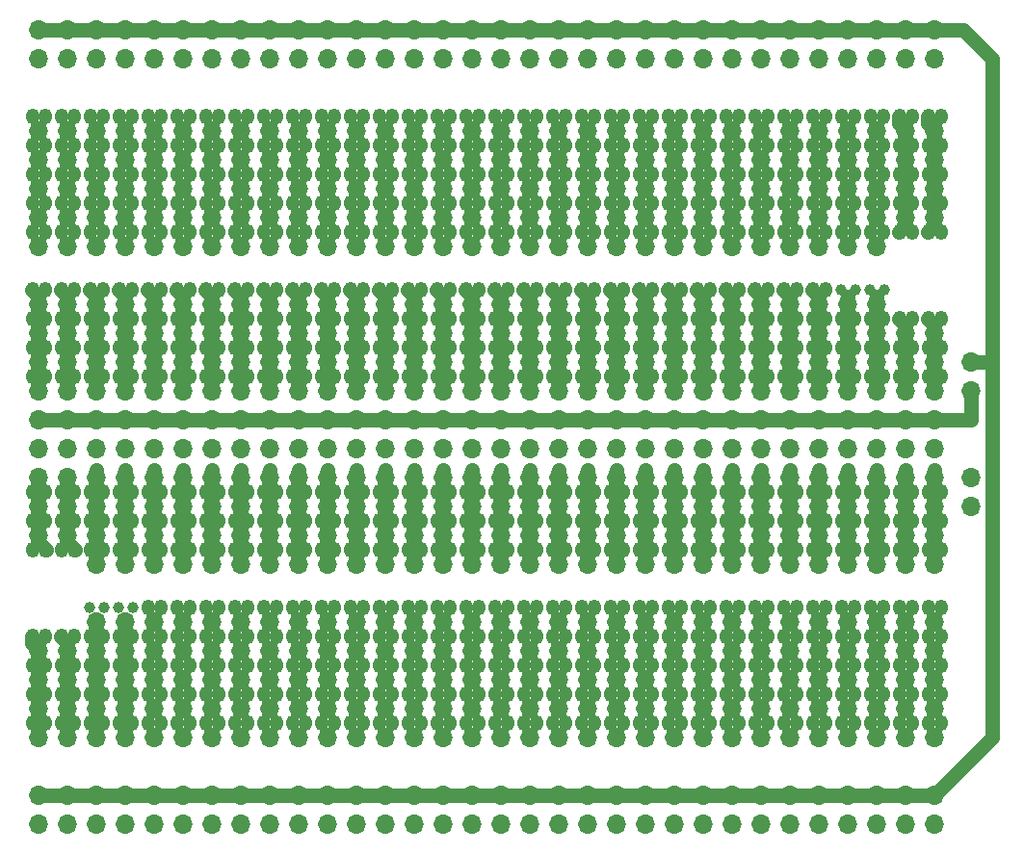
<source format=gtl>
G04 #@! TF.GenerationSoftware,KiCad,Pcbnew,5.0.2+dfsg1-1~bpo9+1*
G04 #@! TF.CreationDate,2020-04-04T02:03:34-04:00*
G04 #@! TF.ProjectId,EDIT_C,45444954-5f43-42e6-9b69-6361645f7063,0.10.a*
G04 #@! TF.SameCoordinates,Original*
G04 #@! TF.FileFunction,Copper,L1,Top*
G04 #@! TF.FilePolarity,Positive*
%FSLAX46Y46*%
G04 Gerber Fmt 4.6, Leading zero omitted, Abs format (unit mm)*
G04 Created by KiCad (PCBNEW 5.0.2+dfsg1-1~bpo9+1) date Sat 04 Apr 2020 02:03:34 AM EDT*
%MOMM*%
%LPD*%
G01*
G04 APERTURE LIST*
G04 #@! TA.AperFunction,ComponentPad*
%ADD10C,1.000000*%
G04 #@! TD*
G04 #@! TA.AperFunction,ComponentPad*
%ADD11O,1.700000X1.700000*%
G04 #@! TD*
G04 #@! TA.AperFunction,ComponentPad*
%ADD12O,1.200000X1.400000*%
G04 #@! TD*
G04 #@! TA.AperFunction,Conductor*
%ADD13C,1.270000*%
G04 #@! TD*
G04 APERTURE END LIST*
D10*
G04 #@! TO.P,REF\002A\002A,1*
G04 #@! TO.N,N/C*
X90170000Y-66675000D03*
G04 #@! TD*
G04 #@! TO.P,REF\002A\002A,1*
G04 #@! TO.N,N/C*
X88900000Y-66675000D03*
G04 #@! TD*
G04 #@! TO.P,REF\002A\002A,1*
G04 #@! TO.N,N/C*
X87630000Y-66675000D03*
G04 #@! TD*
G04 #@! TO.P,REF\002A\002A,1*
G04 #@! TO.N,N/C*
X86360000Y-66675000D03*
G04 #@! TD*
G04 #@! TO.P,REF\002A\002A,1*
G04 #@! TO.N,N/C*
X24130000Y-94615000D03*
G04 #@! TD*
G04 #@! TO.P,REF\002A\002A,1*
G04 #@! TO.N,N/C*
X22860000Y-94615000D03*
G04 #@! TD*
G04 #@! TO.P,REF\002A\002A,1*
G04 #@! TO.N,N/C*
X21590000Y-94615000D03*
G04 #@! TD*
G04 #@! TO.P,REF\002A\002A,1*
G04 #@! TO.N,N/C*
X20320000Y-94615000D03*
G04 #@! TD*
D11*
G04 #@! TO.P,REF\002A\002A,1*
G04 #@! TO.N,N/C*
X89535000Y-88265000D03*
G04 #@! TD*
G04 #@! TO.P,REF\002A\002A,1*
G04 #@! TO.N,N/C*
X86995000Y-90805000D03*
G04 #@! TD*
D12*
G04 #@! TO.P,P?,1*
G04 #@! TO.N,N/C*
X86460000Y-89535000D03*
G04 #@! TO.P,P?,2*
X87530000Y-89535000D03*
G04 #@! TO.P,P?,3*
X89000000Y-89535000D03*
G04 #@! TO.P,P?,4*
X90070000Y-89535000D03*
G04 #@! TO.P,P?,5*
X91540000Y-89535000D03*
G04 #@! TO.P,P?,6*
X92610000Y-89535000D03*
G04 #@! TO.P,P?,7*
X94080000Y-89535000D03*
G04 #@! TO.P,P?,8*
X95150000Y-89535000D03*
G04 #@! TD*
D11*
G04 #@! TO.P,REF\002A\002A,1*
G04 #@! TO.N,N/C*
X94615000Y-90805000D03*
G04 #@! TD*
G04 #@! TO.P,REF\002A\002A,1*
G04 #@! TO.N,N/C*
X92075000Y-88265000D03*
G04 #@! TD*
D12*
G04 #@! TO.P,P?,1*
G04 #@! TO.N,N/C*
X86460000Y-84455000D03*
G04 #@! TO.P,P?,2*
X87530000Y-84455000D03*
G04 #@! TO.P,P?,3*
X89000000Y-84455000D03*
G04 #@! TO.P,P?,4*
X90070000Y-84455000D03*
G04 #@! TO.P,P?,5*
X91540000Y-84455000D03*
G04 #@! TO.P,P?,6*
X92610000Y-84455000D03*
G04 #@! TO.P,P?,7*
X94080000Y-84455000D03*
G04 #@! TO.P,P?,8*
X95150000Y-84455000D03*
G04 #@! TD*
D11*
G04 #@! TO.P,REF\002A\002A,1*
G04 #@! TO.N,N/C*
X89535000Y-83185000D03*
G04 #@! TD*
G04 #@! TO.P,REF\002A\002A,1*
G04 #@! TO.N,N/C*
X86995000Y-83185000D03*
G04 #@! TD*
G04 #@! TO.P,REF\002A\002A,1*
G04 #@! TO.N,N/C*
X86995000Y-88265000D03*
G04 #@! TD*
G04 #@! TO.P,REF\002A\002A,1*
G04 #@! TO.N,N/C*
X94615000Y-88265000D03*
G04 #@! TD*
G04 #@! TO.P,REF\002A\002A,1*
G04 #@! TO.N,N/C*
X94615000Y-85725000D03*
G04 #@! TD*
G04 #@! TO.P,REF\002A\002A,1*
G04 #@! TO.N,N/C*
X86995000Y-85725000D03*
G04 #@! TD*
D12*
G04 #@! TO.P,P?,1*
G04 #@! TO.N,N/C*
X86460000Y-86995000D03*
G04 #@! TO.P,P?,2*
X87530000Y-86995000D03*
G04 #@! TO.P,P?,3*
X89000000Y-86995000D03*
G04 #@! TO.P,P?,4*
X90070000Y-86995000D03*
G04 #@! TO.P,P?,5*
X91540000Y-86995000D03*
G04 #@! TO.P,P?,6*
X92610000Y-86995000D03*
G04 #@! TO.P,P?,7*
X94080000Y-86995000D03*
G04 #@! TO.P,P?,8*
X95150000Y-86995000D03*
G04 #@! TD*
D11*
G04 #@! TO.P,REF\002A\002A,1*
G04 #@! TO.N,N/C*
X94615000Y-83185000D03*
G04 #@! TD*
G04 #@! TO.P,REF\002A\002A,1*
G04 #@! TO.N,N/C*
X92075000Y-83185000D03*
G04 #@! TD*
G04 #@! TO.P,REF\002A\002A,1*
G04 #@! TO.N,N/C*
X92075000Y-90805000D03*
G04 #@! TD*
G04 #@! TO.P,REF\002A\002A,1*
G04 #@! TO.N,N/C*
X92075000Y-85725000D03*
G04 #@! TD*
G04 #@! TO.P,REF\002A\002A,1*
G04 #@! TO.N,N/C*
X89535000Y-90805000D03*
G04 #@! TD*
G04 #@! TO.P,REF\002A\002A,1*
G04 #@! TO.N,N/C*
X89535000Y-85725000D03*
G04 #@! TD*
G04 #@! TO.P,REF\002A\002A,1*
G04 #@! TO.N,N/C*
X79375000Y-85725000D03*
G04 #@! TD*
G04 #@! TO.P,REF\002A\002A,1*
G04 #@! TO.N,N/C*
X84455000Y-90805000D03*
G04 #@! TD*
G04 #@! TO.P,REF\002A\002A,1*
G04 #@! TO.N,N/C*
X81915000Y-88265000D03*
G04 #@! TD*
D12*
G04 #@! TO.P,P?,8*
G04 #@! TO.N,N/C*
X84990000Y-84455000D03*
G04 #@! TO.P,P?,7*
X83920000Y-84455000D03*
G04 #@! TO.P,P?,6*
X82450000Y-84455000D03*
G04 #@! TO.P,P?,5*
X81380000Y-84455000D03*
G04 #@! TO.P,P?,4*
X79910000Y-84455000D03*
G04 #@! TO.P,P?,3*
X78840000Y-84455000D03*
G04 #@! TO.P,P?,2*
X77370000Y-84455000D03*
G04 #@! TO.P,P?,1*
X76300000Y-84455000D03*
G04 #@! TD*
D11*
G04 #@! TO.P,REF\002A\002A,1*
G04 #@! TO.N,N/C*
X81915000Y-83185000D03*
G04 #@! TD*
G04 #@! TO.P,REF\002A\002A,1*
G04 #@! TO.N,N/C*
X81915000Y-90805000D03*
G04 #@! TD*
G04 #@! TO.P,REF\002A\002A,1*
G04 #@! TO.N,N/C*
X79375000Y-90805000D03*
G04 #@! TD*
G04 #@! TO.P,REF\002A\002A,1*
G04 #@! TO.N,N/C*
X76835000Y-83185000D03*
G04 #@! TD*
D12*
G04 #@! TO.P,P?,8*
G04 #@! TO.N,N/C*
X84990000Y-86995000D03*
G04 #@! TO.P,P?,7*
X83920000Y-86995000D03*
G04 #@! TO.P,P?,6*
X82450000Y-86995000D03*
G04 #@! TO.P,P?,5*
X81380000Y-86995000D03*
G04 #@! TO.P,P?,4*
X79910000Y-86995000D03*
G04 #@! TO.P,P?,3*
X78840000Y-86995000D03*
G04 #@! TO.P,P?,2*
X77370000Y-86995000D03*
G04 #@! TO.P,P?,1*
X76300000Y-86995000D03*
G04 #@! TD*
G04 #@! TO.P,P?,8*
G04 #@! TO.N,N/C*
X84990000Y-89535000D03*
G04 #@! TO.P,P?,7*
X83920000Y-89535000D03*
G04 #@! TO.P,P?,6*
X82450000Y-89535000D03*
G04 #@! TO.P,P?,5*
X81380000Y-89535000D03*
G04 #@! TO.P,P?,4*
X79910000Y-89535000D03*
G04 #@! TO.P,P?,3*
X78840000Y-89535000D03*
G04 #@! TO.P,P?,2*
X77370000Y-89535000D03*
G04 #@! TO.P,P?,1*
X76300000Y-89535000D03*
G04 #@! TD*
D11*
G04 #@! TO.P,REF\002A\002A,1*
G04 #@! TO.N,N/C*
X84455000Y-83185000D03*
G04 #@! TD*
G04 #@! TO.P,REF\002A\002A,1*
G04 #@! TO.N,N/C*
X84455000Y-85725000D03*
G04 #@! TD*
G04 #@! TO.P,REF\002A\002A,1*
G04 #@! TO.N,N/C*
X79375000Y-83185000D03*
G04 #@! TD*
G04 #@! TO.P,REF\002A\002A,1*
G04 #@! TO.N,N/C*
X81915000Y-85725000D03*
G04 #@! TD*
G04 #@! TO.P,REF\002A\002A,1*
G04 #@! TO.N,N/C*
X76835000Y-90805000D03*
G04 #@! TD*
G04 #@! TO.P,REF\002A\002A,1*
G04 #@! TO.N,N/C*
X79375000Y-88265000D03*
G04 #@! TD*
G04 #@! TO.P,REF\002A\002A,1*
G04 #@! TO.N,N/C*
X76835000Y-88265000D03*
G04 #@! TD*
G04 #@! TO.P,REF\002A\002A,1*
G04 #@! TO.N,N/C*
X84455000Y-88265000D03*
G04 #@! TD*
G04 #@! TO.P,REF\002A\002A,1*
G04 #@! TO.N,N/C*
X76835000Y-85725000D03*
G04 #@! TD*
G04 #@! TO.P,REF\002A\002A,1*
G04 #@! TO.N,N/C*
X71755000Y-85725000D03*
G04 #@! TD*
G04 #@! TO.P,REF\002A\002A,1*
G04 #@! TO.N,N/C*
X69215000Y-90805000D03*
G04 #@! TD*
G04 #@! TO.P,REF\002A\002A,1*
G04 #@! TO.N,N/C*
X66675000Y-83185000D03*
G04 #@! TD*
D12*
G04 #@! TO.P,P?,1*
G04 #@! TO.N,N/C*
X66140000Y-86995000D03*
G04 #@! TO.P,P?,2*
X67210000Y-86995000D03*
G04 #@! TO.P,P?,3*
X68680000Y-86995000D03*
G04 #@! TO.P,P?,4*
X69750000Y-86995000D03*
G04 #@! TO.P,P?,5*
X71220000Y-86995000D03*
G04 #@! TO.P,P?,6*
X72290000Y-86995000D03*
G04 #@! TO.P,P?,7*
X73760000Y-86995000D03*
G04 #@! TO.P,P?,8*
X74830000Y-86995000D03*
G04 #@! TD*
D11*
G04 #@! TO.P,REF\002A\002A,1*
G04 #@! TO.N,N/C*
X74295000Y-90805000D03*
G04 #@! TD*
G04 #@! TO.P,REF\002A\002A,1*
G04 #@! TO.N,N/C*
X71755000Y-88265000D03*
G04 #@! TD*
G04 #@! TO.P,REF\002A\002A,1*
G04 #@! TO.N,N/C*
X74295000Y-83185000D03*
G04 #@! TD*
G04 #@! TO.P,REF\002A\002A,1*
G04 #@! TO.N,N/C*
X74295000Y-85725000D03*
G04 #@! TD*
D12*
G04 #@! TO.P,P?,1*
G04 #@! TO.N,N/C*
X66140000Y-84455000D03*
G04 #@! TO.P,P?,2*
X67210000Y-84455000D03*
G04 #@! TO.P,P?,3*
X68680000Y-84455000D03*
G04 #@! TO.P,P?,4*
X69750000Y-84455000D03*
G04 #@! TO.P,P?,5*
X71220000Y-84455000D03*
G04 #@! TO.P,P?,6*
X72290000Y-84455000D03*
G04 #@! TO.P,P?,7*
X73760000Y-84455000D03*
G04 #@! TO.P,P?,8*
X74830000Y-84455000D03*
G04 #@! TD*
D11*
G04 #@! TO.P,REF\002A\002A,1*
G04 #@! TO.N,N/C*
X71755000Y-90805000D03*
G04 #@! TD*
G04 #@! TO.P,REF\002A\002A,1*
G04 #@! TO.N,N/C*
X69215000Y-85725000D03*
G04 #@! TD*
D12*
G04 #@! TO.P,P?,1*
G04 #@! TO.N,N/C*
X66140000Y-89535000D03*
G04 #@! TO.P,P?,2*
X67210000Y-89535000D03*
G04 #@! TO.P,P?,3*
X68680000Y-89535000D03*
G04 #@! TO.P,P?,4*
X69750000Y-89535000D03*
G04 #@! TO.P,P?,5*
X71220000Y-89535000D03*
G04 #@! TO.P,P?,6*
X72290000Y-89535000D03*
G04 #@! TO.P,P?,7*
X73760000Y-89535000D03*
G04 #@! TO.P,P?,8*
X74830000Y-89535000D03*
G04 #@! TD*
D11*
G04 #@! TO.P,REF\002A\002A,1*
G04 #@! TO.N,N/C*
X66675000Y-88265000D03*
G04 #@! TD*
G04 #@! TO.P,REF\002A\002A,1*
G04 #@! TO.N,N/C*
X66675000Y-85725000D03*
G04 #@! TD*
G04 #@! TO.P,REF\002A\002A,1*
G04 #@! TO.N,N/C*
X74295000Y-88265000D03*
G04 #@! TD*
G04 #@! TO.P,REF\002A\002A,1*
G04 #@! TO.N,N/C*
X66675000Y-90805000D03*
G04 #@! TD*
G04 #@! TO.P,REF\002A\002A,1*
G04 #@! TO.N,N/C*
X69215000Y-83185000D03*
G04 #@! TD*
G04 #@! TO.P,REF\002A\002A,1*
G04 #@! TO.N,N/C*
X69215000Y-88265000D03*
G04 #@! TD*
G04 #@! TO.P,REF\002A\002A,1*
G04 #@! TO.N,N/C*
X71755000Y-83185000D03*
G04 #@! TD*
G04 #@! TO.P,REF\002A\002A,1*
G04 #@! TO.N,N/C*
X59055000Y-90805000D03*
G04 #@! TD*
G04 #@! TO.P,REF\002A\002A,1*
G04 #@! TO.N,N/C*
X56515000Y-85725000D03*
G04 #@! TD*
G04 #@! TO.P,REF\002A\002A,1*
G04 #@! TO.N,N/C*
X61595000Y-90805000D03*
G04 #@! TD*
D12*
G04 #@! TO.P,P?,8*
G04 #@! TO.N,N/C*
X64670000Y-89535000D03*
G04 #@! TO.P,P?,7*
X63600000Y-89535000D03*
G04 #@! TO.P,P?,6*
X62130000Y-89535000D03*
G04 #@! TO.P,P?,5*
X61060000Y-89535000D03*
G04 #@! TO.P,P?,4*
X59590000Y-89535000D03*
G04 #@! TO.P,P?,3*
X58520000Y-89535000D03*
G04 #@! TO.P,P?,2*
X57050000Y-89535000D03*
G04 #@! TO.P,P?,1*
X55980000Y-89535000D03*
G04 #@! TD*
D11*
G04 #@! TO.P,REF\002A\002A,1*
G04 #@! TO.N,N/C*
X61595000Y-88265000D03*
G04 #@! TD*
G04 #@! TO.P,REF\002A\002A,1*
G04 #@! TO.N,N/C*
X64135000Y-88265000D03*
G04 #@! TD*
G04 #@! TO.P,REF\002A\002A,1*
G04 #@! TO.N,N/C*
X56515000Y-83185000D03*
G04 #@! TD*
G04 #@! TO.P,REF\002A\002A,1*
G04 #@! TO.N,N/C*
X61595000Y-85725000D03*
G04 #@! TD*
G04 #@! TO.P,REF\002A\002A,1*
G04 #@! TO.N,N/C*
X64135000Y-85725000D03*
G04 #@! TD*
G04 #@! TO.P,REF\002A\002A,1*
G04 #@! TO.N,N/C*
X61595000Y-83185000D03*
G04 #@! TD*
D12*
G04 #@! TO.P,P?,8*
G04 #@! TO.N,N/C*
X64670000Y-86995000D03*
G04 #@! TO.P,P?,7*
X63600000Y-86995000D03*
G04 #@! TO.P,P?,6*
X62130000Y-86995000D03*
G04 #@! TO.P,P?,5*
X61060000Y-86995000D03*
G04 #@! TO.P,P?,4*
X59590000Y-86995000D03*
G04 #@! TO.P,P?,3*
X58520000Y-86995000D03*
G04 #@! TO.P,P?,2*
X57050000Y-86995000D03*
G04 #@! TO.P,P?,1*
X55980000Y-86995000D03*
G04 #@! TD*
D11*
G04 #@! TO.P,REF\002A\002A,1*
G04 #@! TO.N,N/C*
X64135000Y-83185000D03*
G04 #@! TD*
G04 #@! TO.P,REF\002A\002A,1*
G04 #@! TO.N,N/C*
X64135000Y-90805000D03*
G04 #@! TD*
D12*
G04 #@! TO.P,P?,8*
G04 #@! TO.N,N/C*
X64670000Y-84455000D03*
G04 #@! TO.P,P?,7*
X63600000Y-84455000D03*
G04 #@! TO.P,P?,6*
X62130000Y-84455000D03*
G04 #@! TO.P,P?,5*
X61060000Y-84455000D03*
G04 #@! TO.P,P?,4*
X59590000Y-84455000D03*
G04 #@! TO.P,P?,3*
X58520000Y-84455000D03*
G04 #@! TO.P,P?,2*
X57050000Y-84455000D03*
G04 #@! TO.P,P?,1*
X55980000Y-84455000D03*
G04 #@! TD*
D11*
G04 #@! TO.P,REF\002A\002A,1*
G04 #@! TO.N,N/C*
X59055000Y-83185000D03*
G04 #@! TD*
G04 #@! TO.P,REF\002A\002A,1*
G04 #@! TO.N,N/C*
X59055000Y-88265000D03*
G04 #@! TD*
G04 #@! TO.P,REF\002A\002A,1*
G04 #@! TO.N,N/C*
X59055000Y-85725000D03*
G04 #@! TD*
G04 #@! TO.P,REF\002A\002A,1*
G04 #@! TO.N,N/C*
X56515000Y-88265000D03*
G04 #@! TD*
G04 #@! TO.P,REF\002A\002A,1*
G04 #@! TO.N,N/C*
X56515000Y-90805000D03*
G04 #@! TD*
G04 #@! TO.P,REF\002A\002A,1*
G04 #@! TO.N,N/C*
X53975000Y-85725000D03*
G04 #@! TD*
G04 #@! TO.P,REF\002A\002A,1*
G04 #@! TO.N,N/C*
X48895000Y-83185000D03*
G04 #@! TD*
G04 #@! TO.P,REF\002A\002A,1*
G04 #@! TO.N,N/C*
X46355000Y-85725000D03*
G04 #@! TD*
G04 #@! TO.P,REF\002A\002A,1*
G04 #@! TO.N,N/C*
X51435000Y-83185000D03*
G04 #@! TD*
G04 #@! TO.P,REF\002A\002A,1*
G04 #@! TO.N,N/C*
X51435000Y-85725000D03*
G04 #@! TD*
G04 #@! TO.P,REF\002A\002A,1*
G04 #@! TO.N,N/C*
X48895000Y-90805000D03*
G04 #@! TD*
D12*
G04 #@! TO.P,P?,1*
G04 #@! TO.N,N/C*
X45820000Y-86995000D03*
G04 #@! TO.P,P?,2*
X46890000Y-86995000D03*
G04 #@! TO.P,P?,3*
X48360000Y-86995000D03*
G04 #@! TO.P,P?,4*
X49430000Y-86995000D03*
G04 #@! TO.P,P?,5*
X50900000Y-86995000D03*
G04 #@! TO.P,P?,6*
X51970000Y-86995000D03*
G04 #@! TO.P,P?,7*
X53440000Y-86995000D03*
G04 #@! TO.P,P?,8*
X54510000Y-86995000D03*
G04 #@! TD*
D11*
G04 #@! TO.P,REF\002A\002A,1*
G04 #@! TO.N,N/C*
X53975000Y-90805000D03*
G04 #@! TD*
G04 #@! TO.P,REF\002A\002A,1*
G04 #@! TO.N,N/C*
X46355000Y-83185000D03*
G04 #@! TD*
G04 #@! TO.P,REF\002A\002A,1*
G04 #@! TO.N,N/C*
X48895000Y-85725000D03*
G04 #@! TD*
G04 #@! TO.P,REF\002A\002A,1*
G04 #@! TO.N,N/C*
X46355000Y-90805000D03*
G04 #@! TD*
G04 #@! TO.P,REF\002A\002A,1*
G04 #@! TO.N,N/C*
X51435000Y-88265000D03*
G04 #@! TD*
G04 #@! TO.P,REF\002A\002A,1*
G04 #@! TO.N,N/C*
X48895000Y-88265000D03*
G04 #@! TD*
G04 #@! TO.P,REF\002A\002A,1*
G04 #@! TO.N,N/C*
X53975000Y-88265000D03*
G04 #@! TD*
D12*
G04 #@! TO.P,P?,1*
G04 #@! TO.N,N/C*
X45820000Y-89535000D03*
G04 #@! TO.P,P?,2*
X46890000Y-89535000D03*
G04 #@! TO.P,P?,3*
X48360000Y-89535000D03*
G04 #@! TO.P,P?,4*
X49430000Y-89535000D03*
G04 #@! TO.P,P?,5*
X50900000Y-89535000D03*
G04 #@! TO.P,P?,6*
X51970000Y-89535000D03*
G04 #@! TO.P,P?,7*
X53440000Y-89535000D03*
G04 #@! TO.P,P?,8*
X54510000Y-89535000D03*
G04 #@! TD*
D11*
G04 #@! TO.P,REF\002A\002A,1*
G04 #@! TO.N,N/C*
X51435000Y-90805000D03*
G04 #@! TD*
G04 #@! TO.P,REF\002A\002A,1*
G04 #@! TO.N,N/C*
X53975000Y-83185000D03*
G04 #@! TD*
D12*
G04 #@! TO.P,P?,1*
G04 #@! TO.N,N/C*
X45820000Y-84455000D03*
G04 #@! TO.P,P?,2*
X46890000Y-84455000D03*
G04 #@! TO.P,P?,3*
X48360000Y-84455000D03*
G04 #@! TO.P,P?,4*
X49430000Y-84455000D03*
G04 #@! TO.P,P?,5*
X50900000Y-84455000D03*
G04 #@! TO.P,P?,6*
X51970000Y-84455000D03*
G04 #@! TO.P,P?,7*
X53440000Y-84455000D03*
G04 #@! TO.P,P?,8*
X54510000Y-84455000D03*
G04 #@! TD*
D11*
G04 #@! TO.P,REF\002A\002A,1*
G04 #@! TO.N,N/C*
X46355000Y-88265000D03*
G04 #@! TD*
G04 #@! TO.P,REF\002A\002A,1*
G04 #@! TO.N,N/C*
X43815000Y-88265000D03*
G04 #@! TD*
G04 #@! TO.P,REF\002A\002A,1*
G04 #@! TO.N,N/C*
X43815000Y-83185000D03*
G04 #@! TD*
G04 #@! TO.P,REF\002A\002A,1*
G04 #@! TO.N,N/C*
X38735000Y-88265000D03*
G04 #@! TD*
G04 #@! TO.P,REF\002A\002A,1*
G04 #@! TO.N,N/C*
X41275000Y-83185000D03*
G04 #@! TD*
G04 #@! TO.P,REF\002A\002A,1*
G04 #@! TO.N,N/C*
X41275000Y-88265000D03*
G04 #@! TD*
G04 #@! TO.P,REF\002A\002A,1*
G04 #@! TO.N,N/C*
X43815000Y-90805000D03*
G04 #@! TD*
G04 #@! TO.P,REF\002A\002A,1*
G04 #@! TO.N,N/C*
X38735000Y-83185000D03*
G04 #@! TD*
G04 #@! TO.P,REF\002A\002A,1*
G04 #@! TO.N,N/C*
X38735000Y-85725000D03*
G04 #@! TD*
G04 #@! TO.P,REF\002A\002A,1*
G04 #@! TO.N,N/C*
X41275000Y-85725000D03*
G04 #@! TD*
D12*
G04 #@! TO.P,P?,8*
G04 #@! TO.N,N/C*
X44350000Y-89535000D03*
G04 #@! TO.P,P?,7*
X43280000Y-89535000D03*
G04 #@! TO.P,P?,6*
X41810000Y-89535000D03*
G04 #@! TO.P,P?,5*
X40740000Y-89535000D03*
G04 #@! TO.P,P?,4*
X39270000Y-89535000D03*
G04 #@! TO.P,P?,3*
X38200000Y-89535000D03*
G04 #@! TO.P,P?,2*
X36730000Y-89535000D03*
G04 #@! TO.P,P?,1*
X35660000Y-89535000D03*
G04 #@! TD*
D11*
G04 #@! TO.P,REF\002A\002A,1*
G04 #@! TO.N,N/C*
X43815000Y-85725000D03*
G04 #@! TD*
G04 #@! TO.P,REF\002A\002A,1*
G04 #@! TO.N,N/C*
X36195000Y-83185000D03*
G04 #@! TD*
G04 #@! TO.P,REF\002A\002A,1*
G04 #@! TO.N,N/C*
X41275000Y-90805000D03*
G04 #@! TD*
G04 #@! TO.P,REF\002A\002A,1*
G04 #@! TO.N,N/C*
X36195000Y-88265000D03*
G04 #@! TD*
G04 #@! TO.P,REF\002A\002A,1*
G04 #@! TO.N,N/C*
X36195000Y-90805000D03*
G04 #@! TD*
D12*
G04 #@! TO.P,P?,8*
G04 #@! TO.N,N/C*
X44350000Y-84455000D03*
G04 #@! TO.P,P?,7*
X43280000Y-84455000D03*
G04 #@! TO.P,P?,6*
X41810000Y-84455000D03*
G04 #@! TO.P,P?,5*
X40740000Y-84455000D03*
G04 #@! TO.P,P?,4*
X39270000Y-84455000D03*
G04 #@! TO.P,P?,3*
X38200000Y-84455000D03*
G04 #@! TO.P,P?,2*
X36730000Y-84455000D03*
G04 #@! TO.P,P?,1*
X35660000Y-84455000D03*
G04 #@! TD*
D11*
G04 #@! TO.P,REF\002A\002A,1*
G04 #@! TO.N,N/C*
X36195000Y-85725000D03*
G04 #@! TD*
D12*
G04 #@! TO.P,P?,8*
G04 #@! TO.N,N/C*
X44350000Y-86995000D03*
G04 #@! TO.P,P?,7*
X43280000Y-86995000D03*
G04 #@! TO.P,P?,6*
X41810000Y-86995000D03*
G04 #@! TO.P,P?,5*
X40740000Y-86995000D03*
G04 #@! TO.P,P?,4*
X39270000Y-86995000D03*
G04 #@! TO.P,P?,3*
X38200000Y-86995000D03*
G04 #@! TO.P,P?,2*
X36730000Y-86995000D03*
G04 #@! TO.P,P?,1*
X35660000Y-86995000D03*
G04 #@! TD*
D11*
G04 #@! TO.P,REF\002A\002A,1*
G04 #@! TO.N,N/C*
X38735000Y-90805000D03*
G04 #@! TD*
G04 #@! TO.P,REF\002A\002A,1*
G04 #@! TO.N,N/C*
X97790000Y-83185000D03*
G04 #@! TD*
G04 #@! TO.P,REF\002A\002A,1*
G04 #@! TO.N,N/C*
X97790000Y-85725000D03*
G04 #@! TD*
G04 #@! TO.P,REF\002A\002A,1*
G04 #@! TO.N,N/C*
X97790000Y-73025000D03*
G04 #@! TD*
G04 #@! TO.P,REF\002A\002A,1*
G04 #@! TO.N,N/C*
X97790000Y-75565000D03*
G04 #@! TD*
G04 #@! TO.P,REF\002A\002A,1*
G04 #@! TO.N,N/C*
X86995000Y-43815000D03*
G04 #@! TD*
G04 #@! TO.P,REF\002A\002A,1*
G04 #@! TO.N,N/C*
X94615000Y-46355000D03*
G04 #@! TD*
G04 #@! TO.P,REF\002A\002A,1*
G04 #@! TO.N,N/C*
X92075000Y-43815000D03*
G04 #@! TD*
G04 #@! TO.P,REF\002A\002A,1*
G04 #@! TO.N,N/C*
X86995000Y-46355000D03*
G04 #@! TD*
G04 #@! TO.P,REF\002A\002A,1*
G04 #@! TO.N,N/C*
X94615000Y-43815000D03*
G04 #@! TD*
G04 #@! TO.P,REF\002A\002A,1*
G04 #@! TO.N,N/C*
X89535000Y-46355000D03*
G04 #@! TD*
G04 #@! TO.P,REF\002A\002A,1*
G04 #@! TO.N,N/C*
X89535000Y-43815000D03*
G04 #@! TD*
G04 #@! TO.P,REF\002A\002A,1*
G04 #@! TO.N,N/C*
X92075000Y-46355000D03*
G04 #@! TD*
G04 #@! TO.P,REF\002A\002A,1*
G04 #@! TO.N,N/C*
X84455000Y-43815000D03*
G04 #@! TD*
G04 #@! TO.P,REF\002A\002A,1*
G04 #@! TO.N,N/C*
X61595000Y-46355000D03*
G04 #@! TD*
G04 #@! TO.P,REF\002A\002A,1*
G04 #@! TO.N,N/C*
X48895000Y-46355000D03*
G04 #@! TD*
G04 #@! TO.P,REF\002A\002A,1*
G04 #@! TO.N,N/C*
X69215000Y-46355000D03*
G04 #@! TD*
G04 #@! TO.P,REF\002A\002A,1*
G04 #@! TO.N,N/C*
X84455000Y-46355000D03*
G04 #@! TD*
G04 #@! TO.P,REF\002A\002A,1*
G04 #@! TO.N,N/C*
X36195000Y-43815000D03*
G04 #@! TD*
G04 #@! TO.P,REF\002A\002A,1*
G04 #@! TO.N,N/C*
X48895000Y-43815000D03*
G04 #@! TD*
G04 #@! TO.P,REF\002A\002A,1*
G04 #@! TO.N,N/C*
X41275000Y-43815000D03*
G04 #@! TD*
G04 #@! TO.P,REF\002A\002A,1*
G04 #@! TO.N,N/C*
X46355000Y-43815000D03*
G04 #@! TD*
G04 #@! TO.P,REF\002A\002A,1*
G04 #@! TO.N,N/C*
X26035000Y-46355000D03*
G04 #@! TD*
G04 #@! TO.P,REF\002A\002A,1*
G04 #@! TO.N,N/C*
X31115000Y-46355000D03*
G04 #@! TD*
G04 #@! TO.P,REF\002A\002A,1*
G04 #@! TO.N,N/C*
X18415000Y-43815000D03*
G04 #@! TD*
G04 #@! TO.P,REF\002A\002A,1*
G04 #@! TO.N,N/C*
X20955000Y-43815000D03*
G04 #@! TD*
G04 #@! TO.P,REF\002A\002A,1*
G04 #@! TO.N,N/C*
X46355000Y-46355000D03*
G04 #@! TD*
G04 #@! TO.P,REF\002A\002A,1*
G04 #@! TO.N,N/C*
X33655000Y-46355000D03*
G04 #@! TD*
G04 #@! TO.P,REF\002A\002A,1*
G04 #@! TO.N,N/C*
X28575000Y-43815000D03*
G04 #@! TD*
G04 #@! TO.P,REF\002A\002A,1*
G04 #@! TO.N,N/C*
X23495000Y-46355000D03*
G04 #@! TD*
G04 #@! TO.P,REF\002A\002A,1*
G04 #@! TO.N,N/C*
X18415000Y-46355000D03*
G04 #@! TD*
G04 #@! TO.P,REF\002A\002A,1*
G04 #@! TO.N,N/C*
X66675000Y-46355000D03*
G04 #@! TD*
G04 #@! TO.P,REF\002A\002A,1*
G04 #@! TO.N,N/C*
X53975000Y-46355000D03*
G04 #@! TD*
G04 #@! TO.P,REF\002A\002A,1*
G04 #@! TO.N,N/C*
X71755000Y-43815000D03*
G04 #@! TD*
G04 #@! TO.P,REF\002A\002A,1*
G04 #@! TO.N,N/C*
X74295000Y-46355000D03*
G04 #@! TD*
G04 #@! TO.P,REF\002A\002A,1*
G04 #@! TO.N,N/C*
X59055000Y-46355000D03*
G04 #@! TD*
G04 #@! TO.P,REF\002A\002A,1*
G04 #@! TO.N,N/C*
X74295000Y-43815000D03*
G04 #@! TD*
G04 #@! TO.P,REF\002A\002A,1*
G04 #@! TO.N,N/C*
X79375000Y-46355000D03*
G04 #@! TD*
G04 #@! TO.P,REF\002A\002A,1*
G04 #@! TO.N,N/C*
X56515000Y-46355000D03*
G04 #@! TD*
G04 #@! TO.P,REF\002A\002A,1*
G04 #@! TO.N,N/C*
X69215000Y-43815000D03*
G04 #@! TD*
G04 #@! TO.P,REF\002A\002A,1*
G04 #@! TO.N,N/C*
X66675000Y-43815000D03*
G04 #@! TD*
G04 #@! TO.P,REF\002A\002A,1*
G04 #@! TO.N,N/C*
X15875000Y-43815000D03*
G04 #@! TD*
G04 #@! TO.P,REF\002A\002A,1*
G04 #@! TO.N,N/C*
X81915000Y-46355000D03*
G04 #@! TD*
G04 #@! TO.P,REF\002A\002A,1*
G04 #@! TO.N,N/C*
X15875000Y-46355000D03*
G04 #@! TD*
G04 #@! TO.P,REF\002A\002A,1*
G04 #@! TO.N,N/C*
X20955000Y-46355000D03*
G04 #@! TD*
G04 #@! TO.P,REF\002A\002A,1*
G04 #@! TO.N,N/C*
X23495000Y-43815000D03*
G04 #@! TD*
G04 #@! TO.P,REF\002A\002A,1*
G04 #@! TO.N,N/C*
X33655000Y-43815000D03*
G04 #@! TD*
G04 #@! TO.P,REF\002A\002A,1*
G04 #@! TO.N,N/C*
X28575000Y-46355000D03*
G04 #@! TD*
G04 #@! TO.P,REF\002A\002A,1*
G04 #@! TO.N,N/C*
X59055000Y-43815000D03*
G04 #@! TD*
G04 #@! TO.P,REF\002A\002A,1*
G04 #@! TO.N,N/C*
X53975000Y-43815000D03*
G04 #@! TD*
G04 #@! TO.P,REF\002A\002A,1*
G04 #@! TO.N,N/C*
X64135000Y-46355000D03*
G04 #@! TD*
G04 #@! TO.P,REF\002A\002A,1*
G04 #@! TO.N,N/C*
X51435000Y-46355000D03*
G04 #@! TD*
G04 #@! TO.P,REF\002A\002A,1*
G04 #@! TO.N,N/C*
X76835000Y-46355000D03*
G04 #@! TD*
G04 #@! TO.P,REF\002A\002A,1*
G04 #@! TO.N,N/C*
X71755000Y-46355000D03*
G04 #@! TD*
G04 #@! TO.P,REF\002A\002A,1*
G04 #@! TO.N,N/C*
X61595000Y-43815000D03*
G04 #@! TD*
G04 #@! TO.P,REF\002A\002A,1*
G04 #@! TO.N,N/C*
X43815000Y-43815000D03*
G04 #@! TD*
G04 #@! TO.P,REF\002A\002A,1*
G04 #@! TO.N,N/C*
X38735000Y-46355000D03*
G04 #@! TD*
G04 #@! TO.P,REF\002A\002A,1*
G04 #@! TO.N,N/C*
X36195000Y-46355000D03*
G04 #@! TD*
G04 #@! TO.P,REF\002A\002A,1*
G04 #@! TO.N,N/C*
X41275000Y-46355000D03*
G04 #@! TD*
G04 #@! TO.P,REF\002A\002A,1*
G04 #@! TO.N,N/C*
X56515000Y-43815000D03*
G04 #@! TD*
G04 #@! TO.P,REF\002A\002A,1*
G04 #@! TO.N,N/C*
X79375000Y-43815000D03*
G04 #@! TD*
G04 #@! TO.P,REF\002A\002A,1*
G04 #@! TO.N,N/C*
X81915000Y-43815000D03*
G04 #@! TD*
G04 #@! TO.P,REF\002A\002A,1*
G04 #@! TO.N,N/C*
X26035000Y-43815000D03*
G04 #@! TD*
G04 #@! TO.P,REF\002A\002A,1*
G04 #@! TO.N,N/C*
X31115000Y-43815000D03*
G04 #@! TD*
G04 #@! TO.P,REF\002A\002A,1*
G04 #@! TO.N,N/C*
X76835000Y-43815000D03*
G04 #@! TD*
G04 #@! TO.P,REF\002A\002A,1*
G04 #@! TO.N,N/C*
X51435000Y-43815000D03*
G04 #@! TD*
G04 #@! TO.P,REF\002A\002A,1*
G04 #@! TO.N,N/C*
X64135000Y-43815000D03*
G04 #@! TD*
G04 #@! TO.P,REF\002A\002A,1*
G04 #@! TO.N,N/C*
X43815000Y-46355000D03*
G04 #@! TD*
G04 #@! TO.P,REF\002A\002A,1*
G04 #@! TO.N,N/C*
X38735000Y-43815000D03*
G04 #@! TD*
G04 #@! TO.P,REF\002A\002A,1*
G04 #@! TO.N,N/C*
X86995000Y-78105000D03*
G04 #@! TD*
G04 #@! TO.P,REF\002A\002A,1*
G04 #@! TO.N,N/C*
X94615000Y-80645000D03*
G04 #@! TD*
G04 #@! TO.P,REF\002A\002A,1*
G04 #@! TO.N,N/C*
X92075000Y-78105000D03*
G04 #@! TD*
G04 #@! TO.P,REF\002A\002A,1*
G04 #@! TO.N,N/C*
X86995000Y-80645000D03*
G04 #@! TD*
G04 #@! TO.P,REF\002A\002A,1*
G04 #@! TO.N,N/C*
X94615000Y-78105000D03*
G04 #@! TD*
G04 #@! TO.P,REF\002A\002A,1*
G04 #@! TO.N,N/C*
X89535000Y-80645000D03*
G04 #@! TD*
G04 #@! TO.P,REF\002A\002A,1*
G04 #@! TO.N,N/C*
X89535000Y-78105000D03*
G04 #@! TD*
G04 #@! TO.P,REF\002A\002A,1*
G04 #@! TO.N,N/C*
X92075000Y-80645000D03*
G04 #@! TD*
G04 #@! TO.P,REF\002A\002A,1*
G04 #@! TO.N,N/C*
X84455000Y-78105000D03*
G04 #@! TD*
G04 #@! TO.P,REF\002A\002A,1*
G04 #@! TO.N,N/C*
X61595000Y-80645000D03*
G04 #@! TD*
G04 #@! TO.P,REF\002A\002A,1*
G04 #@! TO.N,N/C*
X48895000Y-80645000D03*
G04 #@! TD*
G04 #@! TO.P,REF\002A\002A,1*
G04 #@! TO.N,N/C*
X69215000Y-80645000D03*
G04 #@! TD*
G04 #@! TO.P,REF\002A\002A,1*
G04 #@! TO.N,N/C*
X84455000Y-80645000D03*
G04 #@! TD*
G04 #@! TO.P,REF\002A\002A,1*
G04 #@! TO.N,N/C*
X36195000Y-78105000D03*
G04 #@! TD*
G04 #@! TO.P,REF\002A\002A,1*
G04 #@! TO.N,N/C*
X48895000Y-78105000D03*
G04 #@! TD*
G04 #@! TO.P,REF\002A\002A,1*
G04 #@! TO.N,N/C*
X41275000Y-78105000D03*
G04 #@! TD*
G04 #@! TO.P,REF\002A\002A,1*
G04 #@! TO.N,N/C*
X46355000Y-78105000D03*
G04 #@! TD*
G04 #@! TO.P,REF\002A\002A,1*
G04 #@! TO.N,N/C*
X26035000Y-80645000D03*
G04 #@! TD*
G04 #@! TO.P,REF\002A\002A,1*
G04 #@! TO.N,N/C*
X31115000Y-80645000D03*
G04 #@! TD*
G04 #@! TO.P,REF\002A\002A,1*
G04 #@! TO.N,N/C*
X18415000Y-78105000D03*
G04 #@! TD*
G04 #@! TO.P,REF\002A\002A,1*
G04 #@! TO.N,N/C*
X20955000Y-78105000D03*
G04 #@! TD*
G04 #@! TO.P,REF\002A\002A,1*
G04 #@! TO.N,N/C*
X46355000Y-80645000D03*
G04 #@! TD*
G04 #@! TO.P,REF\002A\002A,1*
G04 #@! TO.N,N/C*
X33655000Y-80645000D03*
G04 #@! TD*
G04 #@! TO.P,REF\002A\002A,1*
G04 #@! TO.N,N/C*
X28575000Y-78105000D03*
G04 #@! TD*
G04 #@! TO.P,REF\002A\002A,1*
G04 #@! TO.N,N/C*
X23495000Y-80645000D03*
G04 #@! TD*
G04 #@! TO.P,REF\002A\002A,1*
G04 #@! TO.N,N/C*
X18415000Y-80645000D03*
G04 #@! TD*
G04 #@! TO.P,REF\002A\002A,1*
G04 #@! TO.N,N/C*
X66675000Y-80645000D03*
G04 #@! TD*
G04 #@! TO.P,REF\002A\002A,1*
G04 #@! TO.N,N/C*
X53975000Y-80645000D03*
G04 #@! TD*
G04 #@! TO.P,REF\002A\002A,1*
G04 #@! TO.N,N/C*
X71755000Y-78105000D03*
G04 #@! TD*
G04 #@! TO.P,REF\002A\002A,1*
G04 #@! TO.N,N/C*
X74295000Y-80645000D03*
G04 #@! TD*
G04 #@! TO.P,REF\002A\002A,1*
G04 #@! TO.N,N/C*
X59055000Y-80645000D03*
G04 #@! TD*
G04 #@! TO.P,REF\002A\002A,1*
G04 #@! TO.N,N/C*
X74295000Y-78105000D03*
G04 #@! TD*
G04 #@! TO.P,REF\002A\002A,1*
G04 #@! TO.N,N/C*
X79375000Y-80645000D03*
G04 #@! TD*
G04 #@! TO.P,REF\002A\002A,1*
G04 #@! TO.N,N/C*
X56515000Y-80645000D03*
G04 #@! TD*
G04 #@! TO.P,REF\002A\002A,1*
G04 #@! TO.N,N/C*
X69215000Y-78105000D03*
G04 #@! TD*
G04 #@! TO.P,REF\002A\002A,1*
G04 #@! TO.N,N/C*
X15875000Y-80645000D03*
G04 #@! TD*
G04 #@! TO.P,REF\002A\002A,1*
G04 #@! TO.N,N/C*
X20955000Y-80645000D03*
G04 #@! TD*
G04 #@! TO.P,REF\002A\002A,1*
G04 #@! TO.N,N/C*
X23495000Y-78105000D03*
G04 #@! TD*
G04 #@! TO.P,REF\002A\002A,1*
G04 #@! TO.N,N/C*
X33655000Y-78105000D03*
G04 #@! TD*
G04 #@! TO.P,REF\002A\002A,1*
G04 #@! TO.N,N/C*
X28575000Y-80645000D03*
G04 #@! TD*
G04 #@! TO.P,REF\002A\002A,1*
G04 #@! TO.N,N/C*
X59055000Y-78105000D03*
G04 #@! TD*
G04 #@! TO.P,REF\002A\002A,1*
G04 #@! TO.N,N/C*
X53975000Y-78105000D03*
G04 #@! TD*
G04 #@! TO.P,REF\002A\002A,1*
G04 #@! TO.N,N/C*
X64135000Y-80645000D03*
G04 #@! TD*
G04 #@! TO.P,REF\002A\002A,1*
G04 #@! TO.N,N/C*
X51435000Y-80645000D03*
G04 #@! TD*
G04 #@! TO.P,REF\002A\002A,1*
G04 #@! TO.N,N/C*
X76835000Y-80645000D03*
G04 #@! TD*
G04 #@! TO.P,REF\002A\002A,1*
G04 #@! TO.N,N/C*
X71755000Y-80645000D03*
G04 #@! TD*
G04 #@! TO.P,REF\002A\002A,1*
G04 #@! TO.N,N/C*
X61595000Y-78105000D03*
G04 #@! TD*
G04 #@! TO.P,REF\002A\002A,1*
G04 #@! TO.N,N/C*
X43815000Y-78105000D03*
G04 #@! TD*
G04 #@! TO.P,REF\002A\002A,1*
G04 #@! TO.N,N/C*
X38735000Y-80645000D03*
G04 #@! TD*
G04 #@! TO.P,REF\002A\002A,1*
G04 #@! TO.N,N/C*
X36195000Y-80645000D03*
G04 #@! TD*
G04 #@! TO.P,REF\002A\002A,1*
G04 #@! TO.N,N/C*
X41275000Y-80645000D03*
G04 #@! TD*
G04 #@! TO.P,REF\002A\002A,1*
G04 #@! TO.N,N/C*
X56515000Y-78105000D03*
G04 #@! TD*
G04 #@! TO.P,REF\002A\002A,1*
G04 #@! TO.N,N/C*
X79375000Y-78105000D03*
G04 #@! TD*
G04 #@! TO.P,REF\002A\002A,1*
G04 #@! TO.N,N/C*
X81915000Y-78105000D03*
G04 #@! TD*
G04 #@! TO.P,REF\002A\002A,1*
G04 #@! TO.N,N/C*
X26035000Y-78105000D03*
G04 #@! TD*
G04 #@! TO.P,REF\002A\002A,1*
G04 #@! TO.N,N/C*
X31115000Y-78105000D03*
G04 #@! TD*
G04 #@! TO.P,REF\002A\002A,1*
G04 #@! TO.N,N/C*
X76835000Y-78105000D03*
G04 #@! TD*
G04 #@! TO.P,REF\002A\002A,1*
G04 #@! TO.N,N/C*
X51435000Y-78105000D03*
G04 #@! TD*
G04 #@! TO.P,REF\002A\002A,1*
G04 #@! TO.N,N/C*
X64135000Y-78105000D03*
G04 #@! TD*
G04 #@! TO.P,REF\002A\002A,1*
G04 #@! TO.N,N/C*
X43815000Y-80645000D03*
G04 #@! TD*
G04 #@! TO.P,REF\002A\002A,1*
G04 #@! TO.N,N/C*
X38735000Y-78105000D03*
G04 #@! TD*
G04 #@! TO.P,REF\002A\002A,1*
G04 #@! TO.N,N/C*
X66675000Y-78105000D03*
G04 #@! TD*
G04 #@! TO.P,REF\002A\002A,1*
G04 #@! TO.N,N/C*
X15875000Y-78105000D03*
G04 #@! TD*
G04 #@! TO.P,REF\002A\002A,1*
G04 #@! TO.N,N/C*
X81915000Y-80645000D03*
G04 #@! TD*
G04 #@! TO.P,REF\002A\002A,1*
G04 #@! TO.N,N/C*
X94615000Y-111125000D03*
G04 #@! TD*
G04 #@! TO.P,REF\002A\002A,1*
G04 #@! TO.N,N/C*
X92075000Y-111125000D03*
G04 #@! TD*
G04 #@! TO.P,REF\002A\002A,1*
G04 #@! TO.N,N/C*
X89535000Y-111125000D03*
G04 #@! TD*
G04 #@! TO.P,REF\002A\002A,1*
G04 #@! TO.N,N/C*
X86995000Y-111125000D03*
G04 #@! TD*
G04 #@! TO.P,REF\002A\002A,1*
G04 #@! TO.N,N/C*
X94615000Y-113665000D03*
G04 #@! TD*
G04 #@! TO.P,REF\002A\002A,1*
G04 #@! TO.N,N/C*
X92075000Y-113665000D03*
G04 #@! TD*
G04 #@! TO.P,REF\002A\002A,1*
G04 #@! TO.N,N/C*
X89535000Y-113665000D03*
G04 #@! TD*
G04 #@! TO.P,REF\002A\002A,1*
G04 #@! TO.N,N/C*
X86995000Y-113665000D03*
G04 #@! TD*
G04 #@! TO.P,REF\002A\002A,1*
G04 #@! TO.N,N/C*
X92075000Y-55245000D03*
G04 #@! TD*
G04 #@! TO.P,REF\002A\002A,1*
G04 #@! TO.N,N/C*
X74295000Y-60325000D03*
G04 #@! TD*
G04 #@! TO.P,REF\002A\002A,1*
G04 #@! TO.N,N/C*
X74295000Y-55245000D03*
G04 #@! TD*
G04 #@! TO.P,REF\002A\002A,1*
G04 #@! TO.N,N/C*
X81915000Y-55245000D03*
G04 #@! TD*
G04 #@! TO.P,REF\002A\002A,1*
G04 #@! TO.N,N/C*
X69215000Y-62865000D03*
G04 #@! TD*
G04 #@! TO.P,REF\002A\002A,1*
G04 #@! TO.N,N/C*
X69215000Y-55245000D03*
G04 #@! TD*
G04 #@! TO.P,REF\002A\002A,1*
G04 #@! TO.N,N/C*
X74295000Y-62865000D03*
G04 #@! TD*
G04 #@! TO.P,REF\002A\002A,1*
G04 #@! TO.N,N/C*
X56515000Y-55245000D03*
G04 #@! TD*
G04 #@! TO.P,REF\002A\002A,1*
G04 #@! TO.N,N/C*
X56515000Y-57785000D03*
G04 #@! TD*
G04 #@! TO.P,REF\002A\002A,1*
G04 #@! TO.N,N/C*
X56515000Y-52705000D03*
G04 #@! TD*
G04 #@! TO.P,REF\002A\002A,1*
G04 #@! TO.N,N/C*
X92075000Y-52705000D03*
G04 #@! TD*
G04 #@! TO.P,REF\002A\002A,1*
G04 #@! TO.N,N/C*
X92075000Y-60325000D03*
G04 #@! TD*
G04 #@! TO.P,REF\002A\002A,1*
G04 #@! TO.N,N/C*
X79375000Y-55245000D03*
G04 #@! TD*
G04 #@! TO.P,REF\002A\002A,1*
G04 #@! TO.N,N/C*
X84455000Y-60325000D03*
G04 #@! TD*
G04 #@! TO.P,REF\002A\002A,1*
G04 #@! TO.N,N/C*
X76835000Y-55245000D03*
G04 #@! TD*
D12*
G04 #@! TO.P,P?,1*
G04 #@! TO.N,N/C*
X86460000Y-56515000D03*
G04 #@! TO.P,P?,2*
X87530000Y-56515000D03*
G04 #@! TO.P,P?,3*
X89000000Y-56515000D03*
G04 #@! TO.P,P?,4*
X90070000Y-56515000D03*
G04 #@! TO.P,P?,5*
X91540000Y-56515000D03*
G04 #@! TO.P,P?,6*
X92610000Y-56515000D03*
G04 #@! TO.P,P?,7*
X94080000Y-56515000D03*
G04 #@! TO.P,P?,8*
X95150000Y-56515000D03*
G04 #@! TD*
D11*
G04 #@! TO.P,REF\002A\002A,1*
G04 #@! TO.N,N/C*
X86995000Y-57785000D03*
G04 #@! TD*
G04 #@! TO.P,REF\002A\002A,1*
G04 #@! TO.N,N/C*
X94615000Y-60325000D03*
G04 #@! TD*
G04 #@! TO.P,REF\002A\002A,1*
G04 #@! TO.N,N/C*
X94615000Y-55245000D03*
G04 #@! TD*
G04 #@! TO.P,REF\002A\002A,1*
G04 #@! TO.N,N/C*
X86995000Y-60325000D03*
G04 #@! TD*
G04 #@! TO.P,REF\002A\002A,1*
G04 #@! TO.N,N/C*
X59055000Y-57785000D03*
G04 #@! TD*
G04 #@! TO.P,REF\002A\002A,1*
G04 #@! TO.N,N/C*
X59055000Y-60325000D03*
G04 #@! TD*
G04 #@! TO.P,REF\002A\002A,1*
G04 #@! TO.N,N/C*
X59055000Y-62865000D03*
G04 #@! TD*
G04 #@! TO.P,REF\002A\002A,1*
G04 #@! TO.N,N/C*
X56515000Y-60325000D03*
G04 #@! TD*
G04 #@! TO.P,REF\002A\002A,1*
G04 #@! TO.N,N/C*
X56515000Y-62865000D03*
G04 #@! TD*
G04 #@! TO.P,REF\002A\002A,1*
G04 #@! TO.N,N/C*
X66675000Y-55245000D03*
G04 #@! TD*
G04 #@! TO.P,REF\002A\002A,1*
G04 #@! TO.N,N/C*
X66675000Y-52705000D03*
G04 #@! TD*
G04 #@! TO.P,REF\002A\002A,1*
G04 #@! TO.N,N/C*
X74295000Y-57785000D03*
G04 #@! TD*
G04 #@! TO.P,REF\002A\002A,1*
G04 #@! TO.N,N/C*
X89535000Y-62865000D03*
G04 #@! TD*
G04 #@! TO.P,REF\002A\002A,1*
G04 #@! TO.N,N/C*
X76835000Y-52705000D03*
G04 #@! TD*
G04 #@! TO.P,REF\002A\002A,1*
G04 #@! TO.N,N/C*
X79375000Y-62865000D03*
G04 #@! TD*
D12*
G04 #@! TO.P,P?,1*
G04 #@! TO.N,N/C*
X86460000Y-53975000D03*
G04 #@! TO.P,P?,2*
X87530000Y-53975000D03*
G04 #@! TO.P,P?,3*
X89000000Y-53975000D03*
G04 #@! TO.P,P?,4*
X90070000Y-53975000D03*
G04 #@! TO.P,P?,5*
X91540000Y-53975000D03*
G04 #@! TO.P,P?,6*
X92610000Y-53975000D03*
G04 #@! TO.P,P?,7*
X94080000Y-53975000D03*
G04 #@! TO.P,P?,8*
X95150000Y-53975000D03*
G04 #@! TD*
D11*
G04 #@! TO.P,REF\002A\002A,1*
G04 #@! TO.N,N/C*
X84455000Y-55245000D03*
G04 #@! TD*
G04 #@! TO.P,REF\002A\002A,1*
G04 #@! TO.N,N/C*
X71755000Y-55245000D03*
G04 #@! TD*
G04 #@! TO.P,REF\002A\002A,1*
G04 #@! TO.N,N/C*
X66675000Y-62865000D03*
G04 #@! TD*
D12*
G04 #@! TO.P,P?,8*
G04 #@! TO.N,N/C*
X74830000Y-56515000D03*
G04 #@! TO.P,P?,7*
X73760000Y-56515000D03*
G04 #@! TO.P,P?,6*
X72290000Y-56515000D03*
G04 #@! TO.P,P?,5*
X71220000Y-56515000D03*
G04 #@! TO.P,P?,4*
X69750000Y-56515000D03*
G04 #@! TO.P,P?,3*
X68680000Y-56515000D03*
G04 #@! TO.P,P?,2*
X67210000Y-56515000D03*
G04 #@! TO.P,P?,1*
X66140000Y-56515000D03*
G04 #@! TD*
G04 #@! TO.P,P?,1*
G04 #@! TO.N,N/C*
X55980000Y-56515000D03*
G04 #@! TO.P,P?,2*
X57050000Y-56515000D03*
G04 #@! TO.P,P?,3*
X58520000Y-56515000D03*
G04 #@! TO.P,P?,4*
X59590000Y-56515000D03*
G04 #@! TO.P,P?,5*
X61060000Y-56515000D03*
G04 #@! TO.P,P?,6*
X62130000Y-56515000D03*
G04 #@! TO.P,P?,7*
X63600000Y-56515000D03*
G04 #@! TO.P,P?,8*
X64670000Y-56515000D03*
G04 #@! TD*
G04 #@! TO.P,P?,1*
G04 #@! TO.N,N/C*
X55980000Y-59055000D03*
G04 #@! TO.P,P?,2*
X57050000Y-59055000D03*
G04 #@! TO.P,P?,3*
X58520000Y-59055000D03*
G04 #@! TO.P,P?,4*
X59590000Y-59055000D03*
G04 #@! TO.P,P?,5*
X61060000Y-59055000D03*
G04 #@! TO.P,P?,6*
X62130000Y-59055000D03*
G04 #@! TO.P,P?,7*
X63600000Y-59055000D03*
G04 #@! TO.P,P?,8*
X64670000Y-59055000D03*
G04 #@! TD*
G04 #@! TO.P,P?,8*
G04 #@! TO.N,N/C*
X74830000Y-53975000D03*
G04 #@! TO.P,P?,7*
X73760000Y-53975000D03*
G04 #@! TO.P,P?,6*
X72290000Y-53975000D03*
G04 #@! TO.P,P?,5*
X71220000Y-53975000D03*
G04 #@! TO.P,P?,4*
X69750000Y-53975000D03*
G04 #@! TO.P,P?,3*
X68680000Y-53975000D03*
G04 #@! TO.P,P?,2*
X67210000Y-53975000D03*
G04 #@! TO.P,P?,1*
X66140000Y-53975000D03*
G04 #@! TD*
D11*
G04 #@! TO.P,REF\002A\002A,1*
G04 #@! TO.N,N/C*
X71755000Y-52705000D03*
G04 #@! TD*
G04 #@! TO.P,REF\002A\002A,1*
G04 #@! TO.N,N/C*
X92075000Y-57785000D03*
G04 #@! TD*
G04 #@! TO.P,REF\002A\002A,1*
G04 #@! TO.N,N/C*
X84455000Y-52705000D03*
G04 #@! TD*
G04 #@! TO.P,REF\002A\002A,1*
G04 #@! TO.N,N/C*
X79375000Y-52705000D03*
G04 #@! TD*
D12*
G04 #@! TO.P,P?,1*
G04 #@! TO.N,N/C*
X86460000Y-59055000D03*
G04 #@! TO.P,P?,2*
X87530000Y-59055000D03*
G04 #@! TO.P,P?,3*
X89000000Y-59055000D03*
G04 #@! TO.P,P?,4*
X90070000Y-59055000D03*
G04 #@! TO.P,P?,5*
X91540000Y-59055000D03*
G04 #@! TO.P,P?,6*
X92610000Y-59055000D03*
G04 #@! TO.P,P?,7*
X94080000Y-59055000D03*
G04 #@! TO.P,P?,8*
X95150000Y-59055000D03*
G04 #@! TD*
G04 #@! TO.P,P?,8*
G04 #@! TO.N,N/C*
X74830000Y-61595000D03*
G04 #@! TO.P,P?,7*
X73760000Y-61595000D03*
G04 #@! TO.P,P?,6*
X72290000Y-61595000D03*
G04 #@! TO.P,P?,5*
X71220000Y-61595000D03*
G04 #@! TO.P,P?,4*
X69750000Y-61595000D03*
G04 #@! TO.P,P?,3*
X68680000Y-61595000D03*
G04 #@! TO.P,P?,2*
X67210000Y-61595000D03*
G04 #@! TO.P,P?,1*
X66140000Y-61595000D03*
G04 #@! TD*
D11*
G04 #@! TO.P,REF\002A\002A,1*
G04 #@! TO.N,N/C*
X94615000Y-52705000D03*
G04 #@! TD*
G04 #@! TO.P,REF\002A\002A,1*
G04 #@! TO.N,N/C*
X89535000Y-52705000D03*
G04 #@! TD*
G04 #@! TO.P,REF\002A\002A,1*
G04 #@! TO.N,N/C*
X71755000Y-57785000D03*
G04 #@! TD*
G04 #@! TO.P,REF\002A\002A,1*
G04 #@! TO.N,N/C*
X71755000Y-60325000D03*
G04 #@! TD*
G04 #@! TO.P,REF\002A\002A,1*
G04 #@! TO.N,N/C*
X89535000Y-60325000D03*
G04 #@! TD*
G04 #@! TO.P,REF\002A\002A,1*
G04 #@! TO.N,N/C*
X59055000Y-55245000D03*
G04 #@! TD*
G04 #@! TO.P,REF\002A\002A,1*
G04 #@! TO.N,N/C*
X59055000Y-52705000D03*
G04 #@! TD*
G04 #@! TO.P,REF\002A\002A,1*
G04 #@! TO.N,N/C*
X79375000Y-57785000D03*
G04 #@! TD*
G04 #@! TO.P,REF\002A\002A,1*
G04 #@! TO.N,N/C*
X86995000Y-55245000D03*
G04 #@! TD*
G04 #@! TO.P,REF\002A\002A,1*
G04 #@! TO.N,N/C*
X81915000Y-52705000D03*
G04 #@! TD*
G04 #@! TO.P,REF\002A\002A,1*
G04 #@! TO.N,N/C*
X64135000Y-60325000D03*
G04 #@! TD*
G04 #@! TO.P,REF\002A\002A,1*
G04 #@! TO.N,N/C*
X74295000Y-52705000D03*
G04 #@! TD*
G04 #@! TO.P,REF\002A\002A,1*
G04 #@! TO.N,N/C*
X69215000Y-57785000D03*
G04 #@! TD*
G04 #@! TO.P,REF\002A\002A,1*
G04 #@! TO.N,N/C*
X69215000Y-60325000D03*
G04 #@! TD*
G04 #@! TO.P,REF\002A\002A,1*
G04 #@! TO.N,N/C*
X76835000Y-57785000D03*
G04 #@! TD*
G04 #@! TO.P,REF\002A\002A,1*
G04 #@! TO.N,N/C*
X64135000Y-52705000D03*
G04 #@! TD*
G04 #@! TO.P,REF\002A\002A,1*
G04 #@! TO.N,N/C*
X64135000Y-55245000D03*
G04 #@! TD*
G04 #@! TO.P,REF\002A\002A,1*
G04 #@! TO.N,N/C*
X61595000Y-62865000D03*
G04 #@! TD*
G04 #@! TO.P,REF\002A\002A,1*
G04 #@! TO.N,N/C*
X61595000Y-55245000D03*
G04 #@! TD*
G04 #@! TO.P,REF\002A\002A,1*
G04 #@! TO.N,N/C*
X76835000Y-60325000D03*
G04 #@! TD*
D12*
G04 #@! TO.P,P?,8*
G04 #@! TO.N,N/C*
X84990000Y-53975000D03*
G04 #@! TO.P,P?,7*
X83920000Y-53975000D03*
G04 #@! TO.P,P?,6*
X82450000Y-53975000D03*
G04 #@! TO.P,P?,5*
X81380000Y-53975000D03*
G04 #@! TO.P,P?,4*
X79910000Y-53975000D03*
G04 #@! TO.P,P?,3*
X78840000Y-53975000D03*
G04 #@! TO.P,P?,2*
X77370000Y-53975000D03*
G04 #@! TO.P,P?,1*
X76300000Y-53975000D03*
G04 #@! TD*
D11*
G04 #@! TO.P,REF\002A\002A,1*
G04 #@! TO.N,N/C*
X84455000Y-62865000D03*
G04 #@! TD*
G04 #@! TO.P,REF\002A\002A,1*
G04 #@! TO.N,N/C*
X81915000Y-57785000D03*
G04 #@! TD*
G04 #@! TO.P,REF\002A\002A,1*
G04 #@! TO.N,N/C*
X76835000Y-62865000D03*
G04 #@! TD*
G04 #@! TO.P,REF\002A\002A,1*
G04 #@! TO.N,N/C*
X89535000Y-57785000D03*
G04 #@! TD*
G04 #@! TO.P,REF\002A\002A,1*
G04 #@! TO.N,N/C*
X94615000Y-57785000D03*
G04 #@! TD*
G04 #@! TO.P,REF\002A\002A,1*
G04 #@! TO.N,N/C*
X66675000Y-57785000D03*
G04 #@! TD*
G04 #@! TO.P,REF\002A\002A,1*
G04 #@! TO.N,N/C*
X66675000Y-60325000D03*
G04 #@! TD*
D12*
G04 #@! TO.P,P?,8*
G04 #@! TO.N,N/C*
X84990000Y-51435000D03*
G04 #@! TO.P,P?,7*
X83920000Y-51435000D03*
G04 #@! TO.P,P?,6*
X82450000Y-51435000D03*
G04 #@! TO.P,P?,5*
X81380000Y-51435000D03*
G04 #@! TO.P,P?,4*
X79910000Y-51435000D03*
G04 #@! TO.P,P?,3*
X78840000Y-51435000D03*
G04 #@! TO.P,P?,2*
X77370000Y-51435000D03*
G04 #@! TO.P,P?,1*
X76300000Y-51435000D03*
G04 #@! TD*
G04 #@! TO.P,P?,8*
G04 #@! TO.N,N/C*
X84990000Y-61595000D03*
G04 #@! TO.P,P?,7*
X83920000Y-61595000D03*
G04 #@! TO.P,P?,6*
X82450000Y-61595000D03*
G04 #@! TO.P,P?,5*
X81380000Y-61595000D03*
G04 #@! TO.P,P?,4*
X79910000Y-61595000D03*
G04 #@! TO.P,P?,3*
X78840000Y-61595000D03*
G04 #@! TO.P,P?,2*
X77370000Y-61595000D03*
G04 #@! TO.P,P?,1*
X76300000Y-61595000D03*
G04 #@! TD*
D11*
G04 #@! TO.P,REF\002A\002A,1*
G04 #@! TO.N,N/C*
X81915000Y-62865000D03*
G04 #@! TD*
D12*
G04 #@! TO.P,P?,1*
G04 #@! TO.N,N/C*
X86460000Y-51435000D03*
G04 #@! TO.P,P?,2*
X87530000Y-51435000D03*
G04 #@! TO.P,P?,3*
X89000000Y-51435000D03*
G04 #@! TO.P,P?,4*
X90070000Y-51435000D03*
G04 #@! TO.P,P?,5*
X91540000Y-51435000D03*
G04 #@! TO.P,P?,6*
X92610000Y-51435000D03*
G04 #@! TO.P,P?,7*
X94080000Y-51435000D03*
G04 #@! TO.P,P?,8*
X95150000Y-51435000D03*
G04 #@! TD*
D11*
G04 #@! TO.P,REF\002A\002A,1*
G04 #@! TO.N,N/C*
X86995000Y-62865000D03*
G04 #@! TD*
G04 #@! TO.P,REF\002A\002A,1*
G04 #@! TO.N,N/C*
X81915000Y-60325000D03*
G04 #@! TD*
G04 #@! TO.P,REF\002A\002A,1*
G04 #@! TO.N,N/C*
X71755000Y-62865000D03*
G04 #@! TD*
G04 #@! TO.P,REF\002A\002A,1*
G04 #@! TO.N,N/C*
X86995000Y-52705000D03*
G04 #@! TD*
D12*
G04 #@! TO.P,P?,1*
G04 #@! TO.N,N/C*
X55980000Y-53975000D03*
G04 #@! TO.P,P?,2*
X57050000Y-53975000D03*
G04 #@! TO.P,P?,3*
X58520000Y-53975000D03*
G04 #@! TO.P,P?,4*
X59590000Y-53975000D03*
G04 #@! TO.P,P?,5*
X61060000Y-53975000D03*
G04 #@! TO.P,P?,6*
X62130000Y-53975000D03*
G04 #@! TO.P,P?,7*
X63600000Y-53975000D03*
G04 #@! TO.P,P?,8*
X64670000Y-53975000D03*
G04 #@! TD*
G04 #@! TO.P,P?,8*
G04 #@! TO.N,N/C*
X74830000Y-51435000D03*
G04 #@! TO.P,P?,7*
X73760000Y-51435000D03*
G04 #@! TO.P,P?,6*
X72290000Y-51435000D03*
G04 #@! TO.P,P?,5*
X71220000Y-51435000D03*
G04 #@! TO.P,P?,4*
X69750000Y-51435000D03*
G04 #@! TO.P,P?,3*
X68680000Y-51435000D03*
G04 #@! TO.P,P?,2*
X67210000Y-51435000D03*
G04 #@! TO.P,P?,1*
X66140000Y-51435000D03*
G04 #@! TD*
G04 #@! TO.P,P?,8*
G04 #@! TO.N,N/C*
X84990000Y-56515000D03*
G04 #@! TO.P,P?,7*
X83920000Y-56515000D03*
G04 #@! TO.P,P?,6*
X82450000Y-56515000D03*
G04 #@! TO.P,P?,5*
X81380000Y-56515000D03*
G04 #@! TO.P,P?,4*
X79910000Y-56515000D03*
G04 #@! TO.P,P?,3*
X78840000Y-56515000D03*
G04 #@! TO.P,P?,2*
X77370000Y-56515000D03*
G04 #@! TO.P,P?,1*
X76300000Y-56515000D03*
G04 #@! TD*
D11*
G04 #@! TO.P,REF\002A\002A,1*
G04 #@! TO.N,N/C*
X64135000Y-62865000D03*
G04 #@! TD*
G04 #@! TO.P,REF\002A\002A,1*
G04 #@! TO.N,N/C*
X61595000Y-57785000D03*
G04 #@! TD*
G04 #@! TO.P,REF\002A\002A,1*
G04 #@! TO.N,N/C*
X79375000Y-60325000D03*
G04 #@! TD*
D12*
G04 #@! TO.P,P?,1*
G04 #@! TO.N,N/C*
X86460000Y-61595000D03*
G04 #@! TO.P,P?,2*
X87530000Y-61595000D03*
G04 #@! TO.P,P?,3*
X89000000Y-61595000D03*
G04 #@! TO.P,P?,4*
X90070000Y-61595000D03*
G04 #@! TO.P,P?,5*
X91540000Y-61595000D03*
G04 #@! TO.P,P?,6*
X92610000Y-61595000D03*
G04 #@! TO.P,P?,7*
X94080000Y-61595000D03*
G04 #@! TO.P,P?,8*
X95150000Y-61595000D03*
G04 #@! TD*
D11*
G04 #@! TO.P,REF\002A\002A,1*
G04 #@! TO.N,N/C*
X84455000Y-57785000D03*
G04 #@! TD*
G04 #@! TO.P,REF\002A\002A,1*
G04 #@! TO.N,N/C*
X61595000Y-52705000D03*
G04 #@! TD*
D12*
G04 #@! TO.P,P?,1*
G04 #@! TO.N,N/C*
X55980000Y-61595000D03*
G04 #@! TO.P,P?,2*
X57050000Y-61595000D03*
G04 #@! TO.P,P?,3*
X58520000Y-61595000D03*
G04 #@! TO.P,P?,4*
X59590000Y-61595000D03*
G04 #@! TO.P,P?,5*
X61060000Y-61595000D03*
G04 #@! TO.P,P?,6*
X62130000Y-61595000D03*
G04 #@! TO.P,P?,7*
X63600000Y-61595000D03*
G04 #@! TO.P,P?,8*
X64670000Y-61595000D03*
G04 #@! TD*
G04 #@! TO.P,P?,8*
G04 #@! TO.N,N/C*
X74830000Y-59055000D03*
G04 #@! TO.P,P?,7*
X73760000Y-59055000D03*
G04 #@! TO.P,P?,6*
X72290000Y-59055000D03*
G04 #@! TO.P,P?,5*
X71220000Y-59055000D03*
G04 #@! TO.P,P?,4*
X69750000Y-59055000D03*
G04 #@! TO.P,P?,3*
X68680000Y-59055000D03*
G04 #@! TO.P,P?,2*
X67210000Y-59055000D03*
G04 #@! TO.P,P?,1*
X66140000Y-59055000D03*
G04 #@! TD*
D11*
G04 #@! TO.P,REF\002A\002A,1*
G04 #@! TO.N,N/C*
X64135000Y-57785000D03*
G04 #@! TD*
G04 #@! TO.P,REF\002A\002A,1*
G04 #@! TO.N,N/C*
X69215000Y-52705000D03*
G04 #@! TD*
D12*
G04 #@! TO.P,P?,8*
G04 #@! TO.N,N/C*
X84990000Y-59055000D03*
G04 #@! TO.P,P?,7*
X83920000Y-59055000D03*
G04 #@! TO.P,P?,6*
X82450000Y-59055000D03*
G04 #@! TO.P,P?,5*
X81380000Y-59055000D03*
G04 #@! TO.P,P?,4*
X79910000Y-59055000D03*
G04 #@! TO.P,P?,3*
X78840000Y-59055000D03*
G04 #@! TO.P,P?,2*
X77370000Y-59055000D03*
G04 #@! TO.P,P?,1*
X76300000Y-59055000D03*
G04 #@! TD*
D11*
G04 #@! TO.P,REF\002A\002A,1*
G04 #@! TO.N,N/C*
X89535000Y-55245000D03*
G04 #@! TD*
G04 #@! TO.P,REF\002A\002A,1*
G04 #@! TO.N,N/C*
X61595000Y-60325000D03*
G04 #@! TD*
D12*
G04 #@! TO.P,P?,1*
G04 #@! TO.N,N/C*
X55980000Y-51435000D03*
G04 #@! TO.P,P?,2*
X57050000Y-51435000D03*
G04 #@! TO.P,P?,3*
X58520000Y-51435000D03*
G04 #@! TO.P,P?,4*
X59590000Y-51435000D03*
G04 #@! TO.P,P?,5*
X61060000Y-51435000D03*
G04 #@! TO.P,P?,6*
X62130000Y-51435000D03*
G04 #@! TO.P,P?,7*
X63600000Y-51435000D03*
G04 #@! TO.P,P?,8*
X64670000Y-51435000D03*
G04 #@! TD*
D11*
G04 #@! TO.P,REF\002A\002A,1*
G04 #@! TO.N,N/C*
X51435000Y-55245000D03*
G04 #@! TD*
G04 #@! TO.P,REF\002A\002A,1*
G04 #@! TO.N,N/C*
X33655000Y-60325000D03*
G04 #@! TD*
G04 #@! TO.P,REF\002A\002A,1*
G04 #@! TO.N,N/C*
X33655000Y-55245000D03*
G04 #@! TD*
G04 #@! TO.P,REF\002A\002A,1*
G04 #@! TO.N,N/C*
X41275000Y-55245000D03*
G04 #@! TD*
G04 #@! TO.P,REF\002A\002A,1*
G04 #@! TO.N,N/C*
X28575000Y-62865000D03*
G04 #@! TD*
G04 #@! TO.P,REF\002A\002A,1*
G04 #@! TO.N,N/C*
X28575000Y-55245000D03*
G04 #@! TD*
G04 #@! TO.P,REF\002A\002A,1*
G04 #@! TO.N,N/C*
X33655000Y-62865000D03*
G04 #@! TD*
G04 #@! TO.P,REF\002A\002A,1*
G04 #@! TO.N,N/C*
X15875000Y-55245000D03*
G04 #@! TD*
G04 #@! TO.P,REF\002A\002A,1*
G04 #@! TO.N,N/C*
X15875000Y-57785000D03*
G04 #@! TD*
G04 #@! TO.P,REF\002A\002A,1*
G04 #@! TO.N,N/C*
X51435000Y-62865000D03*
G04 #@! TD*
G04 #@! TO.P,REF\002A\002A,1*
G04 #@! TO.N,N/C*
X15875000Y-52705000D03*
G04 #@! TD*
G04 #@! TO.P,REF\002A\002A,1*
G04 #@! TO.N,N/C*
X51435000Y-52705000D03*
G04 #@! TD*
G04 #@! TO.P,REF\002A\002A,1*
G04 #@! TO.N,N/C*
X51435000Y-60325000D03*
G04 #@! TD*
G04 #@! TO.P,REF\002A\002A,1*
G04 #@! TO.N,N/C*
X38735000Y-55245000D03*
G04 #@! TD*
G04 #@! TO.P,REF\002A\002A,1*
G04 #@! TO.N,N/C*
X43815000Y-60325000D03*
G04 #@! TD*
G04 #@! TO.P,REF\002A\002A,1*
G04 #@! TO.N,N/C*
X36195000Y-55245000D03*
G04 #@! TD*
D12*
G04 #@! TO.P,P?,8*
G04 #@! TO.N,N/C*
X54510000Y-56515000D03*
G04 #@! TO.P,P?,7*
X53440000Y-56515000D03*
G04 #@! TO.P,P?,6*
X51970000Y-56515000D03*
G04 #@! TO.P,P?,5*
X50900000Y-56515000D03*
G04 #@! TO.P,P?,4*
X49430000Y-56515000D03*
G04 #@! TO.P,P?,3*
X48360000Y-56515000D03*
G04 #@! TO.P,P?,2*
X46890000Y-56515000D03*
G04 #@! TO.P,P?,1*
X45820000Y-56515000D03*
G04 #@! TD*
D11*
G04 #@! TO.P,REF\002A\002A,1*
G04 #@! TO.N,N/C*
X46355000Y-57785000D03*
G04 #@! TD*
G04 #@! TO.P,REF\002A\002A,1*
G04 #@! TO.N,N/C*
X53975000Y-60325000D03*
G04 #@! TD*
G04 #@! TO.P,REF\002A\002A,1*
G04 #@! TO.N,N/C*
X53975000Y-55245000D03*
G04 #@! TD*
G04 #@! TO.P,REF\002A\002A,1*
G04 #@! TO.N,N/C*
X53975000Y-62865000D03*
G04 #@! TD*
G04 #@! TO.P,REF\002A\002A,1*
G04 #@! TO.N,N/C*
X46355000Y-60325000D03*
G04 #@! TD*
G04 #@! TO.P,REF\002A\002A,1*
G04 #@! TO.N,N/C*
X18415000Y-57785000D03*
G04 #@! TD*
G04 #@! TO.P,REF\002A\002A,1*
G04 #@! TO.N,N/C*
X18415000Y-60325000D03*
G04 #@! TD*
G04 #@! TO.P,REF\002A\002A,1*
G04 #@! TO.N,N/C*
X18415000Y-62865000D03*
G04 #@! TD*
G04 #@! TO.P,REF\002A\002A,1*
G04 #@! TO.N,N/C*
X15875000Y-60325000D03*
G04 #@! TD*
G04 #@! TO.P,REF\002A\002A,1*
G04 #@! TO.N,N/C*
X15875000Y-62865000D03*
G04 #@! TD*
G04 #@! TO.P,REF\002A\002A,1*
G04 #@! TO.N,N/C*
X26035000Y-55245000D03*
G04 #@! TD*
G04 #@! TO.P,REF\002A\002A,1*
G04 #@! TO.N,N/C*
X26035000Y-52705000D03*
G04 #@! TD*
G04 #@! TO.P,REF\002A\002A,1*
G04 #@! TO.N,N/C*
X33655000Y-57785000D03*
G04 #@! TD*
G04 #@! TO.P,REF\002A\002A,1*
G04 #@! TO.N,N/C*
X48895000Y-62865000D03*
G04 #@! TD*
G04 #@! TO.P,REF\002A\002A,1*
G04 #@! TO.N,N/C*
X36195000Y-52705000D03*
G04 #@! TD*
G04 #@! TO.P,REF\002A\002A,1*
G04 #@! TO.N,N/C*
X38735000Y-62865000D03*
G04 #@! TD*
D12*
G04 #@! TO.P,P?,8*
G04 #@! TO.N,N/C*
X54510000Y-53975000D03*
G04 #@! TO.P,P?,7*
X53440000Y-53975000D03*
G04 #@! TO.P,P?,6*
X51970000Y-53975000D03*
G04 #@! TO.P,P?,5*
X50900000Y-53975000D03*
G04 #@! TO.P,P?,4*
X49430000Y-53975000D03*
G04 #@! TO.P,P?,3*
X48360000Y-53975000D03*
G04 #@! TO.P,P?,2*
X46890000Y-53975000D03*
G04 #@! TO.P,P?,1*
X45820000Y-53975000D03*
G04 #@! TD*
D11*
G04 #@! TO.P,REF\002A\002A,1*
G04 #@! TO.N,N/C*
X43815000Y-55245000D03*
G04 #@! TD*
G04 #@! TO.P,REF\002A\002A,1*
G04 #@! TO.N,N/C*
X31115000Y-55245000D03*
G04 #@! TD*
G04 #@! TO.P,REF\002A\002A,1*
G04 #@! TO.N,N/C*
X26035000Y-62865000D03*
G04 #@! TD*
D12*
G04 #@! TO.P,P?,1*
G04 #@! TO.N,N/C*
X25500000Y-56515000D03*
G04 #@! TO.P,P?,2*
X26570000Y-56515000D03*
G04 #@! TO.P,P?,3*
X28040000Y-56515000D03*
G04 #@! TO.P,P?,4*
X29110000Y-56515000D03*
G04 #@! TO.P,P?,5*
X30580000Y-56515000D03*
G04 #@! TO.P,P?,6*
X31650000Y-56515000D03*
G04 #@! TO.P,P?,7*
X33120000Y-56515000D03*
G04 #@! TO.P,P?,8*
X34190000Y-56515000D03*
G04 #@! TD*
G04 #@! TO.P,P?,8*
G04 #@! TO.N,N/C*
X24030000Y-56515000D03*
G04 #@! TO.P,P?,7*
X22960000Y-56515000D03*
G04 #@! TO.P,P?,6*
X21490000Y-56515000D03*
G04 #@! TO.P,P?,5*
X20420000Y-56515000D03*
G04 #@! TO.P,P?,4*
X18950000Y-56515000D03*
G04 #@! TO.P,P?,3*
X17880000Y-56515000D03*
G04 #@! TO.P,P?,2*
X16410000Y-56515000D03*
G04 #@! TO.P,P?,1*
X15340000Y-56515000D03*
G04 #@! TD*
G04 #@! TO.P,P?,8*
G04 #@! TO.N,N/C*
X24030000Y-59055000D03*
G04 #@! TO.P,P?,7*
X22960000Y-59055000D03*
G04 #@! TO.P,P?,6*
X21490000Y-59055000D03*
G04 #@! TO.P,P?,5*
X20420000Y-59055000D03*
G04 #@! TO.P,P?,4*
X18950000Y-59055000D03*
G04 #@! TO.P,P?,3*
X17880000Y-59055000D03*
G04 #@! TO.P,P?,2*
X16410000Y-59055000D03*
G04 #@! TO.P,P?,1*
X15340000Y-59055000D03*
G04 #@! TD*
G04 #@! TO.P,P?,1*
G04 #@! TO.N,N/C*
X25500000Y-53975000D03*
G04 #@! TO.P,P?,2*
X26570000Y-53975000D03*
G04 #@! TO.P,P?,3*
X28040000Y-53975000D03*
G04 #@! TO.P,P?,4*
X29110000Y-53975000D03*
G04 #@! TO.P,P?,5*
X30580000Y-53975000D03*
G04 #@! TO.P,P?,6*
X31650000Y-53975000D03*
G04 #@! TO.P,P?,7*
X33120000Y-53975000D03*
G04 #@! TO.P,P?,8*
X34190000Y-53975000D03*
G04 #@! TD*
D11*
G04 #@! TO.P,REF\002A\002A,1*
G04 #@! TO.N,N/C*
X31115000Y-52705000D03*
G04 #@! TD*
G04 #@! TO.P,REF\002A\002A,1*
G04 #@! TO.N,N/C*
X51435000Y-57785000D03*
G04 #@! TD*
G04 #@! TO.P,REF\002A\002A,1*
G04 #@! TO.N,N/C*
X43815000Y-52705000D03*
G04 #@! TD*
G04 #@! TO.P,REF\002A\002A,1*
G04 #@! TO.N,N/C*
X38735000Y-52705000D03*
G04 #@! TD*
D12*
G04 #@! TO.P,P?,8*
G04 #@! TO.N,N/C*
X54510000Y-59055000D03*
G04 #@! TO.P,P?,7*
X53440000Y-59055000D03*
G04 #@! TO.P,P?,6*
X51970000Y-59055000D03*
G04 #@! TO.P,P?,5*
X50900000Y-59055000D03*
G04 #@! TO.P,P?,4*
X49430000Y-59055000D03*
G04 #@! TO.P,P?,3*
X48360000Y-59055000D03*
G04 #@! TO.P,P?,2*
X46890000Y-59055000D03*
G04 #@! TO.P,P?,1*
X45820000Y-59055000D03*
G04 #@! TD*
G04 #@! TO.P,P?,1*
G04 #@! TO.N,N/C*
X25500000Y-61595000D03*
G04 #@! TO.P,P?,2*
X26570000Y-61595000D03*
G04 #@! TO.P,P?,3*
X28040000Y-61595000D03*
G04 #@! TO.P,P?,4*
X29110000Y-61595000D03*
G04 #@! TO.P,P?,5*
X30580000Y-61595000D03*
G04 #@! TO.P,P?,6*
X31650000Y-61595000D03*
G04 #@! TO.P,P?,7*
X33120000Y-61595000D03*
G04 #@! TO.P,P?,8*
X34190000Y-61595000D03*
G04 #@! TD*
D11*
G04 #@! TO.P,REF\002A\002A,1*
G04 #@! TO.N,N/C*
X53975000Y-52705000D03*
G04 #@! TD*
G04 #@! TO.P,REF\002A\002A,1*
G04 #@! TO.N,N/C*
X48895000Y-52705000D03*
G04 #@! TD*
G04 #@! TO.P,REF\002A\002A,1*
G04 #@! TO.N,N/C*
X31115000Y-57785000D03*
G04 #@! TD*
G04 #@! TO.P,REF\002A\002A,1*
G04 #@! TO.N,N/C*
X31115000Y-60325000D03*
G04 #@! TD*
G04 #@! TO.P,REF\002A\002A,1*
G04 #@! TO.N,N/C*
X48895000Y-60325000D03*
G04 #@! TD*
G04 #@! TO.P,REF\002A\002A,1*
G04 #@! TO.N,N/C*
X18415000Y-55245000D03*
G04 #@! TD*
G04 #@! TO.P,REF\002A\002A,1*
G04 #@! TO.N,N/C*
X18415000Y-52705000D03*
G04 #@! TD*
G04 #@! TO.P,REF\002A\002A,1*
G04 #@! TO.N,N/C*
X38735000Y-57785000D03*
G04 #@! TD*
G04 #@! TO.P,REF\002A\002A,1*
G04 #@! TO.N,N/C*
X46355000Y-55245000D03*
G04 #@! TD*
G04 #@! TO.P,REF\002A\002A,1*
G04 #@! TO.N,N/C*
X41275000Y-52705000D03*
G04 #@! TD*
G04 #@! TO.P,REF\002A\002A,1*
G04 #@! TO.N,N/C*
X23495000Y-60325000D03*
G04 #@! TD*
G04 #@! TO.P,REF\002A\002A,1*
G04 #@! TO.N,N/C*
X33655000Y-52705000D03*
G04 #@! TD*
G04 #@! TO.P,REF\002A\002A,1*
G04 #@! TO.N,N/C*
X28575000Y-57785000D03*
G04 #@! TD*
G04 #@! TO.P,REF\002A\002A,1*
G04 #@! TO.N,N/C*
X28575000Y-60325000D03*
G04 #@! TD*
G04 #@! TO.P,REF\002A\002A,1*
G04 #@! TO.N,N/C*
X36195000Y-57785000D03*
G04 #@! TD*
G04 #@! TO.P,REF\002A\002A,1*
G04 #@! TO.N,N/C*
X23495000Y-52705000D03*
G04 #@! TD*
G04 #@! TO.P,REF\002A\002A,1*
G04 #@! TO.N,N/C*
X23495000Y-55245000D03*
G04 #@! TD*
G04 #@! TO.P,REF\002A\002A,1*
G04 #@! TO.N,N/C*
X20955000Y-62865000D03*
G04 #@! TD*
G04 #@! TO.P,REF\002A\002A,1*
G04 #@! TO.N,N/C*
X20955000Y-55245000D03*
G04 #@! TD*
G04 #@! TO.P,REF\002A\002A,1*
G04 #@! TO.N,N/C*
X36195000Y-60325000D03*
G04 #@! TD*
D12*
G04 #@! TO.P,P?,1*
G04 #@! TO.N,N/C*
X35660000Y-53975000D03*
G04 #@! TO.P,P?,2*
X36730000Y-53975000D03*
G04 #@! TO.P,P?,3*
X38200000Y-53975000D03*
G04 #@! TO.P,P?,4*
X39270000Y-53975000D03*
G04 #@! TO.P,P?,5*
X40740000Y-53975000D03*
G04 #@! TO.P,P?,6*
X41810000Y-53975000D03*
G04 #@! TO.P,P?,7*
X43280000Y-53975000D03*
G04 #@! TO.P,P?,8*
X44350000Y-53975000D03*
G04 #@! TD*
D11*
G04 #@! TO.P,REF\002A\002A,1*
G04 #@! TO.N,N/C*
X43815000Y-62865000D03*
G04 #@! TD*
G04 #@! TO.P,REF\002A\002A,1*
G04 #@! TO.N,N/C*
X41275000Y-57785000D03*
G04 #@! TD*
G04 #@! TO.P,REF\002A\002A,1*
G04 #@! TO.N,N/C*
X36195000Y-62865000D03*
G04 #@! TD*
G04 #@! TO.P,REF\002A\002A,1*
G04 #@! TO.N,N/C*
X48895000Y-57785000D03*
G04 #@! TD*
G04 #@! TO.P,REF\002A\002A,1*
G04 #@! TO.N,N/C*
X53975000Y-57785000D03*
G04 #@! TD*
G04 #@! TO.P,REF\002A\002A,1*
G04 #@! TO.N,N/C*
X26035000Y-57785000D03*
G04 #@! TD*
G04 #@! TO.P,REF\002A\002A,1*
G04 #@! TO.N,N/C*
X26035000Y-60325000D03*
G04 #@! TD*
D12*
G04 #@! TO.P,P?,1*
G04 #@! TO.N,N/C*
X35660000Y-51435000D03*
G04 #@! TO.P,P?,2*
X36730000Y-51435000D03*
G04 #@! TO.P,P?,3*
X38200000Y-51435000D03*
G04 #@! TO.P,P?,4*
X39270000Y-51435000D03*
G04 #@! TO.P,P?,5*
X40740000Y-51435000D03*
G04 #@! TO.P,P?,6*
X41810000Y-51435000D03*
G04 #@! TO.P,P?,7*
X43280000Y-51435000D03*
G04 #@! TO.P,P?,8*
X44350000Y-51435000D03*
G04 #@! TD*
G04 #@! TO.P,P?,1*
G04 #@! TO.N,N/C*
X35660000Y-61595000D03*
G04 #@! TO.P,P?,2*
X36730000Y-61595000D03*
G04 #@! TO.P,P?,3*
X38200000Y-61595000D03*
G04 #@! TO.P,P?,4*
X39270000Y-61595000D03*
G04 #@! TO.P,P?,5*
X40740000Y-61595000D03*
G04 #@! TO.P,P?,6*
X41810000Y-61595000D03*
G04 #@! TO.P,P?,7*
X43280000Y-61595000D03*
G04 #@! TO.P,P?,8*
X44350000Y-61595000D03*
G04 #@! TD*
D11*
G04 #@! TO.P,REF\002A\002A,1*
G04 #@! TO.N,N/C*
X41275000Y-62865000D03*
G04 #@! TD*
D12*
G04 #@! TO.P,P?,8*
G04 #@! TO.N,N/C*
X54510000Y-51435000D03*
G04 #@! TO.P,P?,7*
X53440000Y-51435000D03*
G04 #@! TO.P,P?,6*
X51970000Y-51435000D03*
G04 #@! TO.P,P?,5*
X50900000Y-51435000D03*
G04 #@! TO.P,P?,4*
X49430000Y-51435000D03*
G04 #@! TO.P,P?,3*
X48360000Y-51435000D03*
G04 #@! TO.P,P?,2*
X46890000Y-51435000D03*
G04 #@! TO.P,P?,1*
X45820000Y-51435000D03*
G04 #@! TD*
D11*
G04 #@! TO.P,REF\002A\002A,1*
G04 #@! TO.N,N/C*
X46355000Y-62865000D03*
G04 #@! TD*
G04 #@! TO.P,REF\002A\002A,1*
G04 #@! TO.N,N/C*
X41275000Y-60325000D03*
G04 #@! TD*
G04 #@! TO.P,REF\002A\002A,1*
G04 #@! TO.N,N/C*
X28575000Y-52705000D03*
G04 #@! TD*
D12*
G04 #@! TO.P,P?,1*
G04 #@! TO.N,N/C*
X35660000Y-59055000D03*
G04 #@! TO.P,P?,2*
X36730000Y-59055000D03*
G04 #@! TO.P,P?,3*
X38200000Y-59055000D03*
G04 #@! TO.P,P?,4*
X39270000Y-59055000D03*
G04 #@! TO.P,P?,5*
X40740000Y-59055000D03*
G04 #@! TO.P,P?,6*
X41810000Y-59055000D03*
G04 #@! TO.P,P?,7*
X43280000Y-59055000D03*
G04 #@! TO.P,P?,8*
X44350000Y-59055000D03*
G04 #@! TD*
D11*
G04 #@! TO.P,REF\002A\002A,1*
G04 #@! TO.N,N/C*
X48895000Y-55245000D03*
G04 #@! TD*
G04 #@! TO.P,REF\002A\002A,1*
G04 #@! TO.N,N/C*
X46355000Y-52705000D03*
G04 #@! TD*
D12*
G04 #@! TO.P,P?,8*
G04 #@! TO.N,N/C*
X24030000Y-53975000D03*
G04 #@! TO.P,P?,7*
X22960000Y-53975000D03*
G04 #@! TO.P,P?,6*
X21490000Y-53975000D03*
G04 #@! TO.P,P?,5*
X20420000Y-53975000D03*
G04 #@! TO.P,P?,4*
X18950000Y-53975000D03*
G04 #@! TO.P,P?,3*
X17880000Y-53975000D03*
G04 #@! TO.P,P?,2*
X16410000Y-53975000D03*
G04 #@! TO.P,P?,1*
X15340000Y-53975000D03*
G04 #@! TD*
D11*
G04 #@! TO.P,REF\002A\002A,1*
G04 #@! TO.N,N/C*
X31115000Y-62865000D03*
G04 #@! TD*
D12*
G04 #@! TO.P,P?,1*
G04 #@! TO.N,N/C*
X25500000Y-59055000D03*
G04 #@! TO.P,P?,2*
X26570000Y-59055000D03*
G04 #@! TO.P,P?,3*
X28040000Y-59055000D03*
G04 #@! TO.P,P?,4*
X29110000Y-59055000D03*
G04 #@! TO.P,P?,5*
X30580000Y-59055000D03*
G04 #@! TO.P,P?,6*
X31650000Y-59055000D03*
G04 #@! TO.P,P?,7*
X33120000Y-59055000D03*
G04 #@! TO.P,P?,8*
X34190000Y-59055000D03*
G04 #@! TD*
G04 #@! TO.P,P?,1*
G04 #@! TO.N,N/C*
X25500000Y-51435000D03*
G04 #@! TO.P,P?,2*
X26570000Y-51435000D03*
G04 #@! TO.P,P?,3*
X28040000Y-51435000D03*
G04 #@! TO.P,P?,4*
X29110000Y-51435000D03*
G04 #@! TO.P,P?,5*
X30580000Y-51435000D03*
G04 #@! TO.P,P?,6*
X31650000Y-51435000D03*
G04 #@! TO.P,P?,7*
X33120000Y-51435000D03*
G04 #@! TO.P,P?,8*
X34190000Y-51435000D03*
G04 #@! TD*
D11*
G04 #@! TO.P,REF\002A\002A,1*
G04 #@! TO.N,N/C*
X23495000Y-62865000D03*
G04 #@! TD*
G04 #@! TO.P,REF\002A\002A,1*
G04 #@! TO.N,N/C*
X23495000Y-57785000D03*
G04 #@! TD*
D12*
G04 #@! TO.P,P?,1*
G04 #@! TO.N,N/C*
X35660000Y-56515000D03*
G04 #@! TO.P,P?,2*
X36730000Y-56515000D03*
G04 #@! TO.P,P?,3*
X38200000Y-56515000D03*
G04 #@! TO.P,P?,4*
X39270000Y-56515000D03*
G04 #@! TO.P,P?,5*
X40740000Y-56515000D03*
G04 #@! TO.P,P?,6*
X41810000Y-56515000D03*
G04 #@! TO.P,P?,7*
X43280000Y-56515000D03*
G04 #@! TO.P,P?,8*
X44350000Y-56515000D03*
G04 #@! TD*
D11*
G04 #@! TO.P,REF\002A\002A,1*
G04 #@! TO.N,N/C*
X20955000Y-60325000D03*
G04 #@! TD*
G04 #@! TO.P,REF\002A\002A,1*
G04 #@! TO.N,N/C*
X43815000Y-57785000D03*
G04 #@! TD*
G04 #@! TO.P,REF\002A\002A,1*
G04 #@! TO.N,N/C*
X20955000Y-52705000D03*
G04 #@! TD*
G04 #@! TO.P,REF\002A\002A,1*
G04 #@! TO.N,N/C*
X20955000Y-57785000D03*
G04 #@! TD*
D12*
G04 #@! TO.P,P?,8*
G04 #@! TO.N,N/C*
X24030000Y-51435000D03*
G04 #@! TO.P,P?,7*
X22960000Y-51435000D03*
G04 #@! TO.P,P?,6*
X21490000Y-51435000D03*
G04 #@! TO.P,P?,5*
X20420000Y-51435000D03*
G04 #@! TO.P,P?,4*
X18950000Y-51435000D03*
G04 #@! TO.P,P?,3*
X17880000Y-51435000D03*
G04 #@! TO.P,P?,2*
X16410000Y-51435000D03*
G04 #@! TO.P,P?,1*
X15340000Y-51435000D03*
G04 #@! TD*
G04 #@! TO.P,P?,8*
G04 #@! TO.N,N/C*
X24030000Y-61595000D03*
G04 #@! TO.P,P?,7*
X22960000Y-61595000D03*
G04 #@! TO.P,P?,6*
X21490000Y-61595000D03*
G04 #@! TO.P,P?,5*
X20420000Y-61595000D03*
G04 #@! TO.P,P?,4*
X18950000Y-61595000D03*
G04 #@! TO.P,P?,3*
X17880000Y-61595000D03*
G04 #@! TO.P,P?,2*
X16410000Y-61595000D03*
G04 #@! TO.P,P?,1*
X15340000Y-61595000D03*
G04 #@! TD*
D11*
G04 #@! TO.P,REF\002A\002A,1*
G04 #@! TO.N,N/C*
X38735000Y-60325000D03*
G04 #@! TD*
D12*
G04 #@! TO.P,P?,8*
G04 #@! TO.N,N/C*
X54510000Y-61595000D03*
G04 #@! TO.P,P?,7*
X53440000Y-61595000D03*
G04 #@! TO.P,P?,6*
X51970000Y-61595000D03*
G04 #@! TO.P,P?,5*
X50900000Y-61595000D03*
G04 #@! TO.P,P?,4*
X49430000Y-61595000D03*
G04 #@! TO.P,P?,3*
X48360000Y-61595000D03*
G04 #@! TO.P,P?,2*
X46890000Y-61595000D03*
G04 #@! TO.P,P?,1*
X45820000Y-61595000D03*
G04 #@! TD*
D11*
G04 #@! TO.P,REF\002A\002A,1*
G04 #@! TO.N,N/C*
X92075000Y-98425000D03*
G04 #@! TD*
G04 #@! TO.P,REF\002A\002A,1*
G04 #@! TO.N,N/C*
X74295000Y-103505000D03*
G04 #@! TD*
G04 #@! TO.P,REF\002A\002A,1*
G04 #@! TO.N,N/C*
X74295000Y-98425000D03*
G04 #@! TD*
G04 #@! TO.P,REF\002A\002A,1*
G04 #@! TO.N,N/C*
X81915000Y-98425000D03*
G04 #@! TD*
G04 #@! TO.P,REF\002A\002A,1*
G04 #@! TO.N,N/C*
X69215000Y-106045000D03*
G04 #@! TD*
G04 #@! TO.P,REF\002A\002A,1*
G04 #@! TO.N,N/C*
X69215000Y-98425000D03*
G04 #@! TD*
G04 #@! TO.P,REF\002A\002A,1*
G04 #@! TO.N,N/C*
X74295000Y-106045000D03*
G04 #@! TD*
G04 #@! TO.P,REF\002A\002A,1*
G04 #@! TO.N,N/C*
X56515000Y-98425000D03*
G04 #@! TD*
G04 #@! TO.P,REF\002A\002A,1*
G04 #@! TO.N,N/C*
X56515000Y-100965000D03*
G04 #@! TD*
G04 #@! TO.P,REF\002A\002A,1*
G04 #@! TO.N,N/C*
X92075000Y-106045000D03*
G04 #@! TD*
G04 #@! TO.P,REF\002A\002A,1*
G04 #@! TO.N,N/C*
X56515000Y-95885000D03*
G04 #@! TD*
G04 #@! TO.P,REF\002A\002A,1*
G04 #@! TO.N,N/C*
X92075000Y-95885000D03*
G04 #@! TD*
G04 #@! TO.P,REF\002A\002A,1*
G04 #@! TO.N,N/C*
X92075000Y-103505000D03*
G04 #@! TD*
G04 #@! TO.P,REF\002A\002A,1*
G04 #@! TO.N,N/C*
X79375000Y-98425000D03*
G04 #@! TD*
G04 #@! TO.P,REF\002A\002A,1*
G04 #@! TO.N,N/C*
X84455000Y-103505000D03*
G04 #@! TD*
G04 #@! TO.P,REF\002A\002A,1*
G04 #@! TO.N,N/C*
X76835000Y-98425000D03*
G04 #@! TD*
D12*
G04 #@! TO.P,P?,8*
G04 #@! TO.N,N/C*
X95150000Y-99695000D03*
G04 #@! TO.P,P?,7*
X94080000Y-99695000D03*
G04 #@! TO.P,P?,6*
X92610000Y-99695000D03*
G04 #@! TO.P,P?,5*
X91540000Y-99695000D03*
G04 #@! TO.P,P?,4*
X90070000Y-99695000D03*
G04 #@! TO.P,P?,3*
X89000000Y-99695000D03*
G04 #@! TO.P,P?,2*
X87530000Y-99695000D03*
G04 #@! TO.P,P?,1*
X86460000Y-99695000D03*
G04 #@! TD*
D11*
G04 #@! TO.P,REF\002A\002A,1*
G04 #@! TO.N,N/C*
X86995000Y-100965000D03*
G04 #@! TD*
G04 #@! TO.P,REF\002A\002A,1*
G04 #@! TO.N,N/C*
X94615000Y-103505000D03*
G04 #@! TD*
G04 #@! TO.P,REF\002A\002A,1*
G04 #@! TO.N,N/C*
X94615000Y-98425000D03*
G04 #@! TD*
G04 #@! TO.P,REF\002A\002A,1*
G04 #@! TO.N,N/C*
X94615000Y-106045000D03*
G04 #@! TD*
G04 #@! TO.P,REF\002A\002A,1*
G04 #@! TO.N,N/C*
X86995000Y-103505000D03*
G04 #@! TD*
G04 #@! TO.P,REF\002A\002A,1*
G04 #@! TO.N,N/C*
X59055000Y-100965000D03*
G04 #@! TD*
G04 #@! TO.P,REF\002A\002A,1*
G04 #@! TO.N,N/C*
X59055000Y-103505000D03*
G04 #@! TD*
G04 #@! TO.P,REF\002A\002A,1*
G04 #@! TO.N,N/C*
X59055000Y-106045000D03*
G04 #@! TD*
G04 #@! TO.P,REF\002A\002A,1*
G04 #@! TO.N,N/C*
X56515000Y-103505000D03*
G04 #@! TD*
G04 #@! TO.P,REF\002A\002A,1*
G04 #@! TO.N,N/C*
X56515000Y-106045000D03*
G04 #@! TD*
G04 #@! TO.P,REF\002A\002A,1*
G04 #@! TO.N,N/C*
X66675000Y-98425000D03*
G04 #@! TD*
G04 #@! TO.P,REF\002A\002A,1*
G04 #@! TO.N,N/C*
X66675000Y-95885000D03*
G04 #@! TD*
G04 #@! TO.P,REF\002A\002A,1*
G04 #@! TO.N,N/C*
X74295000Y-100965000D03*
G04 #@! TD*
G04 #@! TO.P,REF\002A\002A,1*
G04 #@! TO.N,N/C*
X89535000Y-106045000D03*
G04 #@! TD*
G04 #@! TO.P,REF\002A\002A,1*
G04 #@! TO.N,N/C*
X76835000Y-95885000D03*
G04 #@! TD*
G04 #@! TO.P,REF\002A\002A,1*
G04 #@! TO.N,N/C*
X79375000Y-106045000D03*
G04 #@! TD*
D12*
G04 #@! TO.P,P?,8*
G04 #@! TO.N,N/C*
X95150000Y-97155000D03*
G04 #@! TO.P,P?,7*
X94080000Y-97155000D03*
G04 #@! TO.P,P?,6*
X92610000Y-97155000D03*
G04 #@! TO.P,P?,5*
X91540000Y-97155000D03*
G04 #@! TO.P,P?,4*
X90070000Y-97155000D03*
G04 #@! TO.P,P?,3*
X89000000Y-97155000D03*
G04 #@! TO.P,P?,2*
X87530000Y-97155000D03*
G04 #@! TO.P,P?,1*
X86460000Y-97155000D03*
G04 #@! TD*
D11*
G04 #@! TO.P,REF\002A\002A,1*
G04 #@! TO.N,N/C*
X84455000Y-98425000D03*
G04 #@! TD*
G04 #@! TO.P,REF\002A\002A,1*
G04 #@! TO.N,N/C*
X71755000Y-98425000D03*
G04 #@! TD*
G04 #@! TO.P,REF\002A\002A,1*
G04 #@! TO.N,N/C*
X66675000Y-106045000D03*
G04 #@! TD*
D12*
G04 #@! TO.P,P?,1*
G04 #@! TO.N,N/C*
X66140000Y-99695000D03*
G04 #@! TO.P,P?,2*
X67210000Y-99695000D03*
G04 #@! TO.P,P?,3*
X68680000Y-99695000D03*
G04 #@! TO.P,P?,4*
X69750000Y-99695000D03*
G04 #@! TO.P,P?,5*
X71220000Y-99695000D03*
G04 #@! TO.P,P?,6*
X72290000Y-99695000D03*
G04 #@! TO.P,P?,7*
X73760000Y-99695000D03*
G04 #@! TO.P,P?,8*
X74830000Y-99695000D03*
G04 #@! TD*
G04 #@! TO.P,P?,8*
G04 #@! TO.N,N/C*
X64670000Y-99695000D03*
G04 #@! TO.P,P?,7*
X63600000Y-99695000D03*
G04 #@! TO.P,P?,6*
X62130000Y-99695000D03*
G04 #@! TO.P,P?,5*
X61060000Y-99695000D03*
G04 #@! TO.P,P?,4*
X59590000Y-99695000D03*
G04 #@! TO.P,P?,3*
X58520000Y-99695000D03*
G04 #@! TO.P,P?,2*
X57050000Y-99695000D03*
G04 #@! TO.P,P?,1*
X55980000Y-99695000D03*
G04 #@! TD*
G04 #@! TO.P,P?,8*
G04 #@! TO.N,N/C*
X64670000Y-102235000D03*
G04 #@! TO.P,P?,7*
X63600000Y-102235000D03*
G04 #@! TO.P,P?,6*
X62130000Y-102235000D03*
G04 #@! TO.P,P?,5*
X61060000Y-102235000D03*
G04 #@! TO.P,P?,4*
X59590000Y-102235000D03*
G04 #@! TO.P,P?,3*
X58520000Y-102235000D03*
G04 #@! TO.P,P?,2*
X57050000Y-102235000D03*
G04 #@! TO.P,P?,1*
X55980000Y-102235000D03*
G04 #@! TD*
G04 #@! TO.P,P?,1*
G04 #@! TO.N,N/C*
X66140000Y-97155000D03*
G04 #@! TO.P,P?,2*
X67210000Y-97155000D03*
G04 #@! TO.P,P?,3*
X68680000Y-97155000D03*
G04 #@! TO.P,P?,4*
X69750000Y-97155000D03*
G04 #@! TO.P,P?,5*
X71220000Y-97155000D03*
G04 #@! TO.P,P?,6*
X72290000Y-97155000D03*
G04 #@! TO.P,P?,7*
X73760000Y-97155000D03*
G04 #@! TO.P,P?,8*
X74830000Y-97155000D03*
G04 #@! TD*
D11*
G04 #@! TO.P,REF\002A\002A,1*
G04 #@! TO.N,N/C*
X71755000Y-95885000D03*
G04 #@! TD*
G04 #@! TO.P,REF\002A\002A,1*
G04 #@! TO.N,N/C*
X92075000Y-100965000D03*
G04 #@! TD*
G04 #@! TO.P,REF\002A\002A,1*
G04 #@! TO.N,N/C*
X84455000Y-95885000D03*
G04 #@! TD*
G04 #@! TO.P,REF\002A\002A,1*
G04 #@! TO.N,N/C*
X79375000Y-95885000D03*
G04 #@! TD*
D12*
G04 #@! TO.P,P?,8*
G04 #@! TO.N,N/C*
X95150000Y-102235000D03*
G04 #@! TO.P,P?,7*
X94080000Y-102235000D03*
G04 #@! TO.P,P?,6*
X92610000Y-102235000D03*
G04 #@! TO.P,P?,5*
X91540000Y-102235000D03*
G04 #@! TO.P,P?,4*
X90070000Y-102235000D03*
G04 #@! TO.P,P?,3*
X89000000Y-102235000D03*
G04 #@! TO.P,P?,2*
X87530000Y-102235000D03*
G04 #@! TO.P,P?,1*
X86460000Y-102235000D03*
G04 #@! TD*
G04 #@! TO.P,P?,1*
G04 #@! TO.N,N/C*
X66140000Y-104775000D03*
G04 #@! TO.P,P?,2*
X67210000Y-104775000D03*
G04 #@! TO.P,P?,3*
X68680000Y-104775000D03*
G04 #@! TO.P,P?,4*
X69750000Y-104775000D03*
G04 #@! TO.P,P?,5*
X71220000Y-104775000D03*
G04 #@! TO.P,P?,6*
X72290000Y-104775000D03*
G04 #@! TO.P,P?,7*
X73760000Y-104775000D03*
G04 #@! TO.P,P?,8*
X74830000Y-104775000D03*
G04 #@! TD*
D11*
G04 #@! TO.P,REF\002A\002A,1*
G04 #@! TO.N,N/C*
X94615000Y-95885000D03*
G04 #@! TD*
G04 #@! TO.P,REF\002A\002A,1*
G04 #@! TO.N,N/C*
X89535000Y-95885000D03*
G04 #@! TD*
G04 #@! TO.P,REF\002A\002A,1*
G04 #@! TO.N,N/C*
X71755000Y-100965000D03*
G04 #@! TD*
G04 #@! TO.P,REF\002A\002A,1*
G04 #@! TO.N,N/C*
X71755000Y-103505000D03*
G04 #@! TD*
G04 #@! TO.P,REF\002A\002A,1*
G04 #@! TO.N,N/C*
X89535000Y-103505000D03*
G04 #@! TD*
G04 #@! TO.P,REF\002A\002A,1*
G04 #@! TO.N,N/C*
X59055000Y-98425000D03*
G04 #@! TD*
G04 #@! TO.P,REF\002A\002A,1*
G04 #@! TO.N,N/C*
X59055000Y-95885000D03*
G04 #@! TD*
G04 #@! TO.P,REF\002A\002A,1*
G04 #@! TO.N,N/C*
X79375000Y-100965000D03*
G04 #@! TD*
G04 #@! TO.P,REF\002A\002A,1*
G04 #@! TO.N,N/C*
X86995000Y-98425000D03*
G04 #@! TD*
G04 #@! TO.P,REF\002A\002A,1*
G04 #@! TO.N,N/C*
X81915000Y-95885000D03*
G04 #@! TD*
G04 #@! TO.P,REF\002A\002A,1*
G04 #@! TO.N,N/C*
X64135000Y-103505000D03*
G04 #@! TD*
G04 #@! TO.P,REF\002A\002A,1*
G04 #@! TO.N,N/C*
X74295000Y-95885000D03*
G04 #@! TD*
G04 #@! TO.P,REF\002A\002A,1*
G04 #@! TO.N,N/C*
X69215000Y-100965000D03*
G04 #@! TD*
G04 #@! TO.P,REF\002A\002A,1*
G04 #@! TO.N,N/C*
X69215000Y-103505000D03*
G04 #@! TD*
G04 #@! TO.P,REF\002A\002A,1*
G04 #@! TO.N,N/C*
X76835000Y-100965000D03*
G04 #@! TD*
G04 #@! TO.P,REF\002A\002A,1*
G04 #@! TO.N,N/C*
X64135000Y-95885000D03*
G04 #@! TD*
G04 #@! TO.P,REF\002A\002A,1*
G04 #@! TO.N,N/C*
X64135000Y-98425000D03*
G04 #@! TD*
G04 #@! TO.P,REF\002A\002A,1*
G04 #@! TO.N,N/C*
X61595000Y-106045000D03*
G04 #@! TD*
G04 #@! TO.P,REF\002A\002A,1*
G04 #@! TO.N,N/C*
X61595000Y-98425000D03*
G04 #@! TD*
G04 #@! TO.P,REF\002A\002A,1*
G04 #@! TO.N,N/C*
X76835000Y-103505000D03*
G04 #@! TD*
D12*
G04 #@! TO.P,P?,1*
G04 #@! TO.N,N/C*
X76300000Y-97155000D03*
G04 #@! TO.P,P?,2*
X77370000Y-97155000D03*
G04 #@! TO.P,P?,3*
X78840000Y-97155000D03*
G04 #@! TO.P,P?,4*
X79910000Y-97155000D03*
G04 #@! TO.P,P?,5*
X81380000Y-97155000D03*
G04 #@! TO.P,P?,6*
X82450000Y-97155000D03*
G04 #@! TO.P,P?,7*
X83920000Y-97155000D03*
G04 #@! TO.P,P?,8*
X84990000Y-97155000D03*
G04 #@! TD*
D11*
G04 #@! TO.P,REF\002A\002A,1*
G04 #@! TO.N,N/C*
X84455000Y-106045000D03*
G04 #@! TD*
G04 #@! TO.P,REF\002A\002A,1*
G04 #@! TO.N,N/C*
X81915000Y-100965000D03*
G04 #@! TD*
G04 #@! TO.P,REF\002A\002A,1*
G04 #@! TO.N,N/C*
X76835000Y-106045000D03*
G04 #@! TD*
G04 #@! TO.P,REF\002A\002A,1*
G04 #@! TO.N,N/C*
X89535000Y-100965000D03*
G04 #@! TD*
G04 #@! TO.P,REF\002A\002A,1*
G04 #@! TO.N,N/C*
X94615000Y-100965000D03*
G04 #@! TD*
G04 #@! TO.P,REF\002A\002A,1*
G04 #@! TO.N,N/C*
X66675000Y-100965000D03*
G04 #@! TD*
G04 #@! TO.P,REF\002A\002A,1*
G04 #@! TO.N,N/C*
X66675000Y-103505000D03*
G04 #@! TD*
D12*
G04 #@! TO.P,P?,1*
G04 #@! TO.N,N/C*
X76300000Y-94615000D03*
G04 #@! TO.P,P?,2*
X77370000Y-94615000D03*
G04 #@! TO.P,P?,3*
X78840000Y-94615000D03*
G04 #@! TO.P,P?,4*
X79910000Y-94615000D03*
G04 #@! TO.P,P?,5*
X81380000Y-94615000D03*
G04 #@! TO.P,P?,6*
X82450000Y-94615000D03*
G04 #@! TO.P,P?,7*
X83920000Y-94615000D03*
G04 #@! TO.P,P?,8*
X84990000Y-94615000D03*
G04 #@! TD*
G04 #@! TO.P,P?,1*
G04 #@! TO.N,N/C*
X76300000Y-104775000D03*
G04 #@! TO.P,P?,2*
X77370000Y-104775000D03*
G04 #@! TO.P,P?,3*
X78840000Y-104775000D03*
G04 #@! TO.P,P?,4*
X79910000Y-104775000D03*
G04 #@! TO.P,P?,5*
X81380000Y-104775000D03*
G04 #@! TO.P,P?,6*
X82450000Y-104775000D03*
G04 #@! TO.P,P?,7*
X83920000Y-104775000D03*
G04 #@! TO.P,P?,8*
X84990000Y-104775000D03*
G04 #@! TD*
D11*
G04 #@! TO.P,REF\002A\002A,1*
G04 #@! TO.N,N/C*
X81915000Y-106045000D03*
G04 #@! TD*
D12*
G04 #@! TO.P,P?,8*
G04 #@! TO.N,N/C*
X95150000Y-94615000D03*
G04 #@! TO.P,P?,7*
X94080000Y-94615000D03*
G04 #@! TO.P,P?,6*
X92610000Y-94615000D03*
G04 #@! TO.P,P?,5*
X91540000Y-94615000D03*
G04 #@! TO.P,P?,4*
X90070000Y-94615000D03*
G04 #@! TO.P,P?,3*
X89000000Y-94615000D03*
G04 #@! TO.P,P?,2*
X87530000Y-94615000D03*
G04 #@! TO.P,P?,1*
X86460000Y-94615000D03*
G04 #@! TD*
D11*
G04 #@! TO.P,REF\002A\002A,1*
G04 #@! TO.N,N/C*
X86995000Y-106045000D03*
G04 #@! TD*
G04 #@! TO.P,REF\002A\002A,1*
G04 #@! TO.N,N/C*
X81915000Y-103505000D03*
G04 #@! TD*
G04 #@! TO.P,REF\002A\002A,1*
G04 #@! TO.N,N/C*
X69215000Y-95885000D03*
G04 #@! TD*
D12*
G04 #@! TO.P,P?,1*
G04 #@! TO.N,N/C*
X76300000Y-102235000D03*
G04 #@! TO.P,P?,2*
X77370000Y-102235000D03*
G04 #@! TO.P,P?,3*
X78840000Y-102235000D03*
G04 #@! TO.P,P?,4*
X79910000Y-102235000D03*
G04 #@! TO.P,P?,5*
X81380000Y-102235000D03*
G04 #@! TO.P,P?,6*
X82450000Y-102235000D03*
G04 #@! TO.P,P?,7*
X83920000Y-102235000D03*
G04 #@! TO.P,P?,8*
X84990000Y-102235000D03*
G04 #@! TD*
D11*
G04 #@! TO.P,REF\002A\002A,1*
G04 #@! TO.N,N/C*
X89535000Y-98425000D03*
G04 #@! TD*
G04 #@! TO.P,REF\002A\002A,1*
G04 #@! TO.N,N/C*
X86995000Y-95885000D03*
G04 #@! TD*
D12*
G04 #@! TO.P,P?,8*
G04 #@! TO.N,N/C*
X64670000Y-97155000D03*
G04 #@! TO.P,P?,7*
X63600000Y-97155000D03*
G04 #@! TO.P,P?,6*
X62130000Y-97155000D03*
G04 #@! TO.P,P?,5*
X61060000Y-97155000D03*
G04 #@! TO.P,P?,4*
X59590000Y-97155000D03*
G04 #@! TO.P,P?,3*
X58520000Y-97155000D03*
G04 #@! TO.P,P?,2*
X57050000Y-97155000D03*
G04 #@! TO.P,P?,1*
X55980000Y-97155000D03*
G04 #@! TD*
D11*
G04 #@! TO.P,REF\002A\002A,1*
G04 #@! TO.N,N/C*
X71755000Y-106045000D03*
G04 #@! TD*
D12*
G04 #@! TO.P,P?,1*
G04 #@! TO.N,N/C*
X66140000Y-102235000D03*
G04 #@! TO.P,P?,2*
X67210000Y-102235000D03*
G04 #@! TO.P,P?,3*
X68680000Y-102235000D03*
G04 #@! TO.P,P?,4*
X69750000Y-102235000D03*
G04 #@! TO.P,P?,5*
X71220000Y-102235000D03*
G04 #@! TO.P,P?,6*
X72290000Y-102235000D03*
G04 #@! TO.P,P?,7*
X73760000Y-102235000D03*
G04 #@! TO.P,P?,8*
X74830000Y-102235000D03*
G04 #@! TD*
G04 #@! TO.P,P?,1*
G04 #@! TO.N,N/C*
X66140000Y-94615000D03*
G04 #@! TO.P,P?,2*
X67210000Y-94615000D03*
G04 #@! TO.P,P?,3*
X68680000Y-94615000D03*
G04 #@! TO.P,P?,4*
X69750000Y-94615000D03*
G04 #@! TO.P,P?,5*
X71220000Y-94615000D03*
G04 #@! TO.P,P?,6*
X72290000Y-94615000D03*
G04 #@! TO.P,P?,7*
X73760000Y-94615000D03*
G04 #@! TO.P,P?,8*
X74830000Y-94615000D03*
G04 #@! TD*
D11*
G04 #@! TO.P,REF\002A\002A,1*
G04 #@! TO.N,N/C*
X64135000Y-106045000D03*
G04 #@! TD*
G04 #@! TO.P,REF\002A\002A,1*
G04 #@! TO.N,N/C*
X64135000Y-100965000D03*
G04 #@! TD*
D12*
G04 #@! TO.P,P?,1*
G04 #@! TO.N,N/C*
X76300000Y-99695000D03*
G04 #@! TO.P,P?,2*
X77370000Y-99695000D03*
G04 #@! TO.P,P?,3*
X78840000Y-99695000D03*
G04 #@! TO.P,P?,4*
X79910000Y-99695000D03*
G04 #@! TO.P,P?,5*
X81380000Y-99695000D03*
G04 #@! TO.P,P?,6*
X82450000Y-99695000D03*
G04 #@! TO.P,P?,7*
X83920000Y-99695000D03*
G04 #@! TO.P,P?,8*
X84990000Y-99695000D03*
G04 #@! TD*
D11*
G04 #@! TO.P,REF\002A\002A,1*
G04 #@! TO.N,N/C*
X61595000Y-103505000D03*
G04 #@! TD*
G04 #@! TO.P,REF\002A\002A,1*
G04 #@! TO.N,N/C*
X84455000Y-100965000D03*
G04 #@! TD*
G04 #@! TO.P,REF\002A\002A,1*
G04 #@! TO.N,N/C*
X61595000Y-95885000D03*
G04 #@! TD*
G04 #@! TO.P,REF\002A\002A,1*
G04 #@! TO.N,N/C*
X61595000Y-100965000D03*
G04 #@! TD*
D12*
G04 #@! TO.P,P?,8*
G04 #@! TO.N,N/C*
X64670000Y-94615000D03*
G04 #@! TO.P,P?,7*
X63600000Y-94615000D03*
G04 #@! TO.P,P?,6*
X62130000Y-94615000D03*
G04 #@! TO.P,P?,5*
X61060000Y-94615000D03*
G04 #@! TO.P,P?,4*
X59590000Y-94615000D03*
G04 #@! TO.P,P?,3*
X58520000Y-94615000D03*
G04 #@! TO.P,P?,2*
X57050000Y-94615000D03*
G04 #@! TO.P,P?,1*
X55980000Y-94615000D03*
G04 #@! TD*
G04 #@! TO.P,P?,8*
G04 #@! TO.N,N/C*
X64670000Y-104775000D03*
G04 #@! TO.P,P?,7*
X63600000Y-104775000D03*
G04 #@! TO.P,P?,6*
X62130000Y-104775000D03*
G04 #@! TO.P,P?,5*
X61060000Y-104775000D03*
G04 #@! TO.P,P?,4*
X59590000Y-104775000D03*
G04 #@! TO.P,P?,3*
X58520000Y-104775000D03*
G04 #@! TO.P,P?,2*
X57050000Y-104775000D03*
G04 #@! TO.P,P?,1*
X55980000Y-104775000D03*
G04 #@! TD*
D11*
G04 #@! TO.P,REF\002A\002A,1*
G04 #@! TO.N,N/C*
X79375000Y-103505000D03*
G04 #@! TD*
D12*
G04 #@! TO.P,P?,8*
G04 #@! TO.N,N/C*
X95150000Y-104775000D03*
G04 #@! TO.P,P?,7*
X94080000Y-104775000D03*
G04 #@! TO.P,P?,6*
X92610000Y-104775000D03*
G04 #@! TO.P,P?,5*
X91540000Y-104775000D03*
G04 #@! TO.P,P?,4*
X90070000Y-104775000D03*
G04 #@! TO.P,P?,3*
X89000000Y-104775000D03*
G04 #@! TO.P,P?,2*
X87530000Y-104775000D03*
G04 #@! TO.P,P?,1*
X86460000Y-104775000D03*
G04 #@! TD*
D11*
G04 #@! TO.P,REF\002A\002A,1*
G04 #@! TO.N,N/C*
X61595000Y-75565000D03*
G04 #@! TD*
G04 #@! TO.P,REF\002A\002A,1*
G04 #@! TO.N,N/C*
X71755000Y-67945000D03*
G04 #@! TD*
G04 #@! TO.P,REF\002A\002A,1*
G04 #@! TO.N,N/C*
X81915000Y-73025000D03*
G04 #@! TD*
G04 #@! TO.P,REF\002A\002A,1*
G04 #@! TO.N,N/C*
X86995000Y-73025000D03*
G04 #@! TD*
G04 #@! TO.P,REF\002A\002A,1*
G04 #@! TO.N,N/C*
X92075000Y-73025000D03*
G04 #@! TD*
G04 #@! TO.P,REF\002A\002A,1*
G04 #@! TO.N,N/C*
X92075000Y-75565000D03*
G04 #@! TD*
G04 #@! TO.P,REF\002A\002A,1*
G04 #@! TO.N,N/C*
X94615000Y-73025000D03*
G04 #@! TD*
D12*
G04 #@! TO.P,P?,1*
G04 #@! TO.N,N/C*
X86460000Y-71755000D03*
G04 #@! TO.P,P?,2*
X87530000Y-71755000D03*
G04 #@! TO.P,P?,3*
X89000000Y-71755000D03*
G04 #@! TO.P,P?,4*
X90070000Y-71755000D03*
G04 #@! TO.P,P?,5*
X91540000Y-71755000D03*
G04 #@! TO.P,P?,6*
X92610000Y-71755000D03*
G04 #@! TO.P,P?,7*
X94080000Y-71755000D03*
G04 #@! TO.P,P?,8*
X95150000Y-71755000D03*
G04 #@! TD*
D11*
G04 #@! TO.P,REF\002A\002A,1*
G04 #@! TO.N,N/C*
X86995000Y-75565000D03*
G04 #@! TD*
D12*
G04 #@! TO.P,P?,1*
G04 #@! TO.N,N/C*
X86460000Y-74295000D03*
G04 #@! TO.P,P?,2*
X87530000Y-74295000D03*
G04 #@! TO.P,P?,3*
X89000000Y-74295000D03*
G04 #@! TO.P,P?,4*
X90070000Y-74295000D03*
G04 #@! TO.P,P?,5*
X91540000Y-74295000D03*
G04 #@! TO.P,P?,6*
X92610000Y-74295000D03*
G04 #@! TO.P,P?,7*
X94080000Y-74295000D03*
G04 #@! TO.P,P?,8*
X95150000Y-74295000D03*
G04 #@! TD*
D11*
G04 #@! TO.P,REF\002A\002A,1*
G04 #@! TO.N,N/C*
X89535000Y-73025000D03*
G04 #@! TD*
G04 #@! TO.P,REF\002A\002A,1*
G04 #@! TO.N,N/C*
X94615000Y-75565000D03*
G04 #@! TD*
G04 #@! TO.P,REF\002A\002A,1*
G04 #@! TO.N,N/C*
X89535000Y-75565000D03*
G04 #@! TD*
G04 #@! TO.P,REF\002A\002A,1*
G04 #@! TO.N,N/C*
X94615000Y-70485000D03*
G04 #@! TD*
G04 #@! TO.P,REF\002A\002A,1*
G04 #@! TO.N,N/C*
X92075000Y-70485000D03*
G04 #@! TD*
G04 #@! TO.P,REF\002A\002A,1*
G04 #@! TO.N,N/C*
X89535000Y-70485000D03*
G04 #@! TD*
G04 #@! TO.P,REF\002A\002A,1*
G04 #@! TO.N,N/C*
X86995000Y-67945000D03*
G04 #@! TD*
G04 #@! TO.P,REF\002A\002A,1*
G04 #@! TO.N,N/C*
X86995000Y-70485000D03*
G04 #@! TD*
D12*
G04 #@! TO.P,P?,1*
G04 #@! TO.N,N/C*
X86460000Y-69215000D03*
G04 #@! TO.P,P?,2*
X87530000Y-69215000D03*
G04 #@! TO.P,P?,3*
X89000000Y-69215000D03*
G04 #@! TO.P,P?,4*
X90070000Y-69215000D03*
G04 #@! TO.P,P?,5*
X91540000Y-69215000D03*
G04 #@! TO.P,P?,6*
X92610000Y-69215000D03*
G04 #@! TO.P,P?,7*
X94080000Y-69215000D03*
G04 #@! TO.P,P?,8*
X95150000Y-69215000D03*
G04 #@! TD*
D11*
G04 #@! TO.P,REF\002A\002A,1*
G04 #@! TO.N,N/C*
X81915000Y-67945000D03*
G04 #@! TD*
G04 #@! TO.P,REF\002A\002A,1*
G04 #@! TO.N,N/C*
X81915000Y-75565000D03*
G04 #@! TD*
G04 #@! TO.P,REF\002A\002A,1*
G04 #@! TO.N,N/C*
X84455000Y-73025000D03*
G04 #@! TD*
D12*
G04 #@! TO.P,P?,8*
G04 #@! TO.N,N/C*
X84990000Y-71755000D03*
G04 #@! TO.P,P?,7*
X83920000Y-71755000D03*
G04 #@! TO.P,P?,6*
X82450000Y-71755000D03*
G04 #@! TO.P,P?,5*
X81380000Y-71755000D03*
G04 #@! TO.P,P?,4*
X79910000Y-71755000D03*
G04 #@! TO.P,P?,3*
X78840000Y-71755000D03*
G04 #@! TO.P,P?,2*
X77370000Y-71755000D03*
G04 #@! TO.P,P?,1*
X76300000Y-71755000D03*
G04 #@! TD*
G04 #@! TO.P,P?,8*
G04 #@! TO.N,N/C*
X84990000Y-66675000D03*
G04 #@! TO.P,P?,7*
X83920000Y-66675000D03*
G04 #@! TO.P,P?,6*
X82450000Y-66675000D03*
G04 #@! TO.P,P?,5*
X81380000Y-66675000D03*
G04 #@! TO.P,P?,4*
X79910000Y-66675000D03*
G04 #@! TO.P,P?,3*
X78840000Y-66675000D03*
G04 #@! TO.P,P?,2*
X77370000Y-66675000D03*
G04 #@! TO.P,P?,1*
X76300000Y-66675000D03*
G04 #@! TD*
D11*
G04 #@! TO.P,REF\002A\002A,1*
G04 #@! TO.N,N/C*
X76835000Y-75565000D03*
G04 #@! TD*
D12*
G04 #@! TO.P,P?,8*
G04 #@! TO.N,N/C*
X84990000Y-74295000D03*
G04 #@! TO.P,P?,7*
X83920000Y-74295000D03*
G04 #@! TO.P,P?,6*
X82450000Y-74295000D03*
G04 #@! TO.P,P?,5*
X81380000Y-74295000D03*
G04 #@! TO.P,P?,4*
X79910000Y-74295000D03*
G04 #@! TO.P,P?,3*
X78840000Y-74295000D03*
G04 #@! TO.P,P?,2*
X77370000Y-74295000D03*
G04 #@! TO.P,P?,1*
X76300000Y-74295000D03*
G04 #@! TD*
D11*
G04 #@! TO.P,REF\002A\002A,1*
G04 #@! TO.N,N/C*
X79375000Y-73025000D03*
G04 #@! TD*
G04 #@! TO.P,REF\002A\002A,1*
G04 #@! TO.N,N/C*
X84455000Y-75565000D03*
G04 #@! TD*
G04 #@! TO.P,REF\002A\002A,1*
G04 #@! TO.N,N/C*
X79375000Y-75565000D03*
G04 #@! TD*
G04 #@! TO.P,REF\002A\002A,1*
G04 #@! TO.N,N/C*
X84455000Y-70485000D03*
G04 #@! TD*
G04 #@! TO.P,REF\002A\002A,1*
G04 #@! TO.N,N/C*
X81915000Y-70485000D03*
G04 #@! TD*
G04 #@! TO.P,REF\002A\002A,1*
G04 #@! TO.N,N/C*
X79375000Y-70485000D03*
G04 #@! TD*
G04 #@! TO.P,REF\002A\002A,1*
G04 #@! TO.N,N/C*
X76835000Y-67945000D03*
G04 #@! TD*
G04 #@! TO.P,REF\002A\002A,1*
G04 #@! TO.N,N/C*
X76835000Y-70485000D03*
G04 #@! TD*
G04 #@! TO.P,REF\002A\002A,1*
G04 #@! TO.N,N/C*
X84455000Y-67945000D03*
G04 #@! TD*
D12*
G04 #@! TO.P,P?,8*
G04 #@! TO.N,N/C*
X84990000Y-69215000D03*
G04 #@! TO.P,P?,7*
X83920000Y-69215000D03*
G04 #@! TO.P,P?,6*
X82450000Y-69215000D03*
G04 #@! TO.P,P?,5*
X81380000Y-69215000D03*
G04 #@! TO.P,P?,4*
X79910000Y-69215000D03*
G04 #@! TO.P,P?,3*
X78840000Y-69215000D03*
G04 #@! TO.P,P?,2*
X77370000Y-69215000D03*
G04 #@! TO.P,P?,1*
X76300000Y-69215000D03*
G04 #@! TD*
D11*
G04 #@! TO.P,REF\002A\002A,1*
G04 #@! TO.N,N/C*
X76835000Y-73025000D03*
G04 #@! TD*
G04 #@! TO.P,REF\002A\002A,1*
G04 #@! TO.N,N/C*
X79375000Y-67945000D03*
G04 #@! TD*
G04 #@! TO.P,REF\002A\002A,1*
G04 #@! TO.N,N/C*
X71755000Y-75565000D03*
G04 #@! TD*
G04 #@! TO.P,REF\002A\002A,1*
G04 #@! TO.N,N/C*
X74295000Y-73025000D03*
G04 #@! TD*
D12*
G04 #@! TO.P,P?,1*
G04 #@! TO.N,N/C*
X66140000Y-71755000D03*
G04 #@! TO.P,P?,2*
X67210000Y-71755000D03*
G04 #@! TO.P,P?,3*
X68680000Y-71755000D03*
G04 #@! TO.P,P?,4*
X69750000Y-71755000D03*
G04 #@! TO.P,P?,5*
X71220000Y-71755000D03*
G04 #@! TO.P,P?,6*
X72290000Y-71755000D03*
G04 #@! TO.P,P?,7*
X73760000Y-71755000D03*
G04 #@! TO.P,P?,8*
X74830000Y-71755000D03*
G04 #@! TD*
G04 #@! TO.P,P?,1*
G04 #@! TO.N,N/C*
X66140000Y-66675000D03*
G04 #@! TO.P,P?,2*
X67210000Y-66675000D03*
G04 #@! TO.P,P?,3*
X68680000Y-66675000D03*
G04 #@! TO.P,P?,4*
X69750000Y-66675000D03*
G04 #@! TO.P,P?,5*
X71220000Y-66675000D03*
G04 #@! TO.P,P?,6*
X72290000Y-66675000D03*
G04 #@! TO.P,P?,7*
X73760000Y-66675000D03*
G04 #@! TO.P,P?,8*
X74830000Y-66675000D03*
G04 #@! TD*
D11*
G04 #@! TO.P,REF\002A\002A,1*
G04 #@! TO.N,N/C*
X66675000Y-75565000D03*
G04 #@! TD*
D12*
G04 #@! TO.P,P?,1*
G04 #@! TO.N,N/C*
X66140000Y-74295000D03*
G04 #@! TO.P,P?,2*
X67210000Y-74295000D03*
G04 #@! TO.P,P?,3*
X68680000Y-74295000D03*
G04 #@! TO.P,P?,4*
X69750000Y-74295000D03*
G04 #@! TO.P,P?,5*
X71220000Y-74295000D03*
G04 #@! TO.P,P?,6*
X72290000Y-74295000D03*
G04 #@! TO.P,P?,7*
X73760000Y-74295000D03*
G04 #@! TO.P,P?,8*
X74830000Y-74295000D03*
G04 #@! TD*
D11*
G04 #@! TO.P,REF\002A\002A,1*
G04 #@! TO.N,N/C*
X69215000Y-73025000D03*
G04 #@! TD*
G04 #@! TO.P,REF\002A\002A,1*
G04 #@! TO.N,N/C*
X74295000Y-75565000D03*
G04 #@! TD*
G04 #@! TO.P,REF\002A\002A,1*
G04 #@! TO.N,N/C*
X69215000Y-75565000D03*
G04 #@! TD*
G04 #@! TO.P,REF\002A\002A,1*
G04 #@! TO.N,N/C*
X74295000Y-70485000D03*
G04 #@! TD*
G04 #@! TO.P,REF\002A\002A,1*
G04 #@! TO.N,N/C*
X71755000Y-70485000D03*
G04 #@! TD*
G04 #@! TO.P,REF\002A\002A,1*
G04 #@! TO.N,N/C*
X69215000Y-70485000D03*
G04 #@! TD*
G04 #@! TO.P,REF\002A\002A,1*
G04 #@! TO.N,N/C*
X66675000Y-67945000D03*
G04 #@! TD*
G04 #@! TO.P,REF\002A\002A,1*
G04 #@! TO.N,N/C*
X66675000Y-70485000D03*
G04 #@! TD*
G04 #@! TO.P,REF\002A\002A,1*
G04 #@! TO.N,N/C*
X74295000Y-67945000D03*
G04 #@! TD*
D12*
G04 #@! TO.P,P?,1*
G04 #@! TO.N,N/C*
X66140000Y-69215000D03*
G04 #@! TO.P,P?,2*
X67210000Y-69215000D03*
G04 #@! TO.P,P?,3*
X68680000Y-69215000D03*
G04 #@! TO.P,P?,4*
X69750000Y-69215000D03*
G04 #@! TO.P,P?,5*
X71220000Y-69215000D03*
G04 #@! TO.P,P?,6*
X72290000Y-69215000D03*
G04 #@! TO.P,P?,7*
X73760000Y-69215000D03*
G04 #@! TO.P,P?,8*
X74830000Y-69215000D03*
G04 #@! TD*
D11*
G04 #@! TO.P,REF\002A\002A,1*
G04 #@! TO.N,N/C*
X66675000Y-73025000D03*
G04 #@! TD*
G04 #@! TO.P,REF\002A\002A,1*
G04 #@! TO.N,N/C*
X69215000Y-67945000D03*
G04 #@! TD*
G04 #@! TO.P,REF\002A\002A,1*
G04 #@! TO.N,N/C*
X89535000Y-67945000D03*
G04 #@! TD*
G04 #@! TO.P,REF\002A\002A,1*
G04 #@! TO.N,N/C*
X71755000Y-73025000D03*
G04 #@! TD*
G04 #@! TO.P,REF\002A\002A,1*
G04 #@! TO.N,N/C*
X64135000Y-73025000D03*
G04 #@! TD*
D12*
G04 #@! TO.P,P?,8*
G04 #@! TO.N,N/C*
X64670000Y-71755000D03*
G04 #@! TO.P,P?,7*
X63600000Y-71755000D03*
G04 #@! TO.P,P?,6*
X62130000Y-71755000D03*
G04 #@! TO.P,P?,5*
X61060000Y-71755000D03*
G04 #@! TO.P,P?,4*
X59590000Y-71755000D03*
G04 #@! TO.P,P?,3*
X58520000Y-71755000D03*
G04 #@! TO.P,P?,2*
X57050000Y-71755000D03*
G04 #@! TO.P,P?,1*
X55980000Y-71755000D03*
G04 #@! TD*
G04 #@! TO.P,P?,8*
G04 #@! TO.N,N/C*
X64670000Y-66675000D03*
G04 #@! TO.P,P?,7*
X63600000Y-66675000D03*
G04 #@! TO.P,P?,6*
X62130000Y-66675000D03*
G04 #@! TO.P,P?,5*
X61060000Y-66675000D03*
G04 #@! TO.P,P?,4*
X59590000Y-66675000D03*
G04 #@! TO.P,P?,3*
X58520000Y-66675000D03*
G04 #@! TO.P,P?,2*
X57050000Y-66675000D03*
G04 #@! TO.P,P?,1*
X55980000Y-66675000D03*
G04 #@! TD*
D11*
G04 #@! TO.P,REF\002A\002A,1*
G04 #@! TO.N,N/C*
X56515000Y-75565000D03*
G04 #@! TD*
D12*
G04 #@! TO.P,P?,8*
G04 #@! TO.N,N/C*
X64670000Y-74295000D03*
G04 #@! TO.P,P?,7*
X63600000Y-74295000D03*
G04 #@! TO.P,P?,6*
X62130000Y-74295000D03*
G04 #@! TO.P,P?,5*
X61060000Y-74295000D03*
G04 #@! TO.P,P?,4*
X59590000Y-74295000D03*
G04 #@! TO.P,P?,3*
X58520000Y-74295000D03*
G04 #@! TO.P,P?,2*
X57050000Y-74295000D03*
G04 #@! TO.P,P?,1*
X55980000Y-74295000D03*
G04 #@! TD*
D11*
G04 #@! TO.P,REF\002A\002A,1*
G04 #@! TO.N,N/C*
X59055000Y-73025000D03*
G04 #@! TD*
G04 #@! TO.P,REF\002A\002A,1*
G04 #@! TO.N,N/C*
X64135000Y-75565000D03*
G04 #@! TD*
G04 #@! TO.P,REF\002A\002A,1*
G04 #@! TO.N,N/C*
X59055000Y-75565000D03*
G04 #@! TD*
G04 #@! TO.P,REF\002A\002A,1*
G04 #@! TO.N,N/C*
X64135000Y-70485000D03*
G04 #@! TD*
G04 #@! TO.P,REF\002A\002A,1*
G04 #@! TO.N,N/C*
X61595000Y-70485000D03*
G04 #@! TD*
G04 #@! TO.P,REF\002A\002A,1*
G04 #@! TO.N,N/C*
X59055000Y-70485000D03*
G04 #@! TD*
G04 #@! TO.P,REF\002A\002A,1*
G04 #@! TO.N,N/C*
X56515000Y-67945000D03*
G04 #@! TD*
G04 #@! TO.P,REF\002A\002A,1*
G04 #@! TO.N,N/C*
X56515000Y-70485000D03*
G04 #@! TD*
G04 #@! TO.P,REF\002A\002A,1*
G04 #@! TO.N,N/C*
X64135000Y-67945000D03*
G04 #@! TD*
D12*
G04 #@! TO.P,P?,8*
G04 #@! TO.N,N/C*
X64670000Y-69215000D03*
G04 #@! TO.P,P?,7*
X63600000Y-69215000D03*
G04 #@! TO.P,P?,6*
X62130000Y-69215000D03*
G04 #@! TO.P,P?,5*
X61060000Y-69215000D03*
G04 #@! TO.P,P?,4*
X59590000Y-69215000D03*
G04 #@! TO.P,P?,3*
X58520000Y-69215000D03*
G04 #@! TO.P,P?,2*
X57050000Y-69215000D03*
G04 #@! TO.P,P?,1*
X55980000Y-69215000D03*
G04 #@! TD*
D11*
G04 #@! TO.P,REF\002A\002A,1*
G04 #@! TO.N,N/C*
X56515000Y-73025000D03*
G04 #@! TD*
G04 #@! TO.P,REF\002A\002A,1*
G04 #@! TO.N,N/C*
X59055000Y-67945000D03*
G04 #@! TD*
G04 #@! TO.P,REF\002A\002A,1*
G04 #@! TO.N,N/C*
X61595000Y-73025000D03*
G04 #@! TD*
G04 #@! TO.P,REF\002A\002A,1*
G04 #@! TO.N,N/C*
X61595000Y-67945000D03*
G04 #@! TD*
G04 #@! TO.P,REF\002A\002A,1*
G04 #@! TO.N,N/C*
X23495000Y-75565000D03*
G04 #@! TD*
G04 #@! TO.P,REF\002A\002A,1*
G04 #@! TO.N,N/C*
X20955000Y-70485000D03*
G04 #@! TD*
G04 #@! TO.P,REF\002A\002A,1*
G04 #@! TO.N,N/C*
X36195000Y-73025000D03*
G04 #@! TD*
G04 #@! TO.P,REF\002A\002A,1*
G04 #@! TO.N,N/C*
X53975000Y-70485000D03*
G04 #@! TD*
G04 #@! TO.P,REF\002A\002A,1*
G04 #@! TO.N,N/C*
X38735000Y-73025000D03*
G04 #@! TD*
G04 #@! TO.P,REF\002A\002A,1*
G04 #@! TO.N,N/C*
X33655000Y-73025000D03*
G04 #@! TD*
G04 #@! TO.P,REF\002A\002A,1*
G04 #@! TO.N,N/C*
X33655000Y-67945000D03*
G04 #@! TD*
G04 #@! TO.P,REF\002A\002A,1*
G04 #@! TO.N,N/C*
X53975000Y-73025000D03*
G04 #@! TD*
D12*
G04 #@! TO.P,P?,1*
G04 #@! TO.N,N/C*
X45820000Y-71755000D03*
G04 #@! TO.P,P?,2*
X46890000Y-71755000D03*
G04 #@! TO.P,P?,3*
X48360000Y-71755000D03*
G04 #@! TO.P,P?,4*
X49430000Y-71755000D03*
G04 #@! TO.P,P?,5*
X50900000Y-71755000D03*
G04 #@! TO.P,P?,6*
X51970000Y-71755000D03*
G04 #@! TO.P,P?,7*
X53440000Y-71755000D03*
G04 #@! TO.P,P?,8*
X54510000Y-71755000D03*
G04 #@! TD*
G04 #@! TO.P,P?,1*
G04 #@! TO.N,N/C*
X45820000Y-66675000D03*
G04 #@! TO.P,P?,2*
X46890000Y-66675000D03*
G04 #@! TO.P,P?,3*
X48360000Y-66675000D03*
G04 #@! TO.P,P?,4*
X49430000Y-66675000D03*
G04 #@! TO.P,P?,5*
X50900000Y-66675000D03*
G04 #@! TO.P,P?,6*
X51970000Y-66675000D03*
G04 #@! TO.P,P?,7*
X53440000Y-66675000D03*
G04 #@! TO.P,P?,8*
X54510000Y-66675000D03*
G04 #@! TD*
D11*
G04 #@! TO.P,REF\002A\002A,1*
G04 #@! TO.N,N/C*
X46355000Y-75565000D03*
G04 #@! TD*
D12*
G04 #@! TO.P,P?,1*
G04 #@! TO.N,N/C*
X45820000Y-74295000D03*
G04 #@! TO.P,P?,2*
X46890000Y-74295000D03*
G04 #@! TO.P,P?,3*
X48360000Y-74295000D03*
G04 #@! TO.P,P?,4*
X49430000Y-74295000D03*
G04 #@! TO.P,P?,5*
X50900000Y-74295000D03*
G04 #@! TO.P,P?,6*
X51970000Y-74295000D03*
G04 #@! TO.P,P?,7*
X53440000Y-74295000D03*
G04 #@! TO.P,P?,8*
X54510000Y-74295000D03*
G04 #@! TD*
D11*
G04 #@! TO.P,REF\002A\002A,1*
G04 #@! TO.N,N/C*
X36195000Y-67945000D03*
G04 #@! TD*
G04 #@! TO.P,REF\002A\002A,1*
G04 #@! TO.N,N/C*
X36195000Y-75565000D03*
G04 #@! TD*
G04 #@! TO.P,REF\002A\002A,1*
G04 #@! TO.N,N/C*
X48895000Y-73025000D03*
G04 #@! TD*
D12*
G04 #@! TO.P,P?,8*
G04 #@! TO.N,N/C*
X44350000Y-71755000D03*
G04 #@! TO.P,P?,7*
X43280000Y-71755000D03*
G04 #@! TO.P,P?,6*
X41810000Y-71755000D03*
G04 #@! TO.P,P?,5*
X40740000Y-71755000D03*
G04 #@! TO.P,P?,4*
X39270000Y-71755000D03*
G04 #@! TO.P,P?,3*
X38200000Y-71755000D03*
G04 #@! TO.P,P?,2*
X36730000Y-71755000D03*
G04 #@! TO.P,P?,1*
X35660000Y-71755000D03*
G04 #@! TD*
D11*
G04 #@! TO.P,REF\002A\002A,1*
G04 #@! TO.N,N/C*
X38735000Y-70485000D03*
G04 #@! TD*
G04 #@! TO.P,REF\002A\002A,1*
G04 #@! TO.N,N/C*
X41275000Y-70485000D03*
G04 #@! TD*
G04 #@! TO.P,REF\002A\002A,1*
G04 #@! TO.N,N/C*
X28575000Y-73025000D03*
G04 #@! TD*
G04 #@! TO.P,REF\002A\002A,1*
G04 #@! TO.N,N/C*
X15875000Y-70485000D03*
G04 #@! TD*
G04 #@! TO.P,REF\002A\002A,1*
G04 #@! TO.N,N/C*
X53975000Y-75565000D03*
G04 #@! TD*
G04 #@! TO.P,REF\002A\002A,1*
G04 #@! TO.N,N/C*
X48895000Y-75565000D03*
G04 #@! TD*
G04 #@! TO.P,REF\002A\002A,1*
G04 #@! TO.N,N/C*
X41275000Y-67945000D03*
G04 #@! TD*
G04 #@! TO.P,REF\002A\002A,1*
G04 #@! TO.N,N/C*
X31115000Y-67945000D03*
G04 #@! TD*
G04 #@! TO.P,REF\002A\002A,1*
G04 #@! TO.N,N/C*
X18415000Y-67945000D03*
G04 #@! TD*
D12*
G04 #@! TO.P,P?,8*
G04 #@! TO.N,N/C*
X34190000Y-66675000D03*
G04 #@! TO.P,P?,7*
X33120000Y-66675000D03*
G04 #@! TO.P,P?,6*
X31650000Y-66675000D03*
G04 #@! TO.P,P?,5*
X30580000Y-66675000D03*
G04 #@! TO.P,P?,4*
X29110000Y-66675000D03*
G04 #@! TO.P,P?,3*
X28040000Y-66675000D03*
G04 #@! TO.P,P?,2*
X26570000Y-66675000D03*
G04 #@! TO.P,P?,1*
X25500000Y-66675000D03*
G04 #@! TD*
D11*
G04 #@! TO.P,REF\002A\002A,1*
G04 #@! TO.N,N/C*
X31115000Y-73025000D03*
G04 #@! TD*
G04 #@! TO.P,REF\002A\002A,1*
G04 #@! TO.N,N/C*
X36195000Y-70485000D03*
G04 #@! TD*
G04 #@! TO.P,REF\002A\002A,1*
G04 #@! TO.N,N/C*
X15875000Y-67945000D03*
G04 #@! TD*
G04 #@! TO.P,REF\002A\002A,1*
G04 #@! TO.N,N/C*
X18415000Y-75565000D03*
G04 #@! TD*
G04 #@! TO.P,REF\002A\002A,1*
G04 #@! TO.N,N/C*
X33655000Y-75565000D03*
G04 #@! TD*
G04 #@! TO.P,REF\002A\002A,1*
G04 #@! TO.N,N/C*
X23495000Y-73025000D03*
G04 #@! TD*
G04 #@! TO.P,REF\002A\002A,1*
G04 #@! TO.N,N/C*
X28575000Y-67945000D03*
G04 #@! TD*
G04 #@! TO.P,REF\002A\002A,1*
G04 #@! TO.N,N/C*
X28575000Y-70485000D03*
G04 #@! TD*
G04 #@! TO.P,REF\002A\002A,1*
G04 #@! TO.N,N/C*
X31115000Y-70485000D03*
G04 #@! TD*
D12*
G04 #@! TO.P,P?,8*
G04 #@! TO.N,N/C*
X34190000Y-74295000D03*
G04 #@! TO.P,P?,7*
X33120000Y-74295000D03*
G04 #@! TO.P,P?,6*
X31650000Y-74295000D03*
G04 #@! TO.P,P?,5*
X30580000Y-74295000D03*
G04 #@! TO.P,P?,4*
X29110000Y-74295000D03*
G04 #@! TO.P,P?,3*
X28040000Y-74295000D03*
G04 #@! TO.P,P?,2*
X26570000Y-74295000D03*
G04 #@! TO.P,P?,1*
X25500000Y-74295000D03*
G04 #@! TD*
D11*
G04 #@! TO.P,REF\002A\002A,1*
G04 #@! TO.N,N/C*
X51435000Y-67945000D03*
G04 #@! TD*
G04 #@! TO.P,REF\002A\002A,1*
G04 #@! TO.N,N/C*
X43815000Y-67945000D03*
G04 #@! TD*
G04 #@! TO.P,REF\002A\002A,1*
G04 #@! TO.N,N/C*
X43815000Y-70485000D03*
G04 #@! TD*
D12*
G04 #@! TO.P,P?,1*
G04 #@! TO.N,N/C*
X15340000Y-69215000D03*
G04 #@! TO.P,P?,2*
X16410000Y-69215000D03*
G04 #@! TO.P,P?,3*
X17880000Y-69215000D03*
G04 #@! TO.P,P?,4*
X18950000Y-69215000D03*
G04 #@! TO.P,P?,5*
X20420000Y-69215000D03*
G04 #@! TO.P,P?,6*
X21490000Y-69215000D03*
G04 #@! TO.P,P?,7*
X22960000Y-69215000D03*
G04 #@! TO.P,P?,8*
X24030000Y-69215000D03*
G04 #@! TD*
D11*
G04 #@! TO.P,REF\002A\002A,1*
G04 #@! TO.N,N/C*
X38735000Y-67945000D03*
G04 #@! TD*
G04 #@! TO.P,REF\002A\002A,1*
G04 #@! TO.N,N/C*
X51435000Y-75565000D03*
G04 #@! TD*
D12*
G04 #@! TO.P,P?,1*
G04 #@! TO.N,N/C*
X15340000Y-71755000D03*
G04 #@! TO.P,P?,2*
X16410000Y-71755000D03*
G04 #@! TO.P,P?,3*
X17880000Y-71755000D03*
G04 #@! TO.P,P?,4*
X18950000Y-71755000D03*
G04 #@! TO.P,P?,5*
X20420000Y-71755000D03*
G04 #@! TO.P,P?,6*
X21490000Y-71755000D03*
G04 #@! TO.P,P?,7*
X22960000Y-71755000D03*
G04 #@! TO.P,P?,8*
X24030000Y-71755000D03*
G04 #@! TD*
G04 #@! TO.P,P?,1*
G04 #@! TO.N,N/C*
X15340000Y-74295000D03*
G04 #@! TO.P,P?,2*
X16410000Y-74295000D03*
G04 #@! TO.P,P?,3*
X17880000Y-74295000D03*
G04 #@! TO.P,P?,4*
X18950000Y-74295000D03*
G04 #@! TO.P,P?,5*
X20420000Y-74295000D03*
G04 #@! TO.P,P?,6*
X21490000Y-74295000D03*
G04 #@! TO.P,P?,7*
X22960000Y-74295000D03*
G04 #@! TO.P,P?,8*
X24030000Y-74295000D03*
G04 #@! TD*
D11*
G04 #@! TO.P,REF\002A\002A,1*
G04 #@! TO.N,N/C*
X15875000Y-75565000D03*
G04 #@! TD*
G04 #@! TO.P,REF\002A\002A,1*
G04 #@! TO.N,N/C*
X20955000Y-75565000D03*
G04 #@! TD*
G04 #@! TO.P,REF\002A\002A,1*
G04 #@! TO.N,N/C*
X43815000Y-73025000D03*
G04 #@! TD*
G04 #@! TO.P,REF\002A\002A,1*
G04 #@! TO.N,N/C*
X51435000Y-73025000D03*
G04 #@! TD*
G04 #@! TO.P,REF\002A\002A,1*
G04 #@! TO.N,N/C*
X33655000Y-70485000D03*
G04 #@! TD*
G04 #@! TO.P,REF\002A\002A,1*
G04 #@! TO.N,N/C*
X26035000Y-67945000D03*
G04 #@! TD*
D12*
G04 #@! TO.P,P?,8*
G04 #@! TO.N,N/C*
X44350000Y-66675000D03*
G04 #@! TO.P,P?,7*
X43280000Y-66675000D03*
G04 #@! TO.P,P?,6*
X41810000Y-66675000D03*
G04 #@! TO.P,P?,5*
X40740000Y-66675000D03*
G04 #@! TO.P,P?,4*
X39270000Y-66675000D03*
G04 #@! TO.P,P?,3*
X38200000Y-66675000D03*
G04 #@! TO.P,P?,2*
X36730000Y-66675000D03*
G04 #@! TO.P,P?,1*
X35660000Y-66675000D03*
G04 #@! TD*
D11*
G04 #@! TO.P,REF\002A\002A,1*
G04 #@! TO.N,N/C*
X15875000Y-73025000D03*
G04 #@! TD*
G04 #@! TO.P,REF\002A\002A,1*
G04 #@! TO.N,N/C*
X18415000Y-70485000D03*
G04 #@! TD*
G04 #@! TO.P,REF\002A\002A,1*
G04 #@! TO.N,N/C*
X18415000Y-73025000D03*
G04 #@! TD*
G04 #@! TO.P,REF\002A\002A,1*
G04 #@! TO.N,N/C*
X53975000Y-67945000D03*
G04 #@! TD*
G04 #@! TO.P,REF\002A\002A,1*
G04 #@! TO.N,N/C*
X41275000Y-73025000D03*
G04 #@! TD*
G04 #@! TO.P,REF\002A\002A,1*
G04 #@! TO.N,N/C*
X20955000Y-67945000D03*
G04 #@! TD*
G04 #@! TO.P,REF\002A\002A,1*
G04 #@! TO.N,N/C*
X31115000Y-75565000D03*
G04 #@! TD*
G04 #@! TO.P,REF\002A\002A,1*
G04 #@! TO.N,N/C*
X48895000Y-70485000D03*
G04 #@! TD*
D12*
G04 #@! TO.P,P?,1*
G04 #@! TO.N,N/C*
X45820000Y-69215000D03*
G04 #@! TO.P,P?,2*
X46890000Y-69215000D03*
G04 #@! TO.P,P?,3*
X48360000Y-69215000D03*
G04 #@! TO.P,P?,4*
X49430000Y-69215000D03*
G04 #@! TO.P,P?,5*
X50900000Y-69215000D03*
G04 #@! TO.P,P?,6*
X51970000Y-69215000D03*
G04 #@! TO.P,P?,7*
X53440000Y-69215000D03*
G04 #@! TO.P,P?,8*
X54510000Y-69215000D03*
G04 #@! TD*
D11*
G04 #@! TO.P,REF\002A\002A,1*
G04 #@! TO.N,N/C*
X46355000Y-70485000D03*
G04 #@! TD*
D12*
G04 #@! TO.P,P?,1*
G04 #@! TO.N,N/C*
X15340000Y-66675000D03*
G04 #@! TO.P,P?,2*
X16410000Y-66675000D03*
G04 #@! TO.P,P?,3*
X17880000Y-66675000D03*
G04 #@! TO.P,P?,4*
X18950000Y-66675000D03*
G04 #@! TO.P,P?,5*
X20420000Y-66675000D03*
G04 #@! TO.P,P?,6*
X21490000Y-66675000D03*
G04 #@! TO.P,P?,7*
X22960000Y-66675000D03*
G04 #@! TO.P,P?,8*
X24030000Y-66675000D03*
G04 #@! TD*
G04 #@! TO.P,P?,8*
G04 #@! TO.N,N/C*
X44350000Y-74295000D03*
G04 #@! TO.P,P?,7*
X43280000Y-74295000D03*
G04 #@! TO.P,P?,6*
X41810000Y-74295000D03*
G04 #@! TO.P,P?,5*
X40740000Y-74295000D03*
G04 #@! TO.P,P?,4*
X39270000Y-74295000D03*
G04 #@! TO.P,P?,3*
X38200000Y-74295000D03*
G04 #@! TO.P,P?,2*
X36730000Y-74295000D03*
G04 #@! TO.P,P?,1*
X35660000Y-74295000D03*
G04 #@! TD*
D11*
G04 #@! TO.P,REF\002A\002A,1*
G04 #@! TO.N,N/C*
X46355000Y-73025000D03*
G04 #@! TD*
G04 #@! TO.P,REF\002A\002A,1*
G04 #@! TO.N,N/C*
X41275000Y-75565000D03*
G04 #@! TD*
G04 #@! TO.P,REF\002A\002A,1*
G04 #@! TO.N,N/C*
X48895000Y-67945000D03*
G04 #@! TD*
G04 #@! TO.P,REF\002A\002A,1*
G04 #@! TO.N,N/C*
X51435000Y-70485000D03*
G04 #@! TD*
G04 #@! TO.P,REF\002A\002A,1*
G04 #@! TO.N,N/C*
X23495000Y-70485000D03*
G04 #@! TD*
G04 #@! TO.P,REF\002A\002A,1*
G04 #@! TO.N,N/C*
X43815000Y-75565000D03*
G04 #@! TD*
G04 #@! TO.P,REF\002A\002A,1*
G04 #@! TO.N,N/C*
X26035000Y-73025000D03*
G04 #@! TD*
G04 #@! TO.P,REF\002A\002A,1*
G04 #@! TO.N,N/C*
X26035000Y-75565000D03*
G04 #@! TD*
G04 #@! TO.P,REF\002A\002A,1*
G04 #@! TO.N,N/C*
X46355000Y-67945000D03*
G04 #@! TD*
D12*
G04 #@! TO.P,P?,8*
G04 #@! TO.N,N/C*
X34190000Y-69215000D03*
G04 #@! TO.P,P?,7*
X33120000Y-69215000D03*
G04 #@! TO.P,P?,6*
X31650000Y-69215000D03*
G04 #@! TO.P,P?,5*
X30580000Y-69215000D03*
G04 #@! TO.P,P?,4*
X29110000Y-69215000D03*
G04 #@! TO.P,P?,3*
X28040000Y-69215000D03*
G04 #@! TO.P,P?,2*
X26570000Y-69215000D03*
G04 #@! TO.P,P?,1*
X25500000Y-69215000D03*
G04 #@! TD*
D11*
G04 #@! TO.P,REF\002A\002A,1*
G04 #@! TO.N,N/C*
X26035000Y-70485000D03*
G04 #@! TD*
D12*
G04 #@! TO.P,P?,8*
G04 #@! TO.N,N/C*
X44350000Y-69215000D03*
G04 #@! TO.P,P?,7*
X43280000Y-69215000D03*
G04 #@! TO.P,P?,6*
X41810000Y-69215000D03*
G04 #@! TO.P,P?,5*
X40740000Y-69215000D03*
G04 #@! TO.P,P?,4*
X39270000Y-69215000D03*
G04 #@! TO.P,P?,3*
X38200000Y-69215000D03*
G04 #@! TO.P,P?,2*
X36730000Y-69215000D03*
G04 #@! TO.P,P?,1*
X35660000Y-69215000D03*
G04 #@! TD*
D11*
G04 #@! TO.P,REF\002A\002A,1*
G04 #@! TO.N,N/C*
X38735000Y-75565000D03*
G04 #@! TD*
D12*
G04 #@! TO.P,P?,8*
G04 #@! TO.N,N/C*
X34190000Y-71755000D03*
G04 #@! TO.P,P?,7*
X33120000Y-71755000D03*
G04 #@! TO.P,P?,6*
X31650000Y-71755000D03*
G04 #@! TO.P,P?,5*
X30580000Y-71755000D03*
G04 #@! TO.P,P?,4*
X29110000Y-71755000D03*
G04 #@! TO.P,P?,3*
X28040000Y-71755000D03*
G04 #@! TO.P,P?,2*
X26570000Y-71755000D03*
G04 #@! TO.P,P?,1*
X25500000Y-71755000D03*
G04 #@! TD*
D11*
G04 #@! TO.P,REF\002A\002A,1*
G04 #@! TO.N,N/C*
X28575000Y-75565000D03*
G04 #@! TD*
G04 #@! TO.P,REF\002A\002A,1*
G04 #@! TO.N,N/C*
X23495000Y-67945000D03*
G04 #@! TD*
G04 #@! TO.P,REF\002A\002A,1*
G04 #@! TO.N,N/C*
X20955000Y-73025000D03*
G04 #@! TD*
G04 #@! TO.P,REF\002A\002A,1*
G04 #@! TO.N,N/C*
X84455000Y-113665000D03*
G04 #@! TD*
G04 #@! TO.P,REF\002A\002A,1*
G04 #@! TO.N,N/C*
X84455000Y-111125000D03*
G04 #@! TD*
G04 #@! TO.P,REF\002A\002A,1*
G04 #@! TO.N,N/C*
X48895000Y-113665000D03*
G04 #@! TD*
G04 #@! TO.P,REF\002A\002A,1*
G04 #@! TO.N,N/C*
X61595000Y-113665000D03*
G04 #@! TD*
G04 #@! TO.P,REF\002A\002A,1*
G04 #@! TO.N,N/C*
X56515000Y-113665000D03*
G04 #@! TD*
G04 #@! TO.P,REF\002A\002A,1*
G04 #@! TO.N,N/C*
X76835000Y-113665000D03*
G04 #@! TD*
G04 #@! TO.P,REF\002A\002A,1*
G04 #@! TO.N,N/C*
X51435000Y-113665000D03*
G04 #@! TD*
G04 #@! TO.P,REF\002A\002A,1*
G04 #@! TO.N,N/C*
X71755000Y-113665000D03*
G04 #@! TD*
G04 #@! TO.P,REF\002A\002A,1*
G04 #@! TO.N,N/C*
X79375000Y-113665000D03*
G04 #@! TD*
G04 #@! TO.P,REF\002A\002A,1*
G04 #@! TO.N,N/C*
X59055000Y-113665000D03*
G04 #@! TD*
G04 #@! TO.P,REF\002A\002A,1*
G04 #@! TO.N,N/C*
X74295000Y-113665000D03*
G04 #@! TD*
G04 #@! TO.P,REF\002A\002A,1*
G04 #@! TO.N,N/C*
X81915000Y-113665000D03*
G04 #@! TD*
G04 #@! TO.P,REF\002A\002A,1*
G04 #@! TO.N,N/C*
X53975000Y-113665000D03*
G04 #@! TD*
G04 #@! TO.P,REF\002A\002A,1*
G04 #@! TO.N,N/C*
X66675000Y-113665000D03*
G04 #@! TD*
G04 #@! TO.P,REF\002A\002A,1*
G04 #@! TO.N,N/C*
X69215000Y-113665000D03*
G04 #@! TD*
G04 #@! TO.P,REF\002A\002A,1*
G04 #@! TO.N,N/C*
X64135000Y-113665000D03*
G04 #@! TD*
G04 #@! TO.P,REF\002A\002A,1*
G04 #@! TO.N,N/C*
X76835000Y-111125000D03*
G04 #@! TD*
G04 #@! TO.P,REF\002A\002A,1*
G04 #@! TO.N,N/C*
X71755000Y-111125000D03*
G04 #@! TD*
G04 #@! TO.P,REF\002A\002A,1*
G04 #@! TO.N,N/C*
X66675000Y-111125000D03*
G04 #@! TD*
G04 #@! TO.P,REF\002A\002A,1*
G04 #@! TO.N,N/C*
X69215000Y-111125000D03*
G04 #@! TD*
G04 #@! TO.P,REF\002A\002A,1*
G04 #@! TO.N,N/C*
X53975000Y-111125000D03*
G04 #@! TD*
G04 #@! TO.P,REF\002A\002A,1*
G04 #@! TO.N,N/C*
X59055000Y-111125000D03*
G04 #@! TD*
G04 #@! TO.P,REF\002A\002A,1*
G04 #@! TO.N,N/C*
X74295000Y-111125000D03*
G04 #@! TD*
G04 #@! TO.P,REF\002A\002A,1*
G04 #@! TO.N,N/C*
X61595000Y-111125000D03*
G04 #@! TD*
G04 #@! TO.P,REF\002A\002A,1*
G04 #@! TO.N,N/C*
X79375000Y-111125000D03*
G04 #@! TD*
G04 #@! TO.P,REF\002A\002A,1*
G04 #@! TO.N,N/C*
X56515000Y-111125000D03*
G04 #@! TD*
G04 #@! TO.P,REF\002A\002A,1*
G04 #@! TO.N,N/C*
X81915000Y-111125000D03*
G04 #@! TD*
G04 #@! TO.P,REF\002A\002A,1*
G04 #@! TO.N,N/C*
X64135000Y-111125000D03*
G04 #@! TD*
G04 #@! TO.P,REF\002A\002A,1*
G04 #@! TO.N,N/C*
X51435000Y-111125000D03*
G04 #@! TD*
G04 #@! TO.P,REF\002A\002A,1*
G04 #@! TO.N,N/C*
X43815000Y-100965000D03*
G04 #@! TD*
G04 #@! TO.P,REF\002A\002A,1*
G04 #@! TO.N,N/C*
X46355000Y-106045000D03*
G04 #@! TD*
G04 #@! TO.P,REF\002A\002A,1*
G04 #@! TO.N,N/C*
X46355000Y-103505000D03*
G04 #@! TD*
G04 #@! TO.P,REF\002A\002A,1*
G04 #@! TO.N,N/C*
X51435000Y-106045000D03*
G04 #@! TD*
G04 #@! TO.P,REF\002A\002A,1*
G04 #@! TO.N,N/C*
X38735000Y-98425000D03*
G04 #@! TD*
G04 #@! TO.P,REF\002A\002A,1*
G04 #@! TO.N,N/C*
X51435000Y-98425000D03*
G04 #@! TD*
G04 #@! TO.P,REF\002A\002A,1*
G04 #@! TO.N,N/C*
X38735000Y-106045000D03*
G04 #@! TD*
G04 #@! TO.P,REF\002A\002A,1*
G04 #@! TO.N,N/C*
X36195000Y-95885000D03*
G04 #@! TD*
G04 #@! TO.P,REF\002A\002A,1*
G04 #@! TO.N,N/C*
X36195000Y-98425000D03*
G04 #@! TD*
G04 #@! TO.P,REF\002A\002A,1*
G04 #@! TO.N,N/C*
X41275000Y-103505000D03*
G04 #@! TD*
G04 #@! TO.P,REF\002A\002A,1*
G04 #@! TO.N,N/C*
X41275000Y-100965000D03*
G04 #@! TD*
G04 #@! TO.P,REF\002A\002A,1*
G04 #@! TO.N,N/C*
X43815000Y-106045000D03*
G04 #@! TD*
G04 #@! TO.P,REF\002A\002A,1*
G04 #@! TO.N,N/C*
X43815000Y-98425000D03*
G04 #@! TD*
G04 #@! TO.P,REF\002A\002A,1*
G04 #@! TO.N,N/C*
X51435000Y-100965000D03*
G04 #@! TD*
G04 #@! TO.P,REF\002A\002A,1*
G04 #@! TO.N,N/C*
X48895000Y-100965000D03*
G04 #@! TD*
G04 #@! TO.P,REF\002A\002A,1*
G04 #@! TO.N,N/C*
X48895000Y-98425000D03*
G04 #@! TD*
G04 #@! TO.P,REF\002A\002A,1*
G04 #@! TO.N,N/C*
X43815000Y-103505000D03*
G04 #@! TD*
G04 #@! TO.P,REF\002A\002A,1*
G04 #@! TO.N,N/C*
X36195000Y-103505000D03*
G04 #@! TD*
G04 #@! TO.P,REF\002A\002A,1*
G04 #@! TO.N,N/C*
X36195000Y-100965000D03*
G04 #@! TD*
D12*
G04 #@! TO.P,P?,1*
G04 #@! TO.N,N/C*
X45820000Y-94615000D03*
G04 #@! TO.P,P?,2*
X46890000Y-94615000D03*
G04 #@! TO.P,P?,3*
X48360000Y-94615000D03*
G04 #@! TO.P,P?,4*
X49430000Y-94615000D03*
G04 #@! TO.P,P?,5*
X50900000Y-94615000D03*
G04 #@! TO.P,P?,6*
X51970000Y-94615000D03*
G04 #@! TO.P,P?,7*
X53440000Y-94615000D03*
G04 #@! TO.P,P?,8*
X54510000Y-94615000D03*
G04 #@! TD*
D11*
G04 #@! TO.P,REF\002A\002A,1*
G04 #@! TO.N,N/C*
X48895000Y-103505000D03*
G04 #@! TD*
G04 #@! TO.P,REF\002A\002A,1*
G04 #@! TO.N,N/C*
X53975000Y-106045000D03*
G04 #@! TD*
G04 #@! TO.P,REF\002A\002A,1*
G04 #@! TO.N,N/C*
X53975000Y-98425000D03*
G04 #@! TD*
G04 #@! TO.P,REF\002A\002A,1*
G04 #@! TO.N,N/C*
X53975000Y-103505000D03*
G04 #@! TD*
G04 #@! TO.P,REF\002A\002A,1*
G04 #@! TO.N,N/C*
X46355000Y-100965000D03*
G04 #@! TD*
D12*
G04 #@! TO.P,P?,1*
G04 #@! TO.N,N/C*
X45820000Y-99695000D03*
G04 #@! TO.P,P?,2*
X46890000Y-99695000D03*
G04 #@! TO.P,P?,3*
X48360000Y-99695000D03*
G04 #@! TO.P,P?,4*
X49430000Y-99695000D03*
G04 #@! TO.P,P?,5*
X50900000Y-99695000D03*
G04 #@! TO.P,P?,6*
X51970000Y-99695000D03*
G04 #@! TO.P,P?,7*
X53440000Y-99695000D03*
G04 #@! TO.P,P?,8*
X54510000Y-99695000D03*
G04 #@! TD*
D11*
G04 #@! TO.P,REF\002A\002A,1*
G04 #@! TO.N,N/C*
X48895000Y-106045000D03*
G04 #@! TD*
G04 #@! TO.P,REF\002A\002A,1*
G04 #@! TO.N,N/C*
X51435000Y-103505000D03*
G04 #@! TD*
G04 #@! TO.P,REF\002A\002A,1*
G04 #@! TO.N,N/C*
X51435000Y-95885000D03*
G04 #@! TD*
D12*
G04 #@! TO.P,P?,1*
G04 #@! TO.N,N/C*
X45820000Y-97155000D03*
G04 #@! TO.P,P?,2*
X46890000Y-97155000D03*
G04 #@! TO.P,P?,3*
X48360000Y-97155000D03*
G04 #@! TO.P,P?,4*
X49430000Y-97155000D03*
G04 #@! TO.P,P?,5*
X50900000Y-97155000D03*
G04 #@! TO.P,P?,6*
X51970000Y-97155000D03*
G04 #@! TO.P,P?,7*
X53440000Y-97155000D03*
G04 #@! TO.P,P?,8*
X54510000Y-97155000D03*
G04 #@! TD*
G04 #@! TO.P,P?,1*
G04 #@! TO.N,N/C*
X45820000Y-104775000D03*
G04 #@! TO.P,P?,2*
X46890000Y-104775000D03*
G04 #@! TO.P,P?,3*
X48360000Y-104775000D03*
G04 #@! TO.P,P?,4*
X49430000Y-104775000D03*
G04 #@! TO.P,P?,5*
X50900000Y-104775000D03*
G04 #@! TO.P,P?,6*
X51970000Y-104775000D03*
G04 #@! TO.P,P?,7*
X53440000Y-104775000D03*
G04 #@! TO.P,P?,8*
X54510000Y-104775000D03*
G04 #@! TD*
D11*
G04 #@! TO.P,REF\002A\002A,1*
G04 #@! TO.N,N/C*
X38735000Y-103505000D03*
G04 #@! TD*
G04 #@! TO.P,REF\002A\002A,1*
G04 #@! TO.N,N/C*
X38735000Y-100965000D03*
G04 #@! TD*
D12*
G04 #@! TO.P,P?,1*
G04 #@! TO.N,N/C*
X45820000Y-102235000D03*
G04 #@! TO.P,P?,2*
X46890000Y-102235000D03*
G04 #@! TO.P,P?,3*
X48360000Y-102235000D03*
G04 #@! TO.P,P?,4*
X49430000Y-102235000D03*
G04 #@! TO.P,P?,5*
X50900000Y-102235000D03*
G04 #@! TO.P,P?,6*
X51970000Y-102235000D03*
G04 #@! TO.P,P?,7*
X53440000Y-102235000D03*
G04 #@! TO.P,P?,8*
X54510000Y-102235000D03*
G04 #@! TD*
D11*
G04 #@! TO.P,REF\002A\002A,1*
G04 #@! TO.N,N/C*
X41275000Y-106045000D03*
G04 #@! TD*
G04 #@! TO.P,REF\002A\002A,1*
G04 #@! TO.N,N/C*
X36195000Y-106045000D03*
G04 #@! TD*
G04 #@! TO.P,REF\002A\002A,1*
G04 #@! TO.N,N/C*
X41275000Y-98425000D03*
G04 #@! TD*
G04 #@! TO.P,REF\002A\002A,1*
G04 #@! TO.N,N/C*
X41275000Y-95885000D03*
G04 #@! TD*
G04 #@! TO.P,REF\002A\002A,1*
G04 #@! TO.N,N/C*
X46355000Y-98425000D03*
G04 #@! TD*
G04 #@! TO.P,REF\002A\002A,1*
G04 #@! TO.N,N/C*
X53975000Y-100965000D03*
G04 #@! TD*
G04 #@! TO.P,REF\002A\002A,1*
G04 #@! TO.N,N/C*
X48895000Y-95885000D03*
G04 #@! TD*
G04 #@! TO.P,REF\002A\002A,1*
G04 #@! TO.N,N/C*
X53975000Y-95885000D03*
G04 #@! TD*
D12*
G04 #@! TO.P,P?,8*
G04 #@! TO.N,N/C*
X44350000Y-97155000D03*
G04 #@! TO.P,P?,7*
X43280000Y-97155000D03*
G04 #@! TO.P,P?,6*
X41810000Y-97155000D03*
G04 #@! TO.P,P?,5*
X40740000Y-97155000D03*
G04 #@! TO.P,P?,4*
X39270000Y-97155000D03*
G04 #@! TO.P,P?,3*
X38200000Y-97155000D03*
G04 #@! TO.P,P?,2*
X36730000Y-97155000D03*
G04 #@! TO.P,P?,1*
X35660000Y-97155000D03*
G04 #@! TD*
G04 #@! TO.P,P?,8*
G04 #@! TO.N,N/C*
X44350000Y-104775000D03*
G04 #@! TO.P,P?,7*
X43280000Y-104775000D03*
G04 #@! TO.P,P?,6*
X41810000Y-104775000D03*
G04 #@! TO.P,P?,5*
X40740000Y-104775000D03*
G04 #@! TO.P,P?,4*
X39270000Y-104775000D03*
G04 #@! TO.P,P?,3*
X38200000Y-104775000D03*
G04 #@! TO.P,P?,2*
X36730000Y-104775000D03*
G04 #@! TO.P,P?,1*
X35660000Y-104775000D03*
G04 #@! TD*
G04 #@! TO.P,P?,8*
G04 #@! TO.N,N/C*
X44350000Y-94615000D03*
G04 #@! TO.P,P?,7*
X43280000Y-94615000D03*
G04 #@! TO.P,P?,6*
X41810000Y-94615000D03*
G04 #@! TO.P,P?,5*
X40740000Y-94615000D03*
G04 #@! TO.P,P?,4*
X39270000Y-94615000D03*
G04 #@! TO.P,P?,3*
X38200000Y-94615000D03*
G04 #@! TO.P,P?,2*
X36730000Y-94615000D03*
G04 #@! TO.P,P?,1*
X35660000Y-94615000D03*
G04 #@! TD*
G04 #@! TO.P,P?,8*
G04 #@! TO.N,N/C*
X44350000Y-102235000D03*
G04 #@! TO.P,P?,7*
X43280000Y-102235000D03*
G04 #@! TO.P,P?,6*
X41810000Y-102235000D03*
G04 #@! TO.P,P?,5*
X40740000Y-102235000D03*
G04 #@! TO.P,P?,4*
X39270000Y-102235000D03*
G04 #@! TO.P,P?,3*
X38200000Y-102235000D03*
G04 #@! TO.P,P?,2*
X36730000Y-102235000D03*
G04 #@! TO.P,P?,1*
X35660000Y-102235000D03*
G04 #@! TD*
D11*
G04 #@! TO.P,REF\002A\002A,1*
G04 #@! TO.N,N/C*
X46355000Y-95885000D03*
G04 #@! TD*
D12*
G04 #@! TO.P,P?,8*
G04 #@! TO.N,N/C*
X44350000Y-99695000D03*
G04 #@! TO.P,P?,7*
X43280000Y-99695000D03*
G04 #@! TO.P,P?,6*
X41810000Y-99695000D03*
G04 #@! TO.P,P?,5*
X40740000Y-99695000D03*
G04 #@! TO.P,P?,4*
X39270000Y-99695000D03*
G04 #@! TO.P,P?,3*
X38200000Y-99695000D03*
G04 #@! TO.P,P?,2*
X36730000Y-99695000D03*
G04 #@! TO.P,P?,1*
X35660000Y-99695000D03*
G04 #@! TD*
D11*
G04 #@! TO.P,REF\002A\002A,1*
G04 #@! TO.N,N/C*
X38735000Y-95885000D03*
G04 #@! TD*
G04 #@! TO.P,REF\002A\002A,1*
G04 #@! TO.N,N/C*
X43815000Y-95885000D03*
G04 #@! TD*
G04 #@! TO.P,REF\002A\002A,1*
G04 #@! TO.N,N/C*
X23495000Y-85725000D03*
G04 #@! TD*
G04 #@! TO.P,REF\002A\002A,1*
G04 #@! TO.N,N/C*
X26035000Y-90805000D03*
G04 #@! TD*
G04 #@! TO.P,REF\002A\002A,1*
G04 #@! TO.N,N/C*
X26035000Y-88265000D03*
G04 #@! TD*
G04 #@! TO.P,REF\002A\002A,1*
G04 #@! TO.N,N/C*
X31115000Y-90805000D03*
G04 #@! TD*
G04 #@! TO.P,REF\002A\002A,1*
G04 #@! TO.N,N/C*
X18415000Y-83185000D03*
G04 #@! TD*
G04 #@! TO.P,REF\002A\002A,1*
G04 #@! TO.N,N/C*
X31115000Y-83185000D03*
G04 #@! TD*
G04 #@! TO.P,REF\002A\002A,1*
G04 #@! TO.N,N/C*
X15875000Y-83185000D03*
G04 #@! TD*
G04 #@! TO.P,REF\002A\002A,1*
G04 #@! TO.N,N/C*
X20955000Y-88265000D03*
G04 #@! TD*
G04 #@! TO.P,REF\002A\002A,1*
G04 #@! TO.N,N/C*
X20955000Y-85725000D03*
G04 #@! TD*
G04 #@! TO.P,REF\002A\002A,1*
G04 #@! TO.N,N/C*
X23495000Y-90805000D03*
G04 #@! TD*
G04 #@! TO.P,REF\002A\002A,1*
G04 #@! TO.N,N/C*
X23495000Y-83185000D03*
G04 #@! TD*
G04 #@! TO.P,REF\002A\002A,1*
G04 #@! TO.N,N/C*
X31115000Y-85725000D03*
G04 #@! TD*
G04 #@! TO.P,REF\002A\002A,1*
G04 #@! TO.N,N/C*
X28575000Y-85725000D03*
G04 #@! TD*
G04 #@! TO.P,REF\002A\002A,1*
G04 #@! TO.N,N/C*
X28575000Y-83185000D03*
G04 #@! TD*
G04 #@! TO.P,REF\002A\002A,1*
G04 #@! TO.N,N/C*
X23495000Y-88265000D03*
G04 #@! TD*
G04 #@! TO.P,REF\002A\002A,1*
G04 #@! TO.N,N/C*
X15875000Y-88265000D03*
G04 #@! TD*
G04 #@! TO.P,REF\002A\002A,1*
G04 #@! TO.N,N/C*
X15875000Y-85725000D03*
G04 #@! TD*
G04 #@! TO.P,REF\002A\002A,1*
G04 #@! TO.N,N/C*
X28575000Y-88265000D03*
G04 #@! TD*
G04 #@! TO.P,REF\002A\002A,1*
G04 #@! TO.N,N/C*
X33655000Y-90805000D03*
G04 #@! TD*
G04 #@! TO.P,REF\002A\002A,1*
G04 #@! TO.N,N/C*
X33655000Y-83185000D03*
G04 #@! TD*
G04 #@! TO.P,REF\002A\002A,1*
G04 #@! TO.N,N/C*
X33655000Y-88265000D03*
G04 #@! TD*
G04 #@! TO.P,REF\002A\002A,1*
G04 #@! TO.N,N/C*
X26035000Y-85725000D03*
G04 #@! TD*
D12*
G04 #@! TO.P,P?,1*
G04 #@! TO.N,N/C*
X25500000Y-84455000D03*
G04 #@! TO.P,P?,2*
X26570000Y-84455000D03*
G04 #@! TO.P,P?,3*
X28040000Y-84455000D03*
G04 #@! TO.P,P?,4*
X29110000Y-84455000D03*
G04 #@! TO.P,P?,5*
X30580000Y-84455000D03*
G04 #@! TO.P,P?,6*
X31650000Y-84455000D03*
G04 #@! TO.P,P?,7*
X33120000Y-84455000D03*
G04 #@! TO.P,P?,8*
X34190000Y-84455000D03*
G04 #@! TD*
D11*
G04 #@! TO.P,REF\002A\002A,1*
G04 #@! TO.N,N/C*
X28575000Y-90805000D03*
G04 #@! TD*
G04 #@! TO.P,REF\002A\002A,1*
G04 #@! TO.N,N/C*
X31115000Y-88265000D03*
G04 #@! TD*
D12*
G04 #@! TO.P,P?,1*
G04 #@! TO.N,N/C*
X25500000Y-89535000D03*
G04 #@! TO.P,P?,2*
X26570000Y-89535000D03*
G04 #@! TO.P,P?,3*
X28040000Y-89535000D03*
G04 #@! TO.P,P?,4*
X29110000Y-89535000D03*
G04 #@! TO.P,P?,5*
X30580000Y-89535000D03*
G04 #@! TO.P,P?,6*
X31650000Y-89535000D03*
G04 #@! TO.P,P?,7*
X33120000Y-89535000D03*
G04 #@! TO.P,P?,8*
X34190000Y-89535000D03*
G04 #@! TD*
D11*
G04 #@! TO.P,REF\002A\002A,1*
G04 #@! TO.N,N/C*
X18415000Y-88265000D03*
G04 #@! TD*
G04 #@! TO.P,REF\002A\002A,1*
G04 #@! TO.N,N/C*
X18415000Y-85725000D03*
G04 #@! TD*
D12*
G04 #@! TO.P,P?,1*
G04 #@! TO.N,N/C*
X25500000Y-86995000D03*
G04 #@! TO.P,P?,2*
X26570000Y-86995000D03*
G04 #@! TO.P,P?,3*
X28040000Y-86995000D03*
G04 #@! TO.P,P?,4*
X29110000Y-86995000D03*
G04 #@! TO.P,P?,5*
X30580000Y-86995000D03*
G04 #@! TO.P,P?,6*
X31650000Y-86995000D03*
G04 #@! TO.P,P?,7*
X33120000Y-86995000D03*
G04 #@! TO.P,P?,8*
X34190000Y-86995000D03*
G04 #@! TD*
D11*
G04 #@! TO.P,REF\002A\002A,1*
G04 #@! TO.N,N/C*
X20955000Y-90805000D03*
G04 #@! TD*
G04 #@! TO.P,REF\002A\002A,1*
G04 #@! TO.N,N/C*
X20955000Y-83185000D03*
G04 #@! TD*
G04 #@! TO.P,REF\002A\002A,1*
G04 #@! TO.N,N/C*
X26035000Y-83185000D03*
G04 #@! TD*
G04 #@! TO.P,REF\002A\002A,1*
G04 #@! TO.N,N/C*
X33655000Y-85725000D03*
G04 #@! TD*
D12*
G04 #@! TO.P,P?,8*
G04 #@! TO.N,N/C*
X24030000Y-89535000D03*
G04 #@! TO.P,P?,7*
X22960000Y-89535000D03*
G04 #@! TO.P,P?,6*
X21490000Y-89535000D03*
G04 #@! TO.P,P?,5*
X20420000Y-89535000D03*
G04 #@! TO.P,P?,4*
X18950000Y-89535000D03*
G04 #@! TO.P,P?,3*
X17880000Y-89535000D03*
G04 #@! TO.P,P?,2*
X16410000Y-89535000D03*
G04 #@! TO.P,P?,1*
X15340000Y-89535000D03*
G04 #@! TD*
G04 #@! TO.P,P?,8*
G04 #@! TO.N,N/C*
X24030000Y-86995000D03*
G04 #@! TO.P,P?,7*
X22960000Y-86995000D03*
G04 #@! TO.P,P?,6*
X21490000Y-86995000D03*
G04 #@! TO.P,P?,5*
X20420000Y-86995000D03*
G04 #@! TO.P,P?,4*
X18950000Y-86995000D03*
G04 #@! TO.P,P?,3*
X17880000Y-86995000D03*
G04 #@! TO.P,P?,2*
X16410000Y-86995000D03*
G04 #@! TO.P,P?,1*
X15340000Y-86995000D03*
G04 #@! TD*
G04 #@! TO.P,P?,8*
G04 #@! TO.N,N/C*
X24030000Y-84455000D03*
G04 #@! TO.P,P?,7*
X22960000Y-84455000D03*
G04 #@! TO.P,P?,6*
X21490000Y-84455000D03*
G04 #@! TO.P,P?,5*
X20420000Y-84455000D03*
G04 #@! TO.P,P?,4*
X18950000Y-84455000D03*
G04 #@! TO.P,P?,3*
X17880000Y-84455000D03*
G04 #@! TO.P,P?,2*
X16410000Y-84455000D03*
G04 #@! TO.P,P?,1*
X15340000Y-84455000D03*
G04 #@! TD*
D11*
G04 #@! TO.P,REF\002A\002A,1*
G04 #@! TO.N,N/C*
X33655000Y-100965000D03*
G04 #@! TD*
G04 #@! TO.P,REF\002A\002A,1*
G04 #@! TO.N,N/C*
X28575000Y-98425000D03*
G04 #@! TD*
G04 #@! TO.P,REF\002A\002A,1*
G04 #@! TO.N,N/C*
X28575000Y-106045000D03*
G04 #@! TD*
G04 #@! TO.P,REF\002A\002A,1*
G04 #@! TO.N,N/C*
X26035000Y-95885000D03*
G04 #@! TD*
G04 #@! TO.P,REF\002A\002A,1*
G04 #@! TO.N,N/C*
X26035000Y-98425000D03*
G04 #@! TD*
G04 #@! TO.P,REF\002A\002A,1*
G04 #@! TO.N,N/C*
X31115000Y-103505000D03*
G04 #@! TD*
G04 #@! TO.P,REF\002A\002A,1*
G04 #@! TO.N,N/C*
X31115000Y-100965000D03*
G04 #@! TD*
G04 #@! TO.P,REF\002A\002A,1*
G04 #@! TO.N,N/C*
X33655000Y-106045000D03*
G04 #@! TD*
G04 #@! TO.P,REF\002A\002A,1*
G04 #@! TO.N,N/C*
X33655000Y-98425000D03*
G04 #@! TD*
G04 #@! TO.P,REF\002A\002A,1*
G04 #@! TO.N,N/C*
X33655000Y-103505000D03*
G04 #@! TD*
G04 #@! TO.P,REF\002A\002A,1*
G04 #@! TO.N,N/C*
X26035000Y-103505000D03*
G04 #@! TD*
G04 #@! TO.P,REF\002A\002A,1*
G04 #@! TO.N,N/C*
X26035000Y-100965000D03*
G04 #@! TD*
G04 #@! TO.P,REF\002A\002A,1*
G04 #@! TO.N,N/C*
X28575000Y-103505000D03*
G04 #@! TD*
G04 #@! TO.P,REF\002A\002A,1*
G04 #@! TO.N,N/C*
X28575000Y-100965000D03*
G04 #@! TD*
G04 #@! TO.P,REF\002A\002A,1*
G04 #@! TO.N,N/C*
X31115000Y-106045000D03*
G04 #@! TD*
G04 #@! TO.P,REF\002A\002A,1*
G04 #@! TO.N,N/C*
X26035000Y-106045000D03*
G04 #@! TD*
G04 #@! TO.P,REF\002A\002A,1*
G04 #@! TO.N,N/C*
X31115000Y-98425000D03*
G04 #@! TD*
G04 #@! TO.P,REF\002A\002A,1*
G04 #@! TO.N,N/C*
X31115000Y-95885000D03*
G04 #@! TD*
D12*
G04 #@! TO.P,P?,8*
G04 #@! TO.N,N/C*
X34190000Y-97155000D03*
G04 #@! TO.P,P?,7*
X33120000Y-97155000D03*
G04 #@! TO.P,P?,6*
X31650000Y-97155000D03*
G04 #@! TO.P,P?,5*
X30580000Y-97155000D03*
G04 #@! TO.P,P?,4*
X29110000Y-97155000D03*
G04 #@! TO.P,P?,3*
X28040000Y-97155000D03*
G04 #@! TO.P,P?,2*
X26570000Y-97155000D03*
G04 #@! TO.P,P?,1*
X25500000Y-97155000D03*
G04 #@! TD*
G04 #@! TO.P,P?,8*
G04 #@! TO.N,N/C*
X34190000Y-104775000D03*
G04 #@! TO.P,P?,7*
X33120000Y-104775000D03*
G04 #@! TO.P,P?,6*
X31650000Y-104775000D03*
G04 #@! TO.P,P?,5*
X30580000Y-104775000D03*
G04 #@! TO.P,P?,4*
X29110000Y-104775000D03*
G04 #@! TO.P,P?,3*
X28040000Y-104775000D03*
G04 #@! TO.P,P?,2*
X26570000Y-104775000D03*
G04 #@! TO.P,P?,1*
X25500000Y-104775000D03*
G04 #@! TD*
G04 #@! TO.P,P?,8*
G04 #@! TO.N,N/C*
X34190000Y-94615000D03*
G04 #@! TO.P,P?,7*
X33120000Y-94615000D03*
G04 #@! TO.P,P?,6*
X31650000Y-94615000D03*
G04 #@! TO.P,P?,5*
X30580000Y-94615000D03*
G04 #@! TO.P,P?,4*
X29110000Y-94615000D03*
G04 #@! TO.P,P?,3*
X28040000Y-94615000D03*
G04 #@! TO.P,P?,2*
X26570000Y-94615000D03*
G04 #@! TO.P,P?,1*
X25500000Y-94615000D03*
G04 #@! TD*
G04 #@! TO.P,P?,8*
G04 #@! TO.N,N/C*
X34190000Y-102235000D03*
G04 #@! TO.P,P?,7*
X33120000Y-102235000D03*
G04 #@! TO.P,P?,6*
X31650000Y-102235000D03*
G04 #@! TO.P,P?,5*
X30580000Y-102235000D03*
G04 #@! TO.P,P?,4*
X29110000Y-102235000D03*
G04 #@! TO.P,P?,3*
X28040000Y-102235000D03*
G04 #@! TO.P,P?,2*
X26570000Y-102235000D03*
G04 #@! TO.P,P?,1*
X25500000Y-102235000D03*
G04 #@! TD*
G04 #@! TO.P,P?,8*
G04 #@! TO.N,N/C*
X34190000Y-99695000D03*
G04 #@! TO.P,P?,7*
X33120000Y-99695000D03*
G04 #@! TO.P,P?,6*
X31650000Y-99695000D03*
G04 #@! TO.P,P?,5*
X30580000Y-99695000D03*
G04 #@! TO.P,P?,4*
X29110000Y-99695000D03*
G04 #@! TO.P,P?,3*
X28040000Y-99695000D03*
G04 #@! TO.P,P?,2*
X26570000Y-99695000D03*
G04 #@! TO.P,P?,1*
X25500000Y-99695000D03*
G04 #@! TD*
D11*
G04 #@! TO.P,REF\002A\002A,1*
G04 #@! TO.N,N/C*
X28575000Y-95885000D03*
G04 #@! TD*
G04 #@! TO.P,REF\002A\002A,1*
G04 #@! TO.N,N/C*
X33655000Y-95885000D03*
G04 #@! TD*
G04 #@! TO.P,REF\002A\002A,1*
G04 #@! TO.N,N/C*
X23495000Y-103505000D03*
G04 #@! TD*
G04 #@! TO.P,REF\002A\002A,1*
G04 #@! TO.N,N/C*
X23495000Y-100965000D03*
G04 #@! TD*
G04 #@! TO.P,REF\002A\002A,1*
G04 #@! TO.N,N/C*
X23495000Y-106045000D03*
G04 #@! TD*
G04 #@! TO.P,REF\002A\002A,1*
G04 #@! TO.N,N/C*
X23495000Y-98425000D03*
G04 #@! TD*
G04 #@! TO.P,REF\002A\002A,1*
G04 #@! TO.N,N/C*
X23495000Y-95885000D03*
G04 #@! TD*
G04 #@! TO.P,REF\002A\002A,1*
G04 #@! TO.N,N/C*
X20955000Y-98425000D03*
G04 #@! TD*
G04 #@! TO.P,REF\002A\002A,1*
G04 #@! TO.N,N/C*
X20955000Y-106045000D03*
G04 #@! TD*
G04 #@! TO.P,REF\002A\002A,1*
G04 #@! TO.N,N/C*
X20955000Y-103505000D03*
G04 #@! TD*
G04 #@! TO.P,REF\002A\002A,1*
G04 #@! TO.N,N/C*
X20955000Y-100965000D03*
G04 #@! TD*
G04 #@! TO.P,REF\002A\002A,1*
G04 #@! TO.N,N/C*
X20955000Y-95885000D03*
G04 #@! TD*
G04 #@! TO.P,REF\002A\002A,1*
G04 #@! TO.N,N/C*
X18415000Y-98425000D03*
G04 #@! TD*
G04 #@! TO.P,REF\002A\002A,1*
G04 #@! TO.N,N/C*
X18415000Y-103505000D03*
G04 #@! TD*
G04 #@! TO.P,REF\002A\002A,1*
G04 #@! TO.N,N/C*
X18415000Y-100965000D03*
G04 #@! TD*
G04 #@! TO.P,REF\002A\002A,1*
G04 #@! TO.N,N/C*
X18415000Y-106045000D03*
G04 #@! TD*
G04 #@! TO.P,REF\002A\002A,1*
G04 #@! TO.N,N/C*
X15875000Y-106045000D03*
G04 #@! TD*
G04 #@! TO.P,REF\002A\002A,1*
G04 #@! TO.N,N/C*
X15875000Y-103505000D03*
G04 #@! TD*
G04 #@! TO.P,REF\002A\002A,1*
G04 #@! TO.N,N/C*
X15875000Y-100965000D03*
G04 #@! TD*
G04 #@! TO.P,REF\002A\002A,1*
G04 #@! TO.N,N/C*
X15875000Y-98425000D03*
G04 #@! TD*
G04 #@! TO.P,REF\002A\002A,1*
G04 #@! TO.N,N/C*
X46355000Y-113665000D03*
G04 #@! TD*
G04 #@! TO.P,REF\002A\002A,1*
G04 #@! TO.N,N/C*
X41275000Y-113665000D03*
G04 #@! TD*
G04 #@! TO.P,REF\002A\002A,1*
G04 #@! TO.N,N/C*
X36195000Y-113665000D03*
G04 #@! TD*
G04 #@! TO.P,REF\002A\002A,1*
G04 #@! TO.N,N/C*
X38735000Y-111125000D03*
G04 #@! TD*
G04 #@! TO.P,REF\002A\002A,1*
G04 #@! TO.N,N/C*
X43815000Y-113665000D03*
G04 #@! TD*
G04 #@! TO.P,REF\002A\002A,1*
G04 #@! TO.N,N/C*
X38735000Y-113665000D03*
G04 #@! TD*
G04 #@! TO.P,REF\002A\002A,1*
G04 #@! TO.N,N/C*
X43815000Y-111125000D03*
G04 #@! TD*
G04 #@! TO.P,REF\002A\002A,1*
G04 #@! TO.N,N/C*
X46355000Y-111125000D03*
G04 #@! TD*
G04 #@! TO.P,REF\002A\002A,1*
G04 #@! TO.N,N/C*
X41275000Y-111125000D03*
G04 #@! TD*
G04 #@! TO.P,REF\002A\002A,1*
G04 #@! TO.N,N/C*
X48895000Y-111125000D03*
G04 #@! TD*
G04 #@! TO.P,REF\002A\002A,1*
G04 #@! TO.N,N/C*
X36195000Y-111125000D03*
G04 #@! TD*
G04 #@! TO.P,REF\002A\002A,1*
G04 #@! TO.N,N/C*
X31115000Y-113665000D03*
G04 #@! TD*
G04 #@! TO.P,REF\002A\002A,1*
G04 #@! TO.N,N/C*
X26035000Y-113665000D03*
G04 #@! TD*
G04 #@! TO.P,REF\002A\002A,1*
G04 #@! TO.N,N/C*
X28575000Y-111125000D03*
G04 #@! TD*
G04 #@! TO.P,REF\002A\002A,1*
G04 #@! TO.N,N/C*
X33655000Y-113665000D03*
G04 #@! TD*
G04 #@! TO.P,REF\002A\002A,1*
G04 #@! TO.N,N/C*
X28575000Y-113665000D03*
G04 #@! TD*
G04 #@! TO.P,REF\002A\002A,1*
G04 #@! TO.N,N/C*
X33655000Y-111125000D03*
G04 #@! TD*
G04 #@! TO.P,REF\002A\002A,1*
G04 #@! TO.N,N/C*
X31115000Y-111125000D03*
G04 #@! TD*
G04 #@! TO.P,REF\002A\002A,1*
G04 #@! TO.N,N/C*
X26035000Y-111125000D03*
G04 #@! TD*
G04 #@! TO.P,REF\002A\002A,1*
G04 #@! TO.N,N/C*
X18415000Y-113665000D03*
G04 #@! TD*
G04 #@! TO.P,REF\002A\002A,1*
G04 #@! TO.N,N/C*
X23495000Y-113665000D03*
G04 #@! TD*
G04 #@! TO.P,REF\002A\002A,1*
G04 #@! TO.N,N/C*
X20955000Y-113665000D03*
G04 #@! TD*
G04 #@! TO.P,REF\002A\002A,1*
G04 #@! TO.N,N/C*
X15875000Y-113665000D03*
G04 #@! TD*
G04 #@! TO.P,REF\002A\002A,1*
G04 #@! TO.N,N/C*
X23495000Y-111125000D03*
G04 #@! TD*
G04 #@! TO.P,REF\002A\002A,1*
G04 #@! TO.N,N/C*
X20955000Y-111125000D03*
G04 #@! TD*
G04 #@! TO.P,REF\002A\002A,1*
G04 #@! TO.N,N/C*
X18415000Y-111125000D03*
G04 #@! TD*
G04 #@! TO.P,REF\002A\002A,1*
G04 #@! TO.N,N/C*
X15875000Y-111125000D03*
G04 #@! TD*
D12*
G04 #@! TO.P,P?,1*
G04 #@! TO.N,N/C*
X15340000Y-104775000D03*
G04 #@! TO.P,P?,2*
X16410000Y-104775000D03*
G04 #@! TO.P,P?,3*
X17880000Y-104775000D03*
G04 #@! TO.P,P?,4*
X18950000Y-104775000D03*
G04 #@! TO.P,P?,5*
X20420000Y-104775000D03*
G04 #@! TO.P,P?,6*
X21490000Y-104775000D03*
G04 #@! TO.P,P?,7*
X22960000Y-104775000D03*
G04 #@! TO.P,P?,8*
X24030000Y-104775000D03*
G04 #@! TD*
G04 #@! TO.P,P?,1*
G04 #@! TO.N,N/C*
X15340000Y-102235000D03*
G04 #@! TO.P,P?,2*
X16410000Y-102235000D03*
G04 #@! TO.P,P?,3*
X17880000Y-102235000D03*
G04 #@! TO.P,P?,4*
X18950000Y-102235000D03*
G04 #@! TO.P,P?,5*
X20420000Y-102235000D03*
G04 #@! TO.P,P?,6*
X21490000Y-102235000D03*
G04 #@! TO.P,P?,7*
X22960000Y-102235000D03*
G04 #@! TO.P,P?,8*
X24030000Y-102235000D03*
G04 #@! TD*
G04 #@! TO.P,P?,1*
G04 #@! TO.N,N/C*
X15340000Y-99695000D03*
G04 #@! TO.P,P?,2*
X16410000Y-99695000D03*
G04 #@! TO.P,P?,3*
X17880000Y-99695000D03*
G04 #@! TO.P,P?,4*
X18950000Y-99695000D03*
G04 #@! TO.P,P?,5*
X20420000Y-99695000D03*
G04 #@! TO.P,P?,6*
X21490000Y-99695000D03*
G04 #@! TO.P,P?,7*
X22960000Y-99695000D03*
G04 #@! TO.P,P?,8*
X24030000Y-99695000D03*
G04 #@! TD*
G04 #@! TO.P,P?,1*
G04 #@! TO.N,N/C*
X15340000Y-97155000D03*
G04 #@! TO.P,P?,2*
X16410000Y-97155000D03*
G04 #@! TO.P,P?,3*
X17880000Y-97155000D03*
G04 #@! TO.P,P?,4*
X18950000Y-97155000D03*
G04 #@! TO.P,P?,5*
X20420000Y-97155000D03*
G04 #@! TO.P,P?,6*
X21490000Y-97155000D03*
G04 #@! TO.P,P?,7*
X22960000Y-97155000D03*
G04 #@! TO.P,P?,8*
X24030000Y-97155000D03*
G04 #@! TD*
D13*
G04 #@! TO.N,*
X15875000Y-111125000D02*
X48895000Y-111125000D01*
X48895000Y-111125000D02*
X81915000Y-111125000D01*
X81915000Y-111125000D02*
X84455000Y-111125000D01*
X26035000Y-90805000D02*
X26035000Y-82550000D01*
X28575000Y-90805000D02*
X28575000Y-83185000D01*
X28575000Y-83185000D02*
X28575000Y-82550000D01*
X31115000Y-90805000D02*
X31115000Y-82550000D01*
X33655000Y-90805000D02*
X33655000Y-82550000D01*
X43815000Y-67310000D02*
X43180000Y-66675000D01*
X43815000Y-75565000D02*
X43815000Y-67310000D01*
X46355000Y-67310000D02*
X45720000Y-66675000D01*
X46355000Y-75565000D02*
X46355000Y-67310000D01*
X48895000Y-67310000D02*
X48260000Y-66675000D01*
X48895000Y-75565000D02*
X48895000Y-67310000D01*
X51435000Y-67310000D02*
X50800000Y-66675000D01*
X51435000Y-75565000D02*
X51435000Y-67310000D01*
X53975000Y-67310000D02*
X53340000Y-66675000D01*
X53975000Y-75565000D02*
X53975000Y-67310000D01*
X15875000Y-67310000D02*
X15240000Y-66675000D01*
X15875000Y-75565000D02*
X15875000Y-67310000D01*
X18415000Y-67310000D02*
X17780000Y-66675000D01*
X18415000Y-75565000D02*
X18415000Y-67310000D01*
X20955000Y-67310000D02*
X20320000Y-66675000D01*
X20955000Y-75565000D02*
X20955000Y-67310000D01*
X23495000Y-67310000D02*
X22860000Y-66675000D01*
X23495000Y-75565000D02*
X23495000Y-67310000D01*
X26035000Y-67310000D02*
X25400000Y-66675000D01*
X26035000Y-75565000D02*
X26035000Y-67310000D01*
X28575000Y-75565000D02*
X28575000Y-67945000D01*
X28575000Y-67310000D02*
X27940000Y-66675000D01*
X28575000Y-67945000D02*
X28575000Y-67310000D01*
X31115000Y-67310000D02*
X30480000Y-66675000D01*
X31115000Y-75565000D02*
X31115000Y-67310000D01*
X33655000Y-67310000D02*
X33020000Y-66675000D01*
X33655000Y-75565000D02*
X33655000Y-67310000D01*
X36195000Y-67310000D02*
X35560000Y-66675000D01*
X36195000Y-75565000D02*
X36195000Y-67310000D01*
X38735000Y-67310000D02*
X38100000Y-66675000D01*
X38735000Y-75565000D02*
X38735000Y-67310000D01*
X41275000Y-67310000D02*
X40640000Y-66675000D01*
X41275000Y-75565000D02*
X41275000Y-67310000D01*
X59055000Y-67310000D02*
X58420000Y-66675000D01*
X61595000Y-67310000D02*
X60960000Y-66675000D01*
X61595000Y-75565000D02*
X61595000Y-67310000D01*
X56515000Y-67310000D02*
X55880000Y-66675000D01*
X56515000Y-75565000D02*
X56515000Y-67310000D01*
X64135000Y-67310000D02*
X63500000Y-66675000D01*
X64135000Y-75565000D02*
X64135000Y-67310000D01*
X59055000Y-75565000D02*
X59055000Y-67310000D01*
X69215000Y-67310000D02*
X68580000Y-66675000D01*
X71755000Y-67310000D02*
X71120000Y-66675000D01*
X71755000Y-75565000D02*
X71755000Y-67310000D01*
X66675000Y-67310000D02*
X66040000Y-66675000D01*
X66675000Y-75565000D02*
X66675000Y-67310000D01*
X74295000Y-67310000D02*
X73660000Y-66675000D01*
X74295000Y-75565000D02*
X74295000Y-67310000D01*
X69215000Y-75565000D02*
X69215000Y-67310000D01*
X79375000Y-67310000D02*
X78740000Y-66675000D01*
X81915000Y-67310000D02*
X81280000Y-66675000D01*
X81915000Y-75565000D02*
X81915000Y-67310000D01*
X76835000Y-67310000D02*
X76200000Y-66675000D01*
X76835000Y-75565000D02*
X76835000Y-67310000D01*
X84455000Y-67310000D02*
X83820000Y-66675000D01*
X84455000Y-75565000D02*
X84455000Y-67310000D01*
X79375000Y-75565000D02*
X79375000Y-67310000D01*
X86995000Y-75565000D02*
X86995000Y-67310000D01*
X89535000Y-75565000D02*
X89535000Y-67310000D01*
X84455000Y-111125000D02*
X94615000Y-111125000D01*
X48895000Y-78105000D02*
X81915000Y-78105000D01*
X81915000Y-78105000D02*
X84455000Y-78105000D01*
X15875000Y-78105000D02*
X48895000Y-78105000D01*
X84455000Y-78105000D02*
X94615000Y-78105000D01*
X48895000Y-43815000D02*
X81915000Y-43815000D01*
X81915000Y-43815000D02*
X84455000Y-43815000D01*
X15875000Y-43815000D02*
X48895000Y-43815000D01*
X84455000Y-43815000D02*
X94615000Y-43815000D01*
X95464999Y-110275001D02*
X94615000Y-111125000D01*
X99695000Y-106045000D02*
X95464999Y-110275001D01*
X15875000Y-88900000D02*
X16510000Y-89535000D01*
X15875000Y-83185000D02*
X15875000Y-88900000D01*
X18415000Y-88900000D02*
X19050000Y-89535000D01*
X18415000Y-83185000D02*
X18415000Y-88900000D01*
X20955000Y-90805000D02*
X20955000Y-82550000D01*
X23495000Y-90805000D02*
X23495000Y-82550000D01*
X15240000Y-97790000D02*
X15875000Y-98425000D01*
X15240000Y-97155000D02*
X15240000Y-97790000D01*
X15875000Y-98425000D02*
X15875000Y-106045000D01*
X18415000Y-97790000D02*
X17780000Y-97155000D01*
X18415000Y-106045000D02*
X18415000Y-97790000D01*
X20955000Y-95885000D02*
X20955000Y-106045000D01*
X23495000Y-95885000D02*
X23495000Y-106045000D01*
X91440000Y-52070000D02*
X92075000Y-52705000D01*
X91440000Y-51435000D02*
X91440000Y-52070000D01*
X92075000Y-60960000D02*
X91440000Y-61595000D01*
X92075000Y-52705000D02*
X92075000Y-60960000D01*
X93980000Y-52070000D02*
X94615000Y-52705000D01*
X93980000Y-51435000D02*
X93980000Y-52070000D01*
X94615000Y-60960000D02*
X93980000Y-61595000D01*
X94615000Y-52705000D02*
X94615000Y-60960000D01*
X92075000Y-75565000D02*
X92075000Y-70485000D01*
X94615000Y-75565000D02*
X94615000Y-70485000D01*
X36195000Y-90805000D02*
X36195000Y-82550000D01*
X38735000Y-90805000D02*
X38735000Y-83185000D01*
X38735000Y-83185000D02*
X38735000Y-82550000D01*
X41275000Y-90805000D02*
X41275000Y-82550000D01*
X43815000Y-90805000D02*
X43815000Y-82550000D01*
X51435000Y-90805000D02*
X51435000Y-82550000D01*
X53975000Y-90805000D02*
X53975000Y-82550000D01*
X48895000Y-83185000D02*
X48895000Y-82550000D01*
X48895000Y-90805000D02*
X48895000Y-83185000D01*
X46355000Y-90805000D02*
X46355000Y-82550000D01*
X64135000Y-90805000D02*
X64135000Y-82550000D01*
X59055000Y-83185000D02*
X59055000Y-82550000D01*
X59055000Y-90805000D02*
X59055000Y-83185000D01*
X61595000Y-90805000D02*
X61595000Y-82550000D01*
X56515000Y-90805000D02*
X56515000Y-82550000D01*
X74295000Y-90805000D02*
X74295000Y-82550000D01*
X69215000Y-90805000D02*
X69215000Y-83185000D01*
X69215000Y-83185000D02*
X69215000Y-82550000D01*
X66675000Y-90805000D02*
X66675000Y-82550000D01*
X71755000Y-90805000D02*
X71755000Y-82550000D01*
X84455000Y-90805000D02*
X84455000Y-82550000D01*
X79375000Y-83185000D02*
X79375000Y-82550000D01*
X76835000Y-90805000D02*
X76835000Y-82550000D01*
X81915000Y-90805000D02*
X81915000Y-82550000D01*
X79375000Y-90805000D02*
X79375000Y-83185000D01*
X89535000Y-83185000D02*
X89535000Y-82550000D01*
X94615000Y-90805000D02*
X94615000Y-82550000D01*
X86995000Y-90805000D02*
X86995000Y-82550000D01*
X92075000Y-90805000D02*
X92075000Y-82550000D01*
X89535000Y-90805000D02*
X89535000Y-83185000D01*
X15875000Y-83185000D02*
X15875000Y-88265000D01*
X18415000Y-83185000D02*
X18415000Y-88265000D01*
X92075000Y-69850000D02*
X91440000Y-69215000D01*
X92075000Y-70485000D02*
X92075000Y-69850000D01*
X94615000Y-69850000D02*
X93980000Y-69215000D01*
X94615000Y-70485000D02*
X94615000Y-69850000D01*
X94615000Y-78105000D02*
X97790000Y-78105000D01*
X97790000Y-75565000D02*
X97790000Y-78105000D01*
X97790000Y-73025000D02*
X99695000Y-73025000D01*
X99695000Y-73025000D02*
X99695000Y-106045000D01*
X99695000Y-69215000D02*
X99695000Y-73025000D01*
X99695000Y-46355000D02*
X99695000Y-69215000D01*
X97155000Y-43815000D02*
X99695000Y-46355000D01*
X94615000Y-43815000D02*
X97155000Y-43815000D01*
G04 #@! TD*
M02*

</source>
